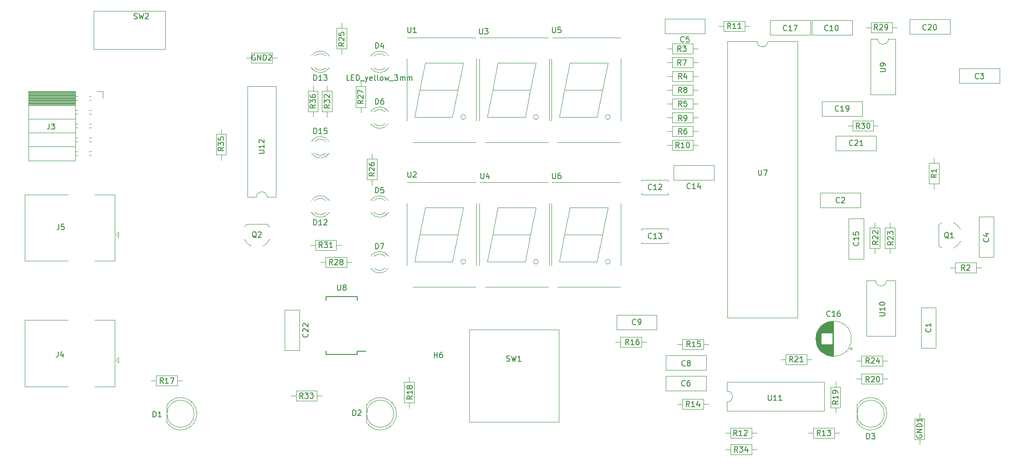
<source format=gbr>
%TF.GenerationSoftware,KiCad,Pcbnew,8.0.1*%
%TF.CreationDate,2024-04-17T00:29:27+02:00*%
%TF.ProjectId,Solaranlage,536f6c61-7261-46e6-9c61-67652e6b6963,rev?*%
%TF.SameCoordinates,Original*%
%TF.FileFunction,Legend,Top*%
%TF.FilePolarity,Positive*%
%FSLAX46Y46*%
G04 Gerber Fmt 4.6, Leading zero omitted, Abs format (unit mm)*
G04 Created by KiCad (PCBNEW 8.0.1) date 2024-04-17 00:29:27*
%MOMM*%
%LPD*%
G01*
G04 APERTURE LIST*
%ADD10C,0.150000*%
%ADD11C,0.120000*%
G04 APERTURE END LIST*
D10*
X178935142Y-59382819D02*
X178601809Y-58906628D01*
X178363714Y-59382819D02*
X178363714Y-58382819D01*
X178363714Y-58382819D02*
X178744666Y-58382819D01*
X178744666Y-58382819D02*
X178839904Y-58430438D01*
X178839904Y-58430438D02*
X178887523Y-58478057D01*
X178887523Y-58478057D02*
X178935142Y-58573295D01*
X178935142Y-58573295D02*
X178935142Y-58716152D01*
X178935142Y-58716152D02*
X178887523Y-58811390D01*
X178887523Y-58811390D02*
X178839904Y-58859009D01*
X178839904Y-58859009D02*
X178744666Y-58906628D01*
X178744666Y-58906628D02*
X178363714Y-58906628D01*
X179887523Y-59382819D02*
X179316095Y-59382819D01*
X179601809Y-59382819D02*
X179601809Y-58382819D01*
X179601809Y-58382819D02*
X179506571Y-58525676D01*
X179506571Y-58525676D02*
X179411333Y-58620914D01*
X179411333Y-58620914D02*
X179316095Y-58668533D01*
X180839904Y-59382819D02*
X180268476Y-59382819D01*
X180554190Y-59382819D02*
X180554190Y-58382819D01*
X180554190Y-58382819D02*
X180458952Y-58525676D01*
X180458952Y-58525676D02*
X180363714Y-58620914D01*
X180363714Y-58620914D02*
X180268476Y-58668533D01*
X132588095Y-59398819D02*
X132588095Y-60208342D01*
X132588095Y-60208342D02*
X132635714Y-60303580D01*
X132635714Y-60303580D02*
X132683333Y-60351200D01*
X132683333Y-60351200D02*
X132778571Y-60398819D01*
X132778571Y-60398819D02*
X132969047Y-60398819D01*
X132969047Y-60398819D02*
X133064285Y-60351200D01*
X133064285Y-60351200D02*
X133111904Y-60303580D01*
X133111904Y-60303580D02*
X133159523Y-60208342D01*
X133159523Y-60208342D02*
X133159523Y-59398819D01*
X133540476Y-59398819D02*
X134159523Y-59398819D01*
X134159523Y-59398819D02*
X133826190Y-59779771D01*
X133826190Y-59779771D02*
X133969047Y-59779771D01*
X133969047Y-59779771D02*
X134064285Y-59827390D01*
X134064285Y-59827390D02*
X134111904Y-59875009D01*
X134111904Y-59875009D02*
X134159523Y-59970247D01*
X134159523Y-59970247D02*
X134159523Y-60208342D01*
X134159523Y-60208342D02*
X134111904Y-60303580D01*
X134111904Y-60303580D02*
X134064285Y-60351200D01*
X134064285Y-60351200D02*
X133969047Y-60398819D01*
X133969047Y-60398819D02*
X133683333Y-60398819D01*
X133683333Y-60398819D02*
X133588095Y-60351200D01*
X133588095Y-60351200D02*
X133540476Y-60303580D01*
X119380095Y-59144819D02*
X119380095Y-59954342D01*
X119380095Y-59954342D02*
X119427714Y-60049580D01*
X119427714Y-60049580D02*
X119475333Y-60097200D01*
X119475333Y-60097200D02*
X119570571Y-60144819D01*
X119570571Y-60144819D02*
X119761047Y-60144819D01*
X119761047Y-60144819D02*
X119856285Y-60097200D01*
X119856285Y-60097200D02*
X119903904Y-60049580D01*
X119903904Y-60049580D02*
X119951523Y-59954342D01*
X119951523Y-59954342D02*
X119951523Y-59144819D01*
X120951523Y-60144819D02*
X120380095Y-60144819D01*
X120665809Y-60144819D02*
X120665809Y-59144819D01*
X120665809Y-59144819D02*
X120570571Y-59287676D01*
X120570571Y-59287676D02*
X120475333Y-59382914D01*
X120475333Y-59382914D02*
X120380095Y-59430533D01*
X224623333Y-68558580D02*
X224575714Y-68606200D01*
X224575714Y-68606200D02*
X224432857Y-68653819D01*
X224432857Y-68653819D02*
X224337619Y-68653819D01*
X224337619Y-68653819D02*
X224194762Y-68606200D01*
X224194762Y-68606200D02*
X224099524Y-68510961D01*
X224099524Y-68510961D02*
X224051905Y-68415723D01*
X224051905Y-68415723D02*
X224004286Y-68225247D01*
X224004286Y-68225247D02*
X224004286Y-68082390D01*
X224004286Y-68082390D02*
X224051905Y-67891914D01*
X224051905Y-67891914D02*
X224099524Y-67796676D01*
X224099524Y-67796676D02*
X224194762Y-67701438D01*
X224194762Y-67701438D02*
X224337619Y-67653819D01*
X224337619Y-67653819D02*
X224432857Y-67653819D01*
X224432857Y-67653819D02*
X224575714Y-67701438D01*
X224575714Y-67701438D02*
X224623333Y-67749057D01*
X224956667Y-67653819D02*
X225575714Y-67653819D01*
X225575714Y-67653819D02*
X225242381Y-68034771D01*
X225242381Y-68034771D02*
X225385238Y-68034771D01*
X225385238Y-68034771D02*
X225480476Y-68082390D01*
X225480476Y-68082390D02*
X225528095Y-68130009D01*
X225528095Y-68130009D02*
X225575714Y-68225247D01*
X225575714Y-68225247D02*
X225575714Y-68463342D01*
X225575714Y-68463342D02*
X225528095Y-68558580D01*
X225528095Y-68558580D02*
X225480476Y-68606200D01*
X225480476Y-68606200D02*
X225385238Y-68653819D01*
X225385238Y-68653819D02*
X225099524Y-68653819D01*
X225099524Y-68653819D02*
X225004286Y-68606200D01*
X225004286Y-68606200D02*
X224956667Y-68558580D01*
X170307333Y-61787580D02*
X170259714Y-61835200D01*
X170259714Y-61835200D02*
X170116857Y-61882819D01*
X170116857Y-61882819D02*
X170021619Y-61882819D01*
X170021619Y-61882819D02*
X169878762Y-61835200D01*
X169878762Y-61835200D02*
X169783524Y-61739961D01*
X169783524Y-61739961D02*
X169735905Y-61644723D01*
X169735905Y-61644723D02*
X169688286Y-61454247D01*
X169688286Y-61454247D02*
X169688286Y-61311390D01*
X169688286Y-61311390D02*
X169735905Y-61120914D01*
X169735905Y-61120914D02*
X169783524Y-61025676D01*
X169783524Y-61025676D02*
X169878762Y-60930438D01*
X169878762Y-60930438D02*
X170021619Y-60882819D01*
X170021619Y-60882819D02*
X170116857Y-60882819D01*
X170116857Y-60882819D02*
X170259714Y-60930438D01*
X170259714Y-60930438D02*
X170307333Y-60978057D01*
X171212095Y-60882819D02*
X170735905Y-60882819D01*
X170735905Y-60882819D02*
X170688286Y-61359009D01*
X170688286Y-61359009D02*
X170735905Y-61311390D01*
X170735905Y-61311390D02*
X170831143Y-61263771D01*
X170831143Y-61263771D02*
X171069238Y-61263771D01*
X171069238Y-61263771D02*
X171164476Y-61311390D01*
X171164476Y-61311390D02*
X171212095Y-61359009D01*
X171212095Y-61359009D02*
X171259714Y-61454247D01*
X171259714Y-61454247D02*
X171259714Y-61692342D01*
X171259714Y-61692342D02*
X171212095Y-61787580D01*
X171212095Y-61787580D02*
X171164476Y-61835200D01*
X171164476Y-61835200D02*
X171069238Y-61882819D01*
X171069238Y-61882819D02*
X170831143Y-61882819D01*
X170831143Y-61882819D02*
X170735905Y-61835200D01*
X170735905Y-61835200D02*
X170688286Y-61787580D01*
X146050095Y-59144819D02*
X146050095Y-59954342D01*
X146050095Y-59954342D02*
X146097714Y-60049580D01*
X146097714Y-60049580D02*
X146145333Y-60097200D01*
X146145333Y-60097200D02*
X146240571Y-60144819D01*
X146240571Y-60144819D02*
X146431047Y-60144819D01*
X146431047Y-60144819D02*
X146526285Y-60097200D01*
X146526285Y-60097200D02*
X146573904Y-60049580D01*
X146573904Y-60049580D02*
X146621523Y-59954342D01*
X146621523Y-59954342D02*
X146621523Y-59144819D01*
X147573904Y-59144819D02*
X147097714Y-59144819D01*
X147097714Y-59144819D02*
X147050095Y-59621009D01*
X147050095Y-59621009D02*
X147097714Y-59573390D01*
X147097714Y-59573390D02*
X147192952Y-59525771D01*
X147192952Y-59525771D02*
X147431047Y-59525771D01*
X147431047Y-59525771D02*
X147526285Y-59573390D01*
X147526285Y-59573390D02*
X147573904Y-59621009D01*
X147573904Y-59621009D02*
X147621523Y-59716247D01*
X147621523Y-59716247D02*
X147621523Y-59954342D01*
X147621523Y-59954342D02*
X147573904Y-60049580D01*
X147573904Y-60049580D02*
X147526285Y-60097200D01*
X147526285Y-60097200D02*
X147431047Y-60144819D01*
X147431047Y-60144819D02*
X147192952Y-60144819D01*
X147192952Y-60144819D02*
X147097714Y-60097200D01*
X147097714Y-60097200D02*
X147050095Y-60049580D01*
X146050095Y-86068819D02*
X146050095Y-86878342D01*
X146050095Y-86878342D02*
X146097714Y-86973580D01*
X146097714Y-86973580D02*
X146145333Y-87021200D01*
X146145333Y-87021200D02*
X146240571Y-87068819D01*
X146240571Y-87068819D02*
X146431047Y-87068819D01*
X146431047Y-87068819D02*
X146526285Y-87021200D01*
X146526285Y-87021200D02*
X146573904Y-86973580D01*
X146573904Y-86973580D02*
X146621523Y-86878342D01*
X146621523Y-86878342D02*
X146621523Y-86068819D01*
X147526285Y-86068819D02*
X147335809Y-86068819D01*
X147335809Y-86068819D02*
X147240571Y-86116438D01*
X147240571Y-86116438D02*
X147192952Y-86164057D01*
X147192952Y-86164057D02*
X147097714Y-86306914D01*
X147097714Y-86306914D02*
X147050095Y-86497390D01*
X147050095Y-86497390D02*
X147050095Y-86878342D01*
X147050095Y-86878342D02*
X147097714Y-86973580D01*
X147097714Y-86973580D02*
X147145333Y-87021200D01*
X147145333Y-87021200D02*
X147240571Y-87068819D01*
X147240571Y-87068819D02*
X147431047Y-87068819D01*
X147431047Y-87068819D02*
X147526285Y-87021200D01*
X147526285Y-87021200D02*
X147573904Y-86973580D01*
X147573904Y-86973580D02*
X147621523Y-86878342D01*
X147621523Y-86878342D02*
X147621523Y-86640247D01*
X147621523Y-86640247D02*
X147573904Y-86545009D01*
X147573904Y-86545009D02*
X147526285Y-86497390D01*
X147526285Y-86497390D02*
X147431047Y-86449771D01*
X147431047Y-86449771D02*
X147240571Y-86449771D01*
X147240571Y-86449771D02*
X147145333Y-86497390D01*
X147145333Y-86497390D02*
X147097714Y-86545009D01*
X147097714Y-86545009D02*
X147050095Y-86640247D01*
X132842095Y-86068819D02*
X132842095Y-86878342D01*
X132842095Y-86878342D02*
X132889714Y-86973580D01*
X132889714Y-86973580D02*
X132937333Y-87021200D01*
X132937333Y-87021200D02*
X133032571Y-87068819D01*
X133032571Y-87068819D02*
X133223047Y-87068819D01*
X133223047Y-87068819D02*
X133318285Y-87021200D01*
X133318285Y-87021200D02*
X133365904Y-86973580D01*
X133365904Y-86973580D02*
X133413523Y-86878342D01*
X133413523Y-86878342D02*
X133413523Y-86068819D01*
X134318285Y-86402152D02*
X134318285Y-87068819D01*
X134080190Y-86021200D02*
X133842095Y-86735485D01*
X133842095Y-86735485D02*
X134461142Y-86735485D01*
X119380095Y-85814819D02*
X119380095Y-86624342D01*
X119380095Y-86624342D02*
X119427714Y-86719580D01*
X119427714Y-86719580D02*
X119475333Y-86767200D01*
X119475333Y-86767200D02*
X119570571Y-86814819D01*
X119570571Y-86814819D02*
X119761047Y-86814819D01*
X119761047Y-86814819D02*
X119856285Y-86767200D01*
X119856285Y-86767200D02*
X119903904Y-86719580D01*
X119903904Y-86719580D02*
X119951523Y-86624342D01*
X119951523Y-86624342D02*
X119951523Y-85814819D01*
X120380095Y-85910057D02*
X120427714Y-85862438D01*
X120427714Y-85862438D02*
X120522952Y-85814819D01*
X120522952Y-85814819D02*
X120761047Y-85814819D01*
X120761047Y-85814819D02*
X120856285Y-85862438D01*
X120856285Y-85862438D02*
X120903904Y-85910057D01*
X120903904Y-85910057D02*
X120951523Y-86005295D01*
X120951523Y-86005295D02*
X120951523Y-86100533D01*
X120951523Y-86100533D02*
X120903904Y-86243390D01*
X120903904Y-86243390D02*
X120332476Y-86814819D01*
X120332476Y-86814819D02*
X120951523Y-86814819D01*
X106426095Y-106642819D02*
X106426095Y-107452342D01*
X106426095Y-107452342D02*
X106473714Y-107547580D01*
X106473714Y-107547580D02*
X106521333Y-107595200D01*
X106521333Y-107595200D02*
X106616571Y-107642819D01*
X106616571Y-107642819D02*
X106807047Y-107642819D01*
X106807047Y-107642819D02*
X106902285Y-107595200D01*
X106902285Y-107595200D02*
X106949904Y-107547580D01*
X106949904Y-107547580D02*
X106997523Y-107452342D01*
X106997523Y-107452342D02*
X106997523Y-106642819D01*
X107616571Y-107071390D02*
X107521333Y-107023771D01*
X107521333Y-107023771D02*
X107473714Y-106976152D01*
X107473714Y-106976152D02*
X107426095Y-106880914D01*
X107426095Y-106880914D02*
X107426095Y-106833295D01*
X107426095Y-106833295D02*
X107473714Y-106738057D01*
X107473714Y-106738057D02*
X107521333Y-106690438D01*
X107521333Y-106690438D02*
X107616571Y-106642819D01*
X107616571Y-106642819D02*
X107807047Y-106642819D01*
X107807047Y-106642819D02*
X107902285Y-106690438D01*
X107902285Y-106690438D02*
X107949904Y-106738057D01*
X107949904Y-106738057D02*
X107997523Y-106833295D01*
X107997523Y-106833295D02*
X107997523Y-106880914D01*
X107997523Y-106880914D02*
X107949904Y-106976152D01*
X107949904Y-106976152D02*
X107902285Y-107023771D01*
X107902285Y-107023771D02*
X107807047Y-107071390D01*
X107807047Y-107071390D02*
X107616571Y-107071390D01*
X107616571Y-107071390D02*
X107521333Y-107119009D01*
X107521333Y-107119009D02*
X107473714Y-107166628D01*
X107473714Y-107166628D02*
X107426095Y-107261866D01*
X107426095Y-107261866D02*
X107426095Y-107452342D01*
X107426095Y-107452342D02*
X107473714Y-107547580D01*
X107473714Y-107547580D02*
X107521333Y-107595200D01*
X107521333Y-107595200D02*
X107616571Y-107642819D01*
X107616571Y-107642819D02*
X107807047Y-107642819D01*
X107807047Y-107642819D02*
X107902285Y-107595200D01*
X107902285Y-107595200D02*
X107949904Y-107547580D01*
X107949904Y-107547580D02*
X107997523Y-107452342D01*
X107997523Y-107452342D02*
X107997523Y-107261866D01*
X107997523Y-107261866D02*
X107949904Y-107166628D01*
X107949904Y-107166628D02*
X107902285Y-107119009D01*
X107902285Y-107119009D02*
X107807047Y-107071390D01*
X137604667Y-120676200D02*
X137747524Y-120723819D01*
X137747524Y-120723819D02*
X137985619Y-120723819D01*
X137985619Y-120723819D02*
X138080857Y-120676200D01*
X138080857Y-120676200D02*
X138128476Y-120628580D01*
X138128476Y-120628580D02*
X138176095Y-120533342D01*
X138176095Y-120533342D02*
X138176095Y-120438104D01*
X138176095Y-120438104D02*
X138128476Y-120342866D01*
X138128476Y-120342866D02*
X138080857Y-120295247D01*
X138080857Y-120295247D02*
X137985619Y-120247628D01*
X137985619Y-120247628D02*
X137795143Y-120200009D01*
X137795143Y-120200009D02*
X137699905Y-120152390D01*
X137699905Y-120152390D02*
X137652286Y-120104771D01*
X137652286Y-120104771D02*
X137604667Y-120009533D01*
X137604667Y-120009533D02*
X137604667Y-119914295D01*
X137604667Y-119914295D02*
X137652286Y-119819057D01*
X137652286Y-119819057D02*
X137699905Y-119771438D01*
X137699905Y-119771438D02*
X137795143Y-119723819D01*
X137795143Y-119723819D02*
X138033238Y-119723819D01*
X138033238Y-119723819D02*
X138176095Y-119771438D01*
X138509429Y-119723819D02*
X138747524Y-120723819D01*
X138747524Y-120723819D02*
X138938000Y-120009533D01*
X138938000Y-120009533D02*
X139128476Y-120723819D01*
X139128476Y-120723819D02*
X139366572Y-119723819D01*
X140271333Y-120723819D02*
X139699905Y-120723819D01*
X139985619Y-120723819D02*
X139985619Y-119723819D01*
X139985619Y-119723819D02*
X139890381Y-119866676D01*
X139890381Y-119866676D02*
X139795143Y-119961914D01*
X139795143Y-119961914D02*
X139699905Y-120009533D01*
X161417333Y-113897580D02*
X161369714Y-113945200D01*
X161369714Y-113945200D02*
X161226857Y-113992819D01*
X161226857Y-113992819D02*
X161131619Y-113992819D01*
X161131619Y-113992819D02*
X160988762Y-113945200D01*
X160988762Y-113945200D02*
X160893524Y-113849961D01*
X160893524Y-113849961D02*
X160845905Y-113754723D01*
X160845905Y-113754723D02*
X160798286Y-113564247D01*
X160798286Y-113564247D02*
X160798286Y-113421390D01*
X160798286Y-113421390D02*
X160845905Y-113230914D01*
X160845905Y-113230914D02*
X160893524Y-113135676D01*
X160893524Y-113135676D02*
X160988762Y-113040438D01*
X160988762Y-113040438D02*
X161131619Y-112992819D01*
X161131619Y-112992819D02*
X161226857Y-112992819D01*
X161226857Y-112992819D02*
X161369714Y-113040438D01*
X161369714Y-113040438D02*
X161417333Y-113088057D01*
X161893524Y-113992819D02*
X162084000Y-113992819D01*
X162084000Y-113992819D02*
X162179238Y-113945200D01*
X162179238Y-113945200D02*
X162226857Y-113897580D01*
X162226857Y-113897580D02*
X162322095Y-113754723D01*
X162322095Y-113754723D02*
X162369714Y-113564247D01*
X162369714Y-113564247D02*
X162369714Y-113183295D01*
X162369714Y-113183295D02*
X162322095Y-113088057D01*
X162322095Y-113088057D02*
X162274476Y-113040438D01*
X162274476Y-113040438D02*
X162179238Y-112992819D01*
X162179238Y-112992819D02*
X161988762Y-112992819D01*
X161988762Y-112992819D02*
X161893524Y-113040438D01*
X161893524Y-113040438D02*
X161845905Y-113088057D01*
X161845905Y-113088057D02*
X161798286Y-113183295D01*
X161798286Y-113183295D02*
X161798286Y-113421390D01*
X161798286Y-113421390D02*
X161845905Y-113516628D01*
X161845905Y-113516628D02*
X161893524Y-113564247D01*
X161893524Y-113564247D02*
X161988762Y-113611866D01*
X161988762Y-113611866D02*
X162179238Y-113611866D01*
X162179238Y-113611866D02*
X162274476Y-113564247D01*
X162274476Y-113564247D02*
X162322095Y-113516628D01*
X162322095Y-113516628D02*
X162369714Y-113421390D01*
X109243905Y-130756819D02*
X109243905Y-129756819D01*
X109243905Y-129756819D02*
X109482000Y-129756819D01*
X109482000Y-129756819D02*
X109624857Y-129804438D01*
X109624857Y-129804438D02*
X109720095Y-129899676D01*
X109720095Y-129899676D02*
X109767714Y-129994914D01*
X109767714Y-129994914D02*
X109815333Y-130185390D01*
X109815333Y-130185390D02*
X109815333Y-130328247D01*
X109815333Y-130328247D02*
X109767714Y-130518723D01*
X109767714Y-130518723D02*
X109720095Y-130613961D01*
X109720095Y-130613961D02*
X109624857Y-130709200D01*
X109624857Y-130709200D02*
X109482000Y-130756819D01*
X109482000Y-130756819D02*
X109243905Y-130756819D01*
X110196286Y-129852057D02*
X110243905Y-129804438D01*
X110243905Y-129804438D02*
X110339143Y-129756819D01*
X110339143Y-129756819D02*
X110577238Y-129756819D01*
X110577238Y-129756819D02*
X110672476Y-129804438D01*
X110672476Y-129804438D02*
X110720095Y-129852057D01*
X110720095Y-129852057D02*
X110767714Y-129947295D01*
X110767714Y-129947295D02*
X110767714Y-130042533D01*
X110767714Y-130042533D02*
X110720095Y-130185390D01*
X110720095Y-130185390D02*
X110148667Y-130756819D01*
X110148667Y-130756819D02*
X110767714Y-130756819D01*
X171315142Y-129105819D02*
X170981809Y-128629628D01*
X170743714Y-129105819D02*
X170743714Y-128105819D01*
X170743714Y-128105819D02*
X171124666Y-128105819D01*
X171124666Y-128105819D02*
X171219904Y-128153438D01*
X171219904Y-128153438D02*
X171267523Y-128201057D01*
X171267523Y-128201057D02*
X171315142Y-128296295D01*
X171315142Y-128296295D02*
X171315142Y-128439152D01*
X171315142Y-128439152D02*
X171267523Y-128534390D01*
X171267523Y-128534390D02*
X171219904Y-128582009D01*
X171219904Y-128582009D02*
X171124666Y-128629628D01*
X171124666Y-128629628D02*
X170743714Y-128629628D01*
X172267523Y-129105819D02*
X171696095Y-129105819D01*
X171981809Y-129105819D02*
X171981809Y-128105819D01*
X171981809Y-128105819D02*
X171886571Y-128248676D01*
X171886571Y-128248676D02*
X171791333Y-128343914D01*
X171791333Y-128343914D02*
X171696095Y-128391533D01*
X173124666Y-128439152D02*
X173124666Y-129105819D01*
X172886571Y-128058200D02*
X172648476Y-128772485D01*
X172648476Y-128772485D02*
X173267523Y-128772485D01*
X170481333Y-125200580D02*
X170433714Y-125248200D01*
X170433714Y-125248200D02*
X170290857Y-125295819D01*
X170290857Y-125295819D02*
X170195619Y-125295819D01*
X170195619Y-125295819D02*
X170052762Y-125248200D01*
X170052762Y-125248200D02*
X169957524Y-125152961D01*
X169957524Y-125152961D02*
X169909905Y-125057723D01*
X169909905Y-125057723D02*
X169862286Y-124867247D01*
X169862286Y-124867247D02*
X169862286Y-124724390D01*
X169862286Y-124724390D02*
X169909905Y-124533914D01*
X169909905Y-124533914D02*
X169957524Y-124438676D01*
X169957524Y-124438676D02*
X170052762Y-124343438D01*
X170052762Y-124343438D02*
X170195619Y-124295819D01*
X170195619Y-124295819D02*
X170290857Y-124295819D01*
X170290857Y-124295819D02*
X170433714Y-124343438D01*
X170433714Y-124343438D02*
X170481333Y-124391057D01*
X171338476Y-124295819D02*
X171148000Y-124295819D01*
X171148000Y-124295819D02*
X171052762Y-124343438D01*
X171052762Y-124343438D02*
X171005143Y-124391057D01*
X171005143Y-124391057D02*
X170909905Y-124533914D01*
X170909905Y-124533914D02*
X170862286Y-124724390D01*
X170862286Y-124724390D02*
X170862286Y-125105342D01*
X170862286Y-125105342D02*
X170909905Y-125200580D01*
X170909905Y-125200580D02*
X170957524Y-125248200D01*
X170957524Y-125248200D02*
X171052762Y-125295819D01*
X171052762Y-125295819D02*
X171243238Y-125295819D01*
X171243238Y-125295819D02*
X171338476Y-125248200D01*
X171338476Y-125248200D02*
X171386095Y-125200580D01*
X171386095Y-125200580D02*
X171433714Y-125105342D01*
X171433714Y-125105342D02*
X171433714Y-124867247D01*
X171433714Y-124867247D02*
X171386095Y-124772009D01*
X171386095Y-124772009D02*
X171338476Y-124724390D01*
X171338476Y-124724390D02*
X171243238Y-124676771D01*
X171243238Y-124676771D02*
X171052762Y-124676771D01*
X171052762Y-124676771D02*
X170957524Y-124724390D01*
X170957524Y-124724390D02*
X170909905Y-124772009D01*
X170909905Y-124772009D02*
X170862286Y-124867247D01*
X160139142Y-117675819D02*
X159805809Y-117199628D01*
X159567714Y-117675819D02*
X159567714Y-116675819D01*
X159567714Y-116675819D02*
X159948666Y-116675819D01*
X159948666Y-116675819D02*
X160043904Y-116723438D01*
X160043904Y-116723438D02*
X160091523Y-116771057D01*
X160091523Y-116771057D02*
X160139142Y-116866295D01*
X160139142Y-116866295D02*
X160139142Y-117009152D01*
X160139142Y-117009152D02*
X160091523Y-117104390D01*
X160091523Y-117104390D02*
X160043904Y-117152009D01*
X160043904Y-117152009D02*
X159948666Y-117199628D01*
X159948666Y-117199628D02*
X159567714Y-117199628D01*
X161091523Y-117675819D02*
X160520095Y-117675819D01*
X160805809Y-117675819D02*
X160805809Y-116675819D01*
X160805809Y-116675819D02*
X160710571Y-116818676D01*
X160710571Y-116818676D02*
X160615333Y-116913914D01*
X160615333Y-116913914D02*
X160520095Y-116961533D01*
X161948666Y-116675819D02*
X161758190Y-116675819D01*
X161758190Y-116675819D02*
X161662952Y-116723438D01*
X161662952Y-116723438D02*
X161615333Y-116771057D01*
X161615333Y-116771057D02*
X161520095Y-116913914D01*
X161520095Y-116913914D02*
X161472476Y-117104390D01*
X161472476Y-117104390D02*
X161472476Y-117485342D01*
X161472476Y-117485342D02*
X161520095Y-117580580D01*
X161520095Y-117580580D02*
X161567714Y-117628200D01*
X161567714Y-117628200D02*
X161662952Y-117675819D01*
X161662952Y-117675819D02*
X161853428Y-117675819D01*
X161853428Y-117675819D02*
X161948666Y-117628200D01*
X161948666Y-117628200D02*
X161996285Y-117580580D01*
X161996285Y-117580580D02*
X162043904Y-117485342D01*
X162043904Y-117485342D02*
X162043904Y-117247247D01*
X162043904Y-117247247D02*
X161996285Y-117152009D01*
X161996285Y-117152009D02*
X161948666Y-117104390D01*
X161948666Y-117104390D02*
X161853428Y-117056771D01*
X161853428Y-117056771D02*
X161662952Y-117056771D01*
X161662952Y-117056771D02*
X161567714Y-117104390D01*
X161567714Y-117104390D02*
X161520095Y-117152009D01*
X161520095Y-117152009D02*
X161472476Y-117247247D01*
X171442142Y-118056819D02*
X171108809Y-117580628D01*
X170870714Y-118056819D02*
X170870714Y-117056819D01*
X170870714Y-117056819D02*
X171251666Y-117056819D01*
X171251666Y-117056819D02*
X171346904Y-117104438D01*
X171346904Y-117104438D02*
X171394523Y-117152057D01*
X171394523Y-117152057D02*
X171442142Y-117247295D01*
X171442142Y-117247295D02*
X171442142Y-117390152D01*
X171442142Y-117390152D02*
X171394523Y-117485390D01*
X171394523Y-117485390D02*
X171346904Y-117533009D01*
X171346904Y-117533009D02*
X171251666Y-117580628D01*
X171251666Y-117580628D02*
X170870714Y-117580628D01*
X172394523Y-118056819D02*
X171823095Y-118056819D01*
X172108809Y-118056819D02*
X172108809Y-117056819D01*
X172108809Y-117056819D02*
X172013571Y-117199676D01*
X172013571Y-117199676D02*
X171918333Y-117294914D01*
X171918333Y-117294914D02*
X171823095Y-117342533D01*
X173299285Y-117056819D02*
X172823095Y-117056819D01*
X172823095Y-117056819D02*
X172775476Y-117533009D01*
X172775476Y-117533009D02*
X172823095Y-117485390D01*
X172823095Y-117485390D02*
X172918333Y-117437771D01*
X172918333Y-117437771D02*
X173156428Y-117437771D01*
X173156428Y-117437771D02*
X173251666Y-117485390D01*
X173251666Y-117485390D02*
X173299285Y-117533009D01*
X173299285Y-117533009D02*
X173346904Y-117628247D01*
X173346904Y-117628247D02*
X173346904Y-117866342D01*
X173346904Y-117866342D02*
X173299285Y-117961580D01*
X173299285Y-117961580D02*
X173251666Y-118009200D01*
X173251666Y-118009200D02*
X173156428Y-118056819D01*
X173156428Y-118056819D02*
X172918333Y-118056819D01*
X172918333Y-118056819D02*
X172823095Y-118009200D01*
X172823095Y-118009200D02*
X172775476Y-117961580D01*
X74297142Y-124787819D02*
X73963809Y-124311628D01*
X73725714Y-124787819D02*
X73725714Y-123787819D01*
X73725714Y-123787819D02*
X74106666Y-123787819D01*
X74106666Y-123787819D02*
X74201904Y-123835438D01*
X74201904Y-123835438D02*
X74249523Y-123883057D01*
X74249523Y-123883057D02*
X74297142Y-123978295D01*
X74297142Y-123978295D02*
X74297142Y-124121152D01*
X74297142Y-124121152D02*
X74249523Y-124216390D01*
X74249523Y-124216390D02*
X74201904Y-124264009D01*
X74201904Y-124264009D02*
X74106666Y-124311628D01*
X74106666Y-124311628D02*
X73725714Y-124311628D01*
X75249523Y-124787819D02*
X74678095Y-124787819D01*
X74963809Y-124787819D02*
X74963809Y-123787819D01*
X74963809Y-123787819D02*
X74868571Y-123930676D01*
X74868571Y-123930676D02*
X74773333Y-124025914D01*
X74773333Y-124025914D02*
X74678095Y-124073533D01*
X75582857Y-123787819D02*
X76249523Y-123787819D01*
X76249523Y-123787819D02*
X75820952Y-124787819D01*
X170521333Y-121517580D02*
X170473714Y-121565200D01*
X170473714Y-121565200D02*
X170330857Y-121612819D01*
X170330857Y-121612819D02*
X170235619Y-121612819D01*
X170235619Y-121612819D02*
X170092762Y-121565200D01*
X170092762Y-121565200D02*
X169997524Y-121469961D01*
X169997524Y-121469961D02*
X169949905Y-121374723D01*
X169949905Y-121374723D02*
X169902286Y-121184247D01*
X169902286Y-121184247D02*
X169902286Y-121041390D01*
X169902286Y-121041390D02*
X169949905Y-120850914D01*
X169949905Y-120850914D02*
X169997524Y-120755676D01*
X169997524Y-120755676D02*
X170092762Y-120660438D01*
X170092762Y-120660438D02*
X170235619Y-120612819D01*
X170235619Y-120612819D02*
X170330857Y-120612819D01*
X170330857Y-120612819D02*
X170473714Y-120660438D01*
X170473714Y-120660438D02*
X170521333Y-120708057D01*
X171092762Y-121041390D02*
X170997524Y-120993771D01*
X170997524Y-120993771D02*
X170949905Y-120946152D01*
X170949905Y-120946152D02*
X170902286Y-120850914D01*
X170902286Y-120850914D02*
X170902286Y-120803295D01*
X170902286Y-120803295D02*
X170949905Y-120708057D01*
X170949905Y-120708057D02*
X170997524Y-120660438D01*
X170997524Y-120660438D02*
X171092762Y-120612819D01*
X171092762Y-120612819D02*
X171283238Y-120612819D01*
X171283238Y-120612819D02*
X171378476Y-120660438D01*
X171378476Y-120660438D02*
X171426095Y-120708057D01*
X171426095Y-120708057D02*
X171473714Y-120803295D01*
X171473714Y-120803295D02*
X171473714Y-120850914D01*
X171473714Y-120850914D02*
X171426095Y-120946152D01*
X171426095Y-120946152D02*
X171378476Y-120993771D01*
X171378476Y-120993771D02*
X171283238Y-121041390D01*
X171283238Y-121041390D02*
X171092762Y-121041390D01*
X171092762Y-121041390D02*
X170997524Y-121089009D01*
X170997524Y-121089009D02*
X170949905Y-121136628D01*
X170949905Y-121136628D02*
X170902286Y-121231866D01*
X170902286Y-121231866D02*
X170902286Y-121422342D01*
X170902286Y-121422342D02*
X170949905Y-121517580D01*
X170949905Y-121517580D02*
X170997524Y-121565200D01*
X170997524Y-121565200D02*
X171092762Y-121612819D01*
X171092762Y-121612819D02*
X171283238Y-121612819D01*
X171283238Y-121612819D02*
X171378476Y-121565200D01*
X171378476Y-121565200D02*
X171426095Y-121517580D01*
X171426095Y-121517580D02*
X171473714Y-121422342D01*
X171473714Y-121422342D02*
X171473714Y-121231866D01*
X171473714Y-121231866D02*
X171426095Y-121136628D01*
X171426095Y-121136628D02*
X171378476Y-121089009D01*
X171378476Y-121089009D02*
X171283238Y-121041390D01*
X226419580Y-98083666D02*
X226467200Y-98131285D01*
X226467200Y-98131285D02*
X226514819Y-98274142D01*
X226514819Y-98274142D02*
X226514819Y-98369380D01*
X226514819Y-98369380D02*
X226467200Y-98512237D01*
X226467200Y-98512237D02*
X226371961Y-98607475D01*
X226371961Y-98607475D02*
X226276723Y-98655094D01*
X226276723Y-98655094D02*
X226086247Y-98702713D01*
X226086247Y-98702713D02*
X225943390Y-98702713D01*
X225943390Y-98702713D02*
X225752914Y-98655094D01*
X225752914Y-98655094D02*
X225657676Y-98607475D01*
X225657676Y-98607475D02*
X225562438Y-98512237D01*
X225562438Y-98512237D02*
X225514819Y-98369380D01*
X225514819Y-98369380D02*
X225514819Y-98274142D01*
X225514819Y-98274142D02*
X225562438Y-98131285D01*
X225562438Y-98131285D02*
X225610057Y-98083666D01*
X225848152Y-97226523D02*
X226514819Y-97226523D01*
X225467200Y-97464618D02*
X226181485Y-97702713D01*
X226181485Y-97702713D02*
X226181485Y-97083666D01*
X68907667Y-57557200D02*
X69050524Y-57604819D01*
X69050524Y-57604819D02*
X69288619Y-57604819D01*
X69288619Y-57604819D02*
X69383857Y-57557200D01*
X69383857Y-57557200D02*
X69431476Y-57509580D01*
X69431476Y-57509580D02*
X69479095Y-57414342D01*
X69479095Y-57414342D02*
X69479095Y-57319104D01*
X69479095Y-57319104D02*
X69431476Y-57223866D01*
X69431476Y-57223866D02*
X69383857Y-57176247D01*
X69383857Y-57176247D02*
X69288619Y-57128628D01*
X69288619Y-57128628D02*
X69098143Y-57081009D01*
X69098143Y-57081009D02*
X69002905Y-57033390D01*
X69002905Y-57033390D02*
X68955286Y-56985771D01*
X68955286Y-56985771D02*
X68907667Y-56890533D01*
X68907667Y-56890533D02*
X68907667Y-56795295D01*
X68907667Y-56795295D02*
X68955286Y-56700057D01*
X68955286Y-56700057D02*
X69002905Y-56652438D01*
X69002905Y-56652438D02*
X69098143Y-56604819D01*
X69098143Y-56604819D02*
X69336238Y-56604819D01*
X69336238Y-56604819D02*
X69479095Y-56652438D01*
X69812429Y-56604819D02*
X70050524Y-57604819D01*
X70050524Y-57604819D02*
X70241000Y-56890533D01*
X70241000Y-56890533D02*
X70431476Y-57604819D01*
X70431476Y-57604819D02*
X70669572Y-56604819D01*
X71002905Y-56700057D02*
X71050524Y-56652438D01*
X71050524Y-56652438D02*
X71145762Y-56604819D01*
X71145762Y-56604819D02*
X71383857Y-56604819D01*
X71383857Y-56604819D02*
X71479095Y-56652438D01*
X71479095Y-56652438D02*
X71526714Y-56700057D01*
X71526714Y-56700057D02*
X71574333Y-56795295D01*
X71574333Y-56795295D02*
X71574333Y-56890533D01*
X71574333Y-56890533D02*
X71526714Y-57033390D01*
X71526714Y-57033390D02*
X70955286Y-57604819D01*
X70955286Y-57604819D02*
X71574333Y-57604819D01*
X203985905Y-135074819D02*
X203985905Y-134074819D01*
X203985905Y-134074819D02*
X204224000Y-134074819D01*
X204224000Y-134074819D02*
X204366857Y-134122438D01*
X204366857Y-134122438D02*
X204462095Y-134217676D01*
X204462095Y-134217676D02*
X204509714Y-134312914D01*
X204509714Y-134312914D02*
X204557333Y-134503390D01*
X204557333Y-134503390D02*
X204557333Y-134646247D01*
X204557333Y-134646247D02*
X204509714Y-134836723D01*
X204509714Y-134836723D02*
X204462095Y-134931961D01*
X204462095Y-134931961D02*
X204366857Y-135027200D01*
X204366857Y-135027200D02*
X204224000Y-135074819D01*
X204224000Y-135074819D02*
X203985905Y-135074819D01*
X204890667Y-134074819D02*
X205509714Y-134074819D01*
X205509714Y-134074819D02*
X205176381Y-134455771D01*
X205176381Y-134455771D02*
X205319238Y-134455771D01*
X205319238Y-134455771D02*
X205414476Y-134503390D01*
X205414476Y-134503390D02*
X205462095Y-134551009D01*
X205462095Y-134551009D02*
X205509714Y-134646247D01*
X205509714Y-134646247D02*
X205509714Y-134884342D01*
X205509714Y-134884342D02*
X205462095Y-134979580D01*
X205462095Y-134979580D02*
X205414476Y-135027200D01*
X205414476Y-135027200D02*
X205319238Y-135074819D01*
X205319238Y-135074819D02*
X205033524Y-135074819D01*
X205033524Y-135074819D02*
X204938286Y-135027200D01*
X204938286Y-135027200D02*
X204890667Y-134979580D01*
X204462142Y-124533819D02*
X204128809Y-124057628D01*
X203890714Y-124533819D02*
X203890714Y-123533819D01*
X203890714Y-123533819D02*
X204271666Y-123533819D01*
X204271666Y-123533819D02*
X204366904Y-123581438D01*
X204366904Y-123581438D02*
X204414523Y-123629057D01*
X204414523Y-123629057D02*
X204462142Y-123724295D01*
X204462142Y-123724295D02*
X204462142Y-123867152D01*
X204462142Y-123867152D02*
X204414523Y-123962390D01*
X204414523Y-123962390D02*
X204366904Y-124010009D01*
X204366904Y-124010009D02*
X204271666Y-124057628D01*
X204271666Y-124057628D02*
X203890714Y-124057628D01*
X204843095Y-123629057D02*
X204890714Y-123581438D01*
X204890714Y-123581438D02*
X204985952Y-123533819D01*
X204985952Y-123533819D02*
X205224047Y-123533819D01*
X205224047Y-123533819D02*
X205319285Y-123581438D01*
X205319285Y-123581438D02*
X205366904Y-123629057D01*
X205366904Y-123629057D02*
X205414523Y-123724295D01*
X205414523Y-123724295D02*
X205414523Y-123819533D01*
X205414523Y-123819533D02*
X205366904Y-123962390D01*
X205366904Y-123962390D02*
X204795476Y-124533819D01*
X204795476Y-124533819D02*
X205414523Y-124533819D01*
X206033571Y-123533819D02*
X206128809Y-123533819D01*
X206128809Y-123533819D02*
X206224047Y-123581438D01*
X206224047Y-123581438D02*
X206271666Y-123629057D01*
X206271666Y-123629057D02*
X206319285Y-123724295D01*
X206319285Y-123724295D02*
X206366904Y-123914771D01*
X206366904Y-123914771D02*
X206366904Y-124152866D01*
X206366904Y-124152866D02*
X206319285Y-124343342D01*
X206319285Y-124343342D02*
X206271666Y-124438580D01*
X206271666Y-124438580D02*
X206224047Y-124486200D01*
X206224047Y-124486200D02*
X206128809Y-124533819D01*
X206128809Y-124533819D02*
X206033571Y-124533819D01*
X206033571Y-124533819D02*
X205938333Y-124486200D01*
X205938333Y-124486200D02*
X205890714Y-124438580D01*
X205890714Y-124438580D02*
X205843095Y-124343342D01*
X205843095Y-124343342D02*
X205795476Y-124152866D01*
X205795476Y-124152866D02*
X205795476Y-123914771D01*
X205795476Y-123914771D02*
X205843095Y-123724295D01*
X205843095Y-123724295D02*
X205890714Y-123629057D01*
X205890714Y-123629057D02*
X205938333Y-123581438D01*
X205938333Y-123581438D02*
X206033571Y-123533819D01*
X206067819Y-98559857D02*
X205591628Y-98893190D01*
X206067819Y-99131285D02*
X205067819Y-99131285D01*
X205067819Y-99131285D02*
X205067819Y-98750333D01*
X205067819Y-98750333D02*
X205115438Y-98655095D01*
X205115438Y-98655095D02*
X205163057Y-98607476D01*
X205163057Y-98607476D02*
X205258295Y-98559857D01*
X205258295Y-98559857D02*
X205401152Y-98559857D01*
X205401152Y-98559857D02*
X205496390Y-98607476D01*
X205496390Y-98607476D02*
X205544009Y-98655095D01*
X205544009Y-98655095D02*
X205591628Y-98750333D01*
X205591628Y-98750333D02*
X205591628Y-99131285D01*
X205163057Y-98178904D02*
X205115438Y-98131285D01*
X205115438Y-98131285D02*
X205067819Y-98036047D01*
X205067819Y-98036047D02*
X205067819Y-97797952D01*
X205067819Y-97797952D02*
X205115438Y-97702714D01*
X205115438Y-97702714D02*
X205163057Y-97655095D01*
X205163057Y-97655095D02*
X205258295Y-97607476D01*
X205258295Y-97607476D02*
X205353533Y-97607476D01*
X205353533Y-97607476D02*
X205496390Y-97655095D01*
X205496390Y-97655095D02*
X206067819Y-98226523D01*
X206067819Y-98226523D02*
X206067819Y-97607476D01*
X205163057Y-97226523D02*
X205115438Y-97178904D01*
X205115438Y-97178904D02*
X205067819Y-97083666D01*
X205067819Y-97083666D02*
X205067819Y-96845571D01*
X205067819Y-96845571D02*
X205115438Y-96750333D01*
X205115438Y-96750333D02*
X205163057Y-96702714D01*
X205163057Y-96702714D02*
X205258295Y-96655095D01*
X205258295Y-96655095D02*
X205353533Y-96655095D01*
X205353533Y-96655095D02*
X205496390Y-96702714D01*
X205496390Y-96702714D02*
X206067819Y-97274142D01*
X206067819Y-97274142D02*
X206067819Y-96655095D01*
X208861819Y-98686857D02*
X208385628Y-99020190D01*
X208861819Y-99258285D02*
X207861819Y-99258285D01*
X207861819Y-99258285D02*
X207861819Y-98877333D01*
X207861819Y-98877333D02*
X207909438Y-98782095D01*
X207909438Y-98782095D02*
X207957057Y-98734476D01*
X207957057Y-98734476D02*
X208052295Y-98686857D01*
X208052295Y-98686857D02*
X208195152Y-98686857D01*
X208195152Y-98686857D02*
X208290390Y-98734476D01*
X208290390Y-98734476D02*
X208338009Y-98782095D01*
X208338009Y-98782095D02*
X208385628Y-98877333D01*
X208385628Y-98877333D02*
X208385628Y-99258285D01*
X207957057Y-98305904D02*
X207909438Y-98258285D01*
X207909438Y-98258285D02*
X207861819Y-98163047D01*
X207861819Y-98163047D02*
X207861819Y-97924952D01*
X207861819Y-97924952D02*
X207909438Y-97829714D01*
X207909438Y-97829714D02*
X207957057Y-97782095D01*
X207957057Y-97782095D02*
X208052295Y-97734476D01*
X208052295Y-97734476D02*
X208147533Y-97734476D01*
X208147533Y-97734476D02*
X208290390Y-97782095D01*
X208290390Y-97782095D02*
X208861819Y-98353523D01*
X208861819Y-98353523D02*
X208861819Y-97734476D01*
X207861819Y-97401142D02*
X207861819Y-96782095D01*
X207861819Y-96782095D02*
X208242771Y-97115428D01*
X208242771Y-97115428D02*
X208242771Y-96972571D01*
X208242771Y-96972571D02*
X208290390Y-96877333D01*
X208290390Y-96877333D02*
X208338009Y-96829714D01*
X208338009Y-96829714D02*
X208433247Y-96782095D01*
X208433247Y-96782095D02*
X208671342Y-96782095D01*
X208671342Y-96782095D02*
X208766580Y-96829714D01*
X208766580Y-96829714D02*
X208814200Y-96877333D01*
X208814200Y-96877333D02*
X208861819Y-96972571D01*
X208861819Y-96972571D02*
X208861819Y-97258285D01*
X208861819Y-97258285D02*
X208814200Y-97353523D01*
X208814200Y-97353523D02*
X208766580Y-97401142D01*
X197243142Y-112373580D02*
X197195523Y-112421200D01*
X197195523Y-112421200D02*
X197052666Y-112468819D01*
X197052666Y-112468819D02*
X196957428Y-112468819D01*
X196957428Y-112468819D02*
X196814571Y-112421200D01*
X196814571Y-112421200D02*
X196719333Y-112325961D01*
X196719333Y-112325961D02*
X196671714Y-112230723D01*
X196671714Y-112230723D02*
X196624095Y-112040247D01*
X196624095Y-112040247D02*
X196624095Y-111897390D01*
X196624095Y-111897390D02*
X196671714Y-111706914D01*
X196671714Y-111706914D02*
X196719333Y-111611676D01*
X196719333Y-111611676D02*
X196814571Y-111516438D01*
X196814571Y-111516438D02*
X196957428Y-111468819D01*
X196957428Y-111468819D02*
X197052666Y-111468819D01*
X197052666Y-111468819D02*
X197195523Y-111516438D01*
X197195523Y-111516438D02*
X197243142Y-111564057D01*
X198195523Y-112468819D02*
X197624095Y-112468819D01*
X197909809Y-112468819D02*
X197909809Y-111468819D01*
X197909809Y-111468819D02*
X197814571Y-111611676D01*
X197814571Y-111611676D02*
X197719333Y-111706914D01*
X197719333Y-111706914D02*
X197624095Y-111754533D01*
X199052666Y-111468819D02*
X198862190Y-111468819D01*
X198862190Y-111468819D02*
X198766952Y-111516438D01*
X198766952Y-111516438D02*
X198719333Y-111564057D01*
X198719333Y-111564057D02*
X198624095Y-111706914D01*
X198624095Y-111706914D02*
X198576476Y-111897390D01*
X198576476Y-111897390D02*
X198576476Y-112278342D01*
X198576476Y-112278342D02*
X198624095Y-112373580D01*
X198624095Y-112373580D02*
X198671714Y-112421200D01*
X198671714Y-112421200D02*
X198766952Y-112468819D01*
X198766952Y-112468819D02*
X198957428Y-112468819D01*
X198957428Y-112468819D02*
X199052666Y-112421200D01*
X199052666Y-112421200D02*
X199100285Y-112373580D01*
X199100285Y-112373580D02*
X199147904Y-112278342D01*
X199147904Y-112278342D02*
X199147904Y-112040247D01*
X199147904Y-112040247D02*
X199100285Y-111945009D01*
X199100285Y-111945009D02*
X199052666Y-111897390D01*
X199052666Y-111897390D02*
X198957428Y-111849771D01*
X198957428Y-111849771D02*
X198766952Y-111849771D01*
X198766952Y-111849771D02*
X198671714Y-111897390D01*
X198671714Y-111897390D02*
X198624095Y-111945009D01*
X198624095Y-111945009D02*
X198576476Y-112040247D01*
X204462142Y-121104819D02*
X204128809Y-120628628D01*
X203890714Y-121104819D02*
X203890714Y-120104819D01*
X203890714Y-120104819D02*
X204271666Y-120104819D01*
X204271666Y-120104819D02*
X204366904Y-120152438D01*
X204366904Y-120152438D02*
X204414523Y-120200057D01*
X204414523Y-120200057D02*
X204462142Y-120295295D01*
X204462142Y-120295295D02*
X204462142Y-120438152D01*
X204462142Y-120438152D02*
X204414523Y-120533390D01*
X204414523Y-120533390D02*
X204366904Y-120581009D01*
X204366904Y-120581009D02*
X204271666Y-120628628D01*
X204271666Y-120628628D02*
X203890714Y-120628628D01*
X204843095Y-120200057D02*
X204890714Y-120152438D01*
X204890714Y-120152438D02*
X204985952Y-120104819D01*
X204985952Y-120104819D02*
X205224047Y-120104819D01*
X205224047Y-120104819D02*
X205319285Y-120152438D01*
X205319285Y-120152438D02*
X205366904Y-120200057D01*
X205366904Y-120200057D02*
X205414523Y-120295295D01*
X205414523Y-120295295D02*
X205414523Y-120390533D01*
X205414523Y-120390533D02*
X205366904Y-120533390D01*
X205366904Y-120533390D02*
X204795476Y-121104819D01*
X204795476Y-121104819D02*
X205414523Y-121104819D01*
X206271666Y-120438152D02*
X206271666Y-121104819D01*
X206033571Y-120057200D02*
X205795476Y-120771485D01*
X205795476Y-120771485D02*
X206414523Y-120771485D01*
X222083333Y-103959819D02*
X221750000Y-103483628D01*
X221511905Y-103959819D02*
X221511905Y-102959819D01*
X221511905Y-102959819D02*
X221892857Y-102959819D01*
X221892857Y-102959819D02*
X221988095Y-103007438D01*
X221988095Y-103007438D02*
X222035714Y-103055057D01*
X222035714Y-103055057D02*
X222083333Y-103150295D01*
X222083333Y-103150295D02*
X222083333Y-103293152D01*
X222083333Y-103293152D02*
X222035714Y-103388390D01*
X222035714Y-103388390D02*
X221988095Y-103436009D01*
X221988095Y-103436009D02*
X221892857Y-103483628D01*
X221892857Y-103483628D02*
X221511905Y-103483628D01*
X222464286Y-103055057D02*
X222511905Y-103007438D01*
X222511905Y-103007438D02*
X222607143Y-102959819D01*
X222607143Y-102959819D02*
X222845238Y-102959819D01*
X222845238Y-102959819D02*
X222940476Y-103007438D01*
X222940476Y-103007438D02*
X222988095Y-103055057D01*
X222988095Y-103055057D02*
X223035714Y-103150295D01*
X223035714Y-103150295D02*
X223035714Y-103245533D01*
X223035714Y-103245533D02*
X222988095Y-103388390D01*
X222988095Y-103388390D02*
X222416667Y-103959819D01*
X222416667Y-103959819D02*
X223035714Y-103959819D01*
X202416580Y-98773857D02*
X202464200Y-98821476D01*
X202464200Y-98821476D02*
X202511819Y-98964333D01*
X202511819Y-98964333D02*
X202511819Y-99059571D01*
X202511819Y-99059571D02*
X202464200Y-99202428D01*
X202464200Y-99202428D02*
X202368961Y-99297666D01*
X202368961Y-99297666D02*
X202273723Y-99345285D01*
X202273723Y-99345285D02*
X202083247Y-99392904D01*
X202083247Y-99392904D02*
X201940390Y-99392904D01*
X201940390Y-99392904D02*
X201749914Y-99345285D01*
X201749914Y-99345285D02*
X201654676Y-99297666D01*
X201654676Y-99297666D02*
X201559438Y-99202428D01*
X201559438Y-99202428D02*
X201511819Y-99059571D01*
X201511819Y-99059571D02*
X201511819Y-98964333D01*
X201511819Y-98964333D02*
X201559438Y-98821476D01*
X201559438Y-98821476D02*
X201607057Y-98773857D01*
X202511819Y-97821476D02*
X202511819Y-98392904D01*
X202511819Y-98107190D02*
X201511819Y-98107190D01*
X201511819Y-98107190D02*
X201654676Y-98202428D01*
X201654676Y-98202428D02*
X201749914Y-98297666D01*
X201749914Y-98297666D02*
X201797533Y-98392904D01*
X201511819Y-96916714D02*
X201511819Y-97392904D01*
X201511819Y-97392904D02*
X201988009Y-97440523D01*
X201988009Y-97440523D02*
X201940390Y-97392904D01*
X201940390Y-97392904D02*
X201892771Y-97297666D01*
X201892771Y-97297666D02*
X201892771Y-97059571D01*
X201892771Y-97059571D02*
X201940390Y-96964333D01*
X201940390Y-96964333D02*
X201988009Y-96916714D01*
X201988009Y-96916714D02*
X202083247Y-96869095D01*
X202083247Y-96869095D02*
X202321342Y-96869095D01*
X202321342Y-96869095D02*
X202416580Y-96916714D01*
X202416580Y-96916714D02*
X202464200Y-96964333D01*
X202464200Y-96964333D02*
X202511819Y-97059571D01*
X202511819Y-97059571D02*
X202511819Y-97297666D01*
X202511819Y-97297666D02*
X202464200Y-97392904D01*
X202464200Y-97392904D02*
X202416580Y-97440523D01*
X198834142Y-74527580D02*
X198786523Y-74575200D01*
X198786523Y-74575200D02*
X198643666Y-74622819D01*
X198643666Y-74622819D02*
X198548428Y-74622819D01*
X198548428Y-74622819D02*
X198405571Y-74575200D01*
X198405571Y-74575200D02*
X198310333Y-74479961D01*
X198310333Y-74479961D02*
X198262714Y-74384723D01*
X198262714Y-74384723D02*
X198215095Y-74194247D01*
X198215095Y-74194247D02*
X198215095Y-74051390D01*
X198215095Y-74051390D02*
X198262714Y-73860914D01*
X198262714Y-73860914D02*
X198310333Y-73765676D01*
X198310333Y-73765676D02*
X198405571Y-73670438D01*
X198405571Y-73670438D02*
X198548428Y-73622819D01*
X198548428Y-73622819D02*
X198643666Y-73622819D01*
X198643666Y-73622819D02*
X198786523Y-73670438D01*
X198786523Y-73670438D02*
X198834142Y-73718057D01*
X199786523Y-74622819D02*
X199215095Y-74622819D01*
X199500809Y-74622819D02*
X199500809Y-73622819D01*
X199500809Y-73622819D02*
X199405571Y-73765676D01*
X199405571Y-73765676D02*
X199310333Y-73860914D01*
X199310333Y-73860914D02*
X199215095Y-73908533D01*
X200262714Y-74622819D02*
X200453190Y-74622819D01*
X200453190Y-74622819D02*
X200548428Y-74575200D01*
X200548428Y-74575200D02*
X200596047Y-74527580D01*
X200596047Y-74527580D02*
X200691285Y-74384723D01*
X200691285Y-74384723D02*
X200738904Y-74194247D01*
X200738904Y-74194247D02*
X200738904Y-73813295D01*
X200738904Y-73813295D02*
X200691285Y-73718057D01*
X200691285Y-73718057D02*
X200643666Y-73670438D01*
X200643666Y-73670438D02*
X200548428Y-73622819D01*
X200548428Y-73622819D02*
X200357952Y-73622819D01*
X200357952Y-73622819D02*
X200262714Y-73670438D01*
X200262714Y-73670438D02*
X200215095Y-73718057D01*
X200215095Y-73718057D02*
X200167476Y-73813295D01*
X200167476Y-73813295D02*
X200167476Y-74051390D01*
X200167476Y-74051390D02*
X200215095Y-74146628D01*
X200215095Y-74146628D02*
X200262714Y-74194247D01*
X200262714Y-74194247D02*
X200357952Y-74241866D01*
X200357952Y-74241866D02*
X200548428Y-74241866D01*
X200548428Y-74241866D02*
X200643666Y-74194247D01*
X200643666Y-74194247D02*
X200691285Y-74146628D01*
X200691285Y-74146628D02*
X200738904Y-74051390D01*
X164330142Y-89005580D02*
X164282523Y-89053200D01*
X164282523Y-89053200D02*
X164139666Y-89100819D01*
X164139666Y-89100819D02*
X164044428Y-89100819D01*
X164044428Y-89100819D02*
X163901571Y-89053200D01*
X163901571Y-89053200D02*
X163806333Y-88957961D01*
X163806333Y-88957961D02*
X163758714Y-88862723D01*
X163758714Y-88862723D02*
X163711095Y-88672247D01*
X163711095Y-88672247D02*
X163711095Y-88529390D01*
X163711095Y-88529390D02*
X163758714Y-88338914D01*
X163758714Y-88338914D02*
X163806333Y-88243676D01*
X163806333Y-88243676D02*
X163901571Y-88148438D01*
X163901571Y-88148438D02*
X164044428Y-88100819D01*
X164044428Y-88100819D02*
X164139666Y-88100819D01*
X164139666Y-88100819D02*
X164282523Y-88148438D01*
X164282523Y-88148438D02*
X164330142Y-88196057D01*
X165282523Y-89100819D02*
X164711095Y-89100819D01*
X164996809Y-89100819D02*
X164996809Y-88100819D01*
X164996809Y-88100819D02*
X164901571Y-88243676D01*
X164901571Y-88243676D02*
X164806333Y-88338914D01*
X164806333Y-88338914D02*
X164711095Y-88386533D01*
X165663476Y-88196057D02*
X165711095Y-88148438D01*
X165711095Y-88148438D02*
X165806333Y-88100819D01*
X165806333Y-88100819D02*
X166044428Y-88100819D01*
X166044428Y-88100819D02*
X166139666Y-88148438D01*
X166139666Y-88148438D02*
X166187285Y-88196057D01*
X166187285Y-88196057D02*
X166234904Y-88291295D01*
X166234904Y-88291295D02*
X166234904Y-88386533D01*
X166234904Y-88386533D02*
X166187285Y-88529390D01*
X166187285Y-88529390D02*
X165615857Y-89100819D01*
X165615857Y-89100819D02*
X166234904Y-89100819D01*
X171482142Y-88807580D02*
X171434523Y-88855200D01*
X171434523Y-88855200D02*
X171291666Y-88902819D01*
X171291666Y-88902819D02*
X171196428Y-88902819D01*
X171196428Y-88902819D02*
X171053571Y-88855200D01*
X171053571Y-88855200D02*
X170958333Y-88759961D01*
X170958333Y-88759961D02*
X170910714Y-88664723D01*
X170910714Y-88664723D02*
X170863095Y-88474247D01*
X170863095Y-88474247D02*
X170863095Y-88331390D01*
X170863095Y-88331390D02*
X170910714Y-88140914D01*
X170910714Y-88140914D02*
X170958333Y-88045676D01*
X170958333Y-88045676D02*
X171053571Y-87950438D01*
X171053571Y-87950438D02*
X171196428Y-87902819D01*
X171196428Y-87902819D02*
X171291666Y-87902819D01*
X171291666Y-87902819D02*
X171434523Y-87950438D01*
X171434523Y-87950438D02*
X171482142Y-87998057D01*
X172434523Y-88902819D02*
X171863095Y-88902819D01*
X172148809Y-88902819D02*
X172148809Y-87902819D01*
X172148809Y-87902819D02*
X172053571Y-88045676D01*
X172053571Y-88045676D02*
X171958333Y-88140914D01*
X171958333Y-88140914D02*
X171863095Y-88188533D01*
X173291666Y-88236152D02*
X173291666Y-88902819D01*
X173053571Y-87855200D02*
X172815476Y-88569485D01*
X172815476Y-88569485D02*
X173434523Y-88569485D01*
X206464819Y-67309904D02*
X207274342Y-67309904D01*
X207274342Y-67309904D02*
X207369580Y-67262285D01*
X207369580Y-67262285D02*
X207417200Y-67214666D01*
X207417200Y-67214666D02*
X207464819Y-67119428D01*
X207464819Y-67119428D02*
X207464819Y-66928952D01*
X207464819Y-66928952D02*
X207417200Y-66833714D01*
X207417200Y-66833714D02*
X207369580Y-66786095D01*
X207369580Y-66786095D02*
X207274342Y-66738476D01*
X207274342Y-66738476D02*
X206464819Y-66738476D01*
X207464819Y-66214666D02*
X207464819Y-66024190D01*
X207464819Y-66024190D02*
X207417200Y-65928952D01*
X207417200Y-65928952D02*
X207369580Y-65881333D01*
X207369580Y-65881333D02*
X207226723Y-65786095D01*
X207226723Y-65786095D02*
X207036247Y-65738476D01*
X207036247Y-65738476D02*
X206655295Y-65738476D01*
X206655295Y-65738476D02*
X206560057Y-65786095D01*
X206560057Y-65786095D02*
X206512438Y-65833714D01*
X206512438Y-65833714D02*
X206464819Y-65928952D01*
X206464819Y-65928952D02*
X206464819Y-66119428D01*
X206464819Y-66119428D02*
X206512438Y-66214666D01*
X206512438Y-66214666D02*
X206560057Y-66262285D01*
X206560057Y-66262285D02*
X206655295Y-66309904D01*
X206655295Y-66309904D02*
X206893390Y-66309904D01*
X206893390Y-66309904D02*
X206988628Y-66262285D01*
X206988628Y-66262285D02*
X207036247Y-66214666D01*
X207036247Y-66214666D02*
X207083866Y-66119428D01*
X207083866Y-66119428D02*
X207083866Y-65928952D01*
X207083866Y-65928952D02*
X207036247Y-65833714D01*
X207036247Y-65833714D02*
X206988628Y-65786095D01*
X206988628Y-65786095D02*
X206893390Y-65738476D01*
X189262142Y-59668580D02*
X189214523Y-59716200D01*
X189214523Y-59716200D02*
X189071666Y-59763819D01*
X189071666Y-59763819D02*
X188976428Y-59763819D01*
X188976428Y-59763819D02*
X188833571Y-59716200D01*
X188833571Y-59716200D02*
X188738333Y-59620961D01*
X188738333Y-59620961D02*
X188690714Y-59525723D01*
X188690714Y-59525723D02*
X188643095Y-59335247D01*
X188643095Y-59335247D02*
X188643095Y-59192390D01*
X188643095Y-59192390D02*
X188690714Y-59001914D01*
X188690714Y-59001914D02*
X188738333Y-58906676D01*
X188738333Y-58906676D02*
X188833571Y-58811438D01*
X188833571Y-58811438D02*
X188976428Y-58763819D01*
X188976428Y-58763819D02*
X189071666Y-58763819D01*
X189071666Y-58763819D02*
X189214523Y-58811438D01*
X189214523Y-58811438D02*
X189262142Y-58859057D01*
X190214523Y-59763819D02*
X189643095Y-59763819D01*
X189928809Y-59763819D02*
X189928809Y-58763819D01*
X189928809Y-58763819D02*
X189833571Y-58906676D01*
X189833571Y-58906676D02*
X189738333Y-59001914D01*
X189738333Y-59001914D02*
X189643095Y-59049533D01*
X190547857Y-58763819D02*
X191214523Y-58763819D01*
X191214523Y-58763819D02*
X190785952Y-59763819D01*
X214963142Y-59541580D02*
X214915523Y-59589200D01*
X214915523Y-59589200D02*
X214772666Y-59636819D01*
X214772666Y-59636819D02*
X214677428Y-59636819D01*
X214677428Y-59636819D02*
X214534571Y-59589200D01*
X214534571Y-59589200D02*
X214439333Y-59493961D01*
X214439333Y-59493961D02*
X214391714Y-59398723D01*
X214391714Y-59398723D02*
X214344095Y-59208247D01*
X214344095Y-59208247D02*
X214344095Y-59065390D01*
X214344095Y-59065390D02*
X214391714Y-58874914D01*
X214391714Y-58874914D02*
X214439333Y-58779676D01*
X214439333Y-58779676D02*
X214534571Y-58684438D01*
X214534571Y-58684438D02*
X214677428Y-58636819D01*
X214677428Y-58636819D02*
X214772666Y-58636819D01*
X214772666Y-58636819D02*
X214915523Y-58684438D01*
X214915523Y-58684438D02*
X214963142Y-58732057D01*
X215344095Y-58732057D02*
X215391714Y-58684438D01*
X215391714Y-58684438D02*
X215486952Y-58636819D01*
X215486952Y-58636819D02*
X215725047Y-58636819D01*
X215725047Y-58636819D02*
X215820285Y-58684438D01*
X215820285Y-58684438D02*
X215867904Y-58732057D01*
X215867904Y-58732057D02*
X215915523Y-58827295D01*
X215915523Y-58827295D02*
X215915523Y-58922533D01*
X215915523Y-58922533D02*
X215867904Y-59065390D01*
X215867904Y-59065390D02*
X215296476Y-59636819D01*
X215296476Y-59636819D02*
X215915523Y-59636819D01*
X216534571Y-58636819D02*
X216629809Y-58636819D01*
X216629809Y-58636819D02*
X216725047Y-58684438D01*
X216725047Y-58684438D02*
X216772666Y-58732057D01*
X216772666Y-58732057D02*
X216820285Y-58827295D01*
X216820285Y-58827295D02*
X216867904Y-59017771D01*
X216867904Y-59017771D02*
X216867904Y-59255866D01*
X216867904Y-59255866D02*
X216820285Y-59446342D01*
X216820285Y-59446342D02*
X216772666Y-59541580D01*
X216772666Y-59541580D02*
X216725047Y-59589200D01*
X216725047Y-59589200D02*
X216629809Y-59636819D01*
X216629809Y-59636819D02*
X216534571Y-59636819D01*
X216534571Y-59636819D02*
X216439333Y-59589200D01*
X216439333Y-59589200D02*
X216391714Y-59541580D01*
X216391714Y-59541580D02*
X216344095Y-59446342D01*
X216344095Y-59446342D02*
X216296476Y-59255866D01*
X216296476Y-59255866D02*
X216296476Y-59017771D01*
X216296476Y-59017771D02*
X216344095Y-58827295D01*
X216344095Y-58827295D02*
X216391714Y-58732057D01*
X216391714Y-58732057D02*
X216439333Y-58684438D01*
X216439333Y-58684438D02*
X216534571Y-58636819D01*
X169759333Y-63573819D02*
X169426000Y-63097628D01*
X169187905Y-63573819D02*
X169187905Y-62573819D01*
X169187905Y-62573819D02*
X169568857Y-62573819D01*
X169568857Y-62573819D02*
X169664095Y-62621438D01*
X169664095Y-62621438D02*
X169711714Y-62669057D01*
X169711714Y-62669057D02*
X169759333Y-62764295D01*
X169759333Y-62764295D02*
X169759333Y-62907152D01*
X169759333Y-62907152D02*
X169711714Y-63002390D01*
X169711714Y-63002390D02*
X169664095Y-63050009D01*
X169664095Y-63050009D02*
X169568857Y-63097628D01*
X169568857Y-63097628D02*
X169187905Y-63097628D01*
X170092667Y-62573819D02*
X170711714Y-62573819D01*
X170711714Y-62573819D02*
X170378381Y-62954771D01*
X170378381Y-62954771D02*
X170521238Y-62954771D01*
X170521238Y-62954771D02*
X170616476Y-63002390D01*
X170616476Y-63002390D02*
X170664095Y-63050009D01*
X170664095Y-63050009D02*
X170711714Y-63145247D01*
X170711714Y-63145247D02*
X170711714Y-63383342D01*
X170711714Y-63383342D02*
X170664095Y-63478580D01*
X170664095Y-63478580D02*
X170616476Y-63526200D01*
X170616476Y-63526200D02*
X170521238Y-63573819D01*
X170521238Y-63573819D02*
X170235524Y-63573819D01*
X170235524Y-63573819D02*
X170140286Y-63526200D01*
X170140286Y-63526200D02*
X170092667Y-63478580D01*
X169759333Y-66113819D02*
X169426000Y-65637628D01*
X169187905Y-66113819D02*
X169187905Y-65113819D01*
X169187905Y-65113819D02*
X169568857Y-65113819D01*
X169568857Y-65113819D02*
X169664095Y-65161438D01*
X169664095Y-65161438D02*
X169711714Y-65209057D01*
X169711714Y-65209057D02*
X169759333Y-65304295D01*
X169759333Y-65304295D02*
X169759333Y-65447152D01*
X169759333Y-65447152D02*
X169711714Y-65542390D01*
X169711714Y-65542390D02*
X169664095Y-65590009D01*
X169664095Y-65590009D02*
X169568857Y-65637628D01*
X169568857Y-65637628D02*
X169187905Y-65637628D01*
X170092667Y-65113819D02*
X170759333Y-65113819D01*
X170759333Y-65113819D02*
X170330762Y-66113819D01*
X169886333Y-68653819D02*
X169553000Y-68177628D01*
X169314905Y-68653819D02*
X169314905Y-67653819D01*
X169314905Y-67653819D02*
X169695857Y-67653819D01*
X169695857Y-67653819D02*
X169791095Y-67701438D01*
X169791095Y-67701438D02*
X169838714Y-67749057D01*
X169838714Y-67749057D02*
X169886333Y-67844295D01*
X169886333Y-67844295D02*
X169886333Y-67987152D01*
X169886333Y-67987152D02*
X169838714Y-68082390D01*
X169838714Y-68082390D02*
X169791095Y-68130009D01*
X169791095Y-68130009D02*
X169695857Y-68177628D01*
X169695857Y-68177628D02*
X169314905Y-68177628D01*
X170743476Y-67987152D02*
X170743476Y-68653819D01*
X170505381Y-67606200D02*
X170267286Y-68320485D01*
X170267286Y-68320485D02*
X170886333Y-68320485D01*
X169886333Y-78813819D02*
X169553000Y-78337628D01*
X169314905Y-78813819D02*
X169314905Y-77813819D01*
X169314905Y-77813819D02*
X169695857Y-77813819D01*
X169695857Y-77813819D02*
X169791095Y-77861438D01*
X169791095Y-77861438D02*
X169838714Y-77909057D01*
X169838714Y-77909057D02*
X169886333Y-78004295D01*
X169886333Y-78004295D02*
X169886333Y-78147152D01*
X169886333Y-78147152D02*
X169838714Y-78242390D01*
X169838714Y-78242390D02*
X169791095Y-78290009D01*
X169791095Y-78290009D02*
X169695857Y-78337628D01*
X169695857Y-78337628D02*
X169314905Y-78337628D01*
X170743476Y-77813819D02*
X170553000Y-77813819D01*
X170553000Y-77813819D02*
X170457762Y-77861438D01*
X170457762Y-77861438D02*
X170410143Y-77909057D01*
X170410143Y-77909057D02*
X170314905Y-78051914D01*
X170314905Y-78051914D02*
X170267286Y-78242390D01*
X170267286Y-78242390D02*
X170267286Y-78623342D01*
X170267286Y-78623342D02*
X170314905Y-78718580D01*
X170314905Y-78718580D02*
X170362524Y-78766200D01*
X170362524Y-78766200D02*
X170457762Y-78813819D01*
X170457762Y-78813819D02*
X170648238Y-78813819D01*
X170648238Y-78813819D02*
X170743476Y-78766200D01*
X170743476Y-78766200D02*
X170791095Y-78718580D01*
X170791095Y-78718580D02*
X170838714Y-78623342D01*
X170838714Y-78623342D02*
X170838714Y-78385247D01*
X170838714Y-78385247D02*
X170791095Y-78290009D01*
X170791095Y-78290009D02*
X170743476Y-78242390D01*
X170743476Y-78242390D02*
X170648238Y-78194771D01*
X170648238Y-78194771D02*
X170457762Y-78194771D01*
X170457762Y-78194771D02*
X170362524Y-78242390D01*
X170362524Y-78242390D02*
X170314905Y-78290009D01*
X170314905Y-78290009D02*
X170267286Y-78385247D01*
X169410142Y-81353819D02*
X169076809Y-80877628D01*
X168838714Y-81353819D02*
X168838714Y-80353819D01*
X168838714Y-80353819D02*
X169219666Y-80353819D01*
X169219666Y-80353819D02*
X169314904Y-80401438D01*
X169314904Y-80401438D02*
X169362523Y-80449057D01*
X169362523Y-80449057D02*
X169410142Y-80544295D01*
X169410142Y-80544295D02*
X169410142Y-80687152D01*
X169410142Y-80687152D02*
X169362523Y-80782390D01*
X169362523Y-80782390D02*
X169314904Y-80830009D01*
X169314904Y-80830009D02*
X169219666Y-80877628D01*
X169219666Y-80877628D02*
X168838714Y-80877628D01*
X170362523Y-81353819D02*
X169791095Y-81353819D01*
X170076809Y-81353819D02*
X170076809Y-80353819D01*
X170076809Y-80353819D02*
X169981571Y-80496676D01*
X169981571Y-80496676D02*
X169886333Y-80591914D01*
X169886333Y-80591914D02*
X169791095Y-80639533D01*
X170981571Y-80353819D02*
X171076809Y-80353819D01*
X171076809Y-80353819D02*
X171172047Y-80401438D01*
X171172047Y-80401438D02*
X171219666Y-80449057D01*
X171219666Y-80449057D02*
X171267285Y-80544295D01*
X171267285Y-80544295D02*
X171314904Y-80734771D01*
X171314904Y-80734771D02*
X171314904Y-80972866D01*
X171314904Y-80972866D02*
X171267285Y-81163342D01*
X171267285Y-81163342D02*
X171219666Y-81258580D01*
X171219666Y-81258580D02*
X171172047Y-81306200D01*
X171172047Y-81306200D02*
X171076809Y-81353819D01*
X171076809Y-81353819D02*
X170981571Y-81353819D01*
X170981571Y-81353819D02*
X170886333Y-81306200D01*
X170886333Y-81306200D02*
X170838714Y-81258580D01*
X170838714Y-81258580D02*
X170791095Y-81163342D01*
X170791095Y-81163342D02*
X170743476Y-80972866D01*
X170743476Y-80972866D02*
X170743476Y-80734771D01*
X170743476Y-80734771D02*
X170791095Y-80544295D01*
X170791095Y-80544295D02*
X170838714Y-80449057D01*
X170838714Y-80449057D02*
X170886333Y-80401438D01*
X170886333Y-80401438D02*
X170981571Y-80353819D01*
X169886333Y-71193819D02*
X169553000Y-70717628D01*
X169314905Y-71193819D02*
X169314905Y-70193819D01*
X169314905Y-70193819D02*
X169695857Y-70193819D01*
X169695857Y-70193819D02*
X169791095Y-70241438D01*
X169791095Y-70241438D02*
X169838714Y-70289057D01*
X169838714Y-70289057D02*
X169886333Y-70384295D01*
X169886333Y-70384295D02*
X169886333Y-70527152D01*
X169886333Y-70527152D02*
X169838714Y-70622390D01*
X169838714Y-70622390D02*
X169791095Y-70670009D01*
X169791095Y-70670009D02*
X169695857Y-70717628D01*
X169695857Y-70717628D02*
X169314905Y-70717628D01*
X170457762Y-70622390D02*
X170362524Y-70574771D01*
X170362524Y-70574771D02*
X170314905Y-70527152D01*
X170314905Y-70527152D02*
X170267286Y-70431914D01*
X170267286Y-70431914D02*
X170267286Y-70384295D01*
X170267286Y-70384295D02*
X170314905Y-70289057D01*
X170314905Y-70289057D02*
X170362524Y-70241438D01*
X170362524Y-70241438D02*
X170457762Y-70193819D01*
X170457762Y-70193819D02*
X170648238Y-70193819D01*
X170648238Y-70193819D02*
X170743476Y-70241438D01*
X170743476Y-70241438D02*
X170791095Y-70289057D01*
X170791095Y-70289057D02*
X170838714Y-70384295D01*
X170838714Y-70384295D02*
X170838714Y-70431914D01*
X170838714Y-70431914D02*
X170791095Y-70527152D01*
X170791095Y-70527152D02*
X170743476Y-70574771D01*
X170743476Y-70574771D02*
X170648238Y-70622390D01*
X170648238Y-70622390D02*
X170457762Y-70622390D01*
X170457762Y-70622390D02*
X170362524Y-70670009D01*
X170362524Y-70670009D02*
X170314905Y-70717628D01*
X170314905Y-70717628D02*
X170267286Y-70812866D01*
X170267286Y-70812866D02*
X170267286Y-71003342D01*
X170267286Y-71003342D02*
X170314905Y-71098580D01*
X170314905Y-71098580D02*
X170362524Y-71146200D01*
X170362524Y-71146200D02*
X170457762Y-71193819D01*
X170457762Y-71193819D02*
X170648238Y-71193819D01*
X170648238Y-71193819D02*
X170743476Y-71146200D01*
X170743476Y-71146200D02*
X170791095Y-71098580D01*
X170791095Y-71098580D02*
X170838714Y-71003342D01*
X170838714Y-71003342D02*
X170838714Y-70812866D01*
X170838714Y-70812866D02*
X170791095Y-70717628D01*
X170791095Y-70717628D02*
X170743476Y-70670009D01*
X170743476Y-70670009D02*
X170648238Y-70622390D01*
X169886333Y-76400819D02*
X169553000Y-75924628D01*
X169314905Y-76400819D02*
X169314905Y-75400819D01*
X169314905Y-75400819D02*
X169695857Y-75400819D01*
X169695857Y-75400819D02*
X169791095Y-75448438D01*
X169791095Y-75448438D02*
X169838714Y-75496057D01*
X169838714Y-75496057D02*
X169886333Y-75591295D01*
X169886333Y-75591295D02*
X169886333Y-75734152D01*
X169886333Y-75734152D02*
X169838714Y-75829390D01*
X169838714Y-75829390D02*
X169791095Y-75877009D01*
X169791095Y-75877009D02*
X169695857Y-75924628D01*
X169695857Y-75924628D02*
X169314905Y-75924628D01*
X170362524Y-76400819D02*
X170553000Y-76400819D01*
X170553000Y-76400819D02*
X170648238Y-76353200D01*
X170648238Y-76353200D02*
X170695857Y-76305580D01*
X170695857Y-76305580D02*
X170791095Y-76162723D01*
X170791095Y-76162723D02*
X170838714Y-75972247D01*
X170838714Y-75972247D02*
X170838714Y-75591295D01*
X170838714Y-75591295D02*
X170791095Y-75496057D01*
X170791095Y-75496057D02*
X170743476Y-75448438D01*
X170743476Y-75448438D02*
X170648238Y-75400819D01*
X170648238Y-75400819D02*
X170457762Y-75400819D01*
X170457762Y-75400819D02*
X170362524Y-75448438D01*
X170362524Y-75448438D02*
X170314905Y-75496057D01*
X170314905Y-75496057D02*
X170267286Y-75591295D01*
X170267286Y-75591295D02*
X170267286Y-75829390D01*
X170267286Y-75829390D02*
X170314905Y-75924628D01*
X170314905Y-75924628D02*
X170362524Y-75972247D01*
X170362524Y-75972247D02*
X170457762Y-76019866D01*
X170457762Y-76019866D02*
X170648238Y-76019866D01*
X170648238Y-76019866D02*
X170743476Y-75972247D01*
X170743476Y-75972247D02*
X170791095Y-75924628D01*
X170791095Y-75924628D02*
X170838714Y-75829390D01*
X169886333Y-73733819D02*
X169553000Y-73257628D01*
X169314905Y-73733819D02*
X169314905Y-72733819D01*
X169314905Y-72733819D02*
X169695857Y-72733819D01*
X169695857Y-72733819D02*
X169791095Y-72781438D01*
X169791095Y-72781438D02*
X169838714Y-72829057D01*
X169838714Y-72829057D02*
X169886333Y-72924295D01*
X169886333Y-72924295D02*
X169886333Y-73067152D01*
X169886333Y-73067152D02*
X169838714Y-73162390D01*
X169838714Y-73162390D02*
X169791095Y-73210009D01*
X169791095Y-73210009D02*
X169695857Y-73257628D01*
X169695857Y-73257628D02*
X169314905Y-73257628D01*
X170791095Y-72733819D02*
X170314905Y-72733819D01*
X170314905Y-72733819D02*
X170267286Y-73210009D01*
X170267286Y-73210009D02*
X170314905Y-73162390D01*
X170314905Y-73162390D02*
X170410143Y-73114771D01*
X170410143Y-73114771D02*
X170648238Y-73114771D01*
X170648238Y-73114771D02*
X170743476Y-73162390D01*
X170743476Y-73162390D02*
X170791095Y-73210009D01*
X170791095Y-73210009D02*
X170838714Y-73305247D01*
X170838714Y-73305247D02*
X170838714Y-73543342D01*
X170838714Y-73543342D02*
X170791095Y-73638580D01*
X170791095Y-73638580D02*
X170743476Y-73686200D01*
X170743476Y-73686200D02*
X170648238Y-73733819D01*
X170648238Y-73733819D02*
X170410143Y-73733819D01*
X170410143Y-73733819D02*
X170314905Y-73686200D01*
X170314905Y-73686200D02*
X170267286Y-73638580D01*
X184023095Y-85433819D02*
X184023095Y-86243342D01*
X184023095Y-86243342D02*
X184070714Y-86338580D01*
X184070714Y-86338580D02*
X184118333Y-86386200D01*
X184118333Y-86386200D02*
X184213571Y-86433819D01*
X184213571Y-86433819D02*
X184404047Y-86433819D01*
X184404047Y-86433819D02*
X184499285Y-86386200D01*
X184499285Y-86386200D02*
X184546904Y-86338580D01*
X184546904Y-86338580D02*
X184594523Y-86243342D01*
X184594523Y-86243342D02*
X184594523Y-85433819D01*
X184975476Y-85433819D02*
X185642142Y-85433819D01*
X185642142Y-85433819D02*
X185213571Y-86433819D01*
X164330142Y-98022580D02*
X164282523Y-98070200D01*
X164282523Y-98070200D02*
X164139666Y-98117819D01*
X164139666Y-98117819D02*
X164044428Y-98117819D01*
X164044428Y-98117819D02*
X163901571Y-98070200D01*
X163901571Y-98070200D02*
X163806333Y-97974961D01*
X163806333Y-97974961D02*
X163758714Y-97879723D01*
X163758714Y-97879723D02*
X163711095Y-97689247D01*
X163711095Y-97689247D02*
X163711095Y-97546390D01*
X163711095Y-97546390D02*
X163758714Y-97355914D01*
X163758714Y-97355914D02*
X163806333Y-97260676D01*
X163806333Y-97260676D02*
X163901571Y-97165438D01*
X163901571Y-97165438D02*
X164044428Y-97117819D01*
X164044428Y-97117819D02*
X164139666Y-97117819D01*
X164139666Y-97117819D02*
X164282523Y-97165438D01*
X164282523Y-97165438D02*
X164330142Y-97213057D01*
X165282523Y-98117819D02*
X164711095Y-98117819D01*
X164996809Y-98117819D02*
X164996809Y-97117819D01*
X164996809Y-97117819D02*
X164901571Y-97260676D01*
X164901571Y-97260676D02*
X164806333Y-97355914D01*
X164806333Y-97355914D02*
X164711095Y-97403533D01*
X165615857Y-97117819D02*
X166234904Y-97117819D01*
X166234904Y-97117819D02*
X165901571Y-97498771D01*
X165901571Y-97498771D02*
X166044428Y-97498771D01*
X166044428Y-97498771D02*
X166139666Y-97546390D01*
X166139666Y-97546390D02*
X166187285Y-97594009D01*
X166187285Y-97594009D02*
X166234904Y-97689247D01*
X166234904Y-97689247D02*
X166234904Y-97927342D01*
X166234904Y-97927342D02*
X166187285Y-98022580D01*
X166187285Y-98022580D02*
X166139666Y-98070200D01*
X166139666Y-98070200D02*
X166044428Y-98117819D01*
X166044428Y-98117819D02*
X165758714Y-98117819D01*
X165758714Y-98117819D02*
X165663476Y-98070200D01*
X165663476Y-98070200D02*
X165615857Y-98022580D01*
X107642819Y-61983857D02*
X107166628Y-62317190D01*
X107642819Y-62555285D02*
X106642819Y-62555285D01*
X106642819Y-62555285D02*
X106642819Y-62174333D01*
X106642819Y-62174333D02*
X106690438Y-62079095D01*
X106690438Y-62079095D02*
X106738057Y-62031476D01*
X106738057Y-62031476D02*
X106833295Y-61983857D01*
X106833295Y-61983857D02*
X106976152Y-61983857D01*
X106976152Y-61983857D02*
X107071390Y-62031476D01*
X107071390Y-62031476D02*
X107119009Y-62079095D01*
X107119009Y-62079095D02*
X107166628Y-62174333D01*
X107166628Y-62174333D02*
X107166628Y-62555285D01*
X106738057Y-61602904D02*
X106690438Y-61555285D01*
X106690438Y-61555285D02*
X106642819Y-61460047D01*
X106642819Y-61460047D02*
X106642819Y-61221952D01*
X106642819Y-61221952D02*
X106690438Y-61126714D01*
X106690438Y-61126714D02*
X106738057Y-61079095D01*
X106738057Y-61079095D02*
X106833295Y-61031476D01*
X106833295Y-61031476D02*
X106928533Y-61031476D01*
X106928533Y-61031476D02*
X107071390Y-61079095D01*
X107071390Y-61079095D02*
X107642819Y-61650523D01*
X107642819Y-61650523D02*
X107642819Y-61031476D01*
X106642819Y-60126714D02*
X106642819Y-60602904D01*
X106642819Y-60602904D02*
X107119009Y-60650523D01*
X107119009Y-60650523D02*
X107071390Y-60602904D01*
X107071390Y-60602904D02*
X107023771Y-60507666D01*
X107023771Y-60507666D02*
X107023771Y-60269571D01*
X107023771Y-60269571D02*
X107071390Y-60174333D01*
X107071390Y-60174333D02*
X107119009Y-60126714D01*
X107119009Y-60126714D02*
X107214247Y-60079095D01*
X107214247Y-60079095D02*
X107452342Y-60079095D01*
X107452342Y-60079095D02*
X107547580Y-60126714D01*
X107547580Y-60126714D02*
X107595200Y-60174333D01*
X107595200Y-60174333D02*
X107642819Y-60269571D01*
X107642819Y-60269571D02*
X107642819Y-60507666D01*
X107642819Y-60507666D02*
X107595200Y-60602904D01*
X107595200Y-60602904D02*
X107547580Y-60650523D01*
X113434905Y-63026819D02*
X113434905Y-62026819D01*
X113434905Y-62026819D02*
X113673000Y-62026819D01*
X113673000Y-62026819D02*
X113815857Y-62074438D01*
X113815857Y-62074438D02*
X113911095Y-62169676D01*
X113911095Y-62169676D02*
X113958714Y-62264914D01*
X113958714Y-62264914D02*
X114006333Y-62455390D01*
X114006333Y-62455390D02*
X114006333Y-62598247D01*
X114006333Y-62598247D02*
X113958714Y-62788723D01*
X113958714Y-62788723D02*
X113911095Y-62883961D01*
X113911095Y-62883961D02*
X113815857Y-62979200D01*
X113815857Y-62979200D02*
X113673000Y-63026819D01*
X113673000Y-63026819D02*
X113434905Y-63026819D01*
X114863476Y-62360152D02*
X114863476Y-63026819D01*
X114625381Y-61979200D02*
X114387286Y-62693485D01*
X114387286Y-62693485D02*
X115006333Y-62693485D01*
X108649189Y-68946819D02*
X108172999Y-68946819D01*
X108172999Y-68946819D02*
X108172999Y-67946819D01*
X108982523Y-68423009D02*
X109315856Y-68423009D01*
X109458713Y-68946819D02*
X108982523Y-68946819D01*
X108982523Y-68946819D02*
X108982523Y-67946819D01*
X108982523Y-67946819D02*
X109458713Y-67946819D01*
X109887285Y-68946819D02*
X109887285Y-67946819D01*
X109887285Y-67946819D02*
X110125380Y-67946819D01*
X110125380Y-67946819D02*
X110268237Y-67994438D01*
X110268237Y-67994438D02*
X110363475Y-68089676D01*
X110363475Y-68089676D02*
X110411094Y-68184914D01*
X110411094Y-68184914D02*
X110458713Y-68375390D01*
X110458713Y-68375390D02*
X110458713Y-68518247D01*
X110458713Y-68518247D02*
X110411094Y-68708723D01*
X110411094Y-68708723D02*
X110363475Y-68803961D01*
X110363475Y-68803961D02*
X110268237Y-68899200D01*
X110268237Y-68899200D02*
X110125380Y-68946819D01*
X110125380Y-68946819D02*
X109887285Y-68946819D01*
X110649190Y-69042057D02*
X111411094Y-69042057D01*
X111553952Y-68280152D02*
X111792047Y-68946819D01*
X112030142Y-68280152D02*
X111792047Y-68946819D01*
X111792047Y-68946819D02*
X111696809Y-69184914D01*
X111696809Y-69184914D02*
X111649190Y-69232533D01*
X111649190Y-69232533D02*
X111553952Y-69280152D01*
X112792047Y-68899200D02*
X112696809Y-68946819D01*
X112696809Y-68946819D02*
X112506333Y-68946819D01*
X112506333Y-68946819D02*
X112411095Y-68899200D01*
X112411095Y-68899200D02*
X112363476Y-68803961D01*
X112363476Y-68803961D02*
X112363476Y-68423009D01*
X112363476Y-68423009D02*
X112411095Y-68327771D01*
X112411095Y-68327771D02*
X112506333Y-68280152D01*
X112506333Y-68280152D02*
X112696809Y-68280152D01*
X112696809Y-68280152D02*
X112792047Y-68327771D01*
X112792047Y-68327771D02*
X112839666Y-68423009D01*
X112839666Y-68423009D02*
X112839666Y-68518247D01*
X112839666Y-68518247D02*
X112363476Y-68613485D01*
X113411095Y-68946819D02*
X113315857Y-68899200D01*
X113315857Y-68899200D02*
X113268238Y-68803961D01*
X113268238Y-68803961D02*
X113268238Y-67946819D01*
X113934905Y-68946819D02*
X113839667Y-68899200D01*
X113839667Y-68899200D02*
X113792048Y-68803961D01*
X113792048Y-68803961D02*
X113792048Y-67946819D01*
X114458715Y-68946819D02*
X114363477Y-68899200D01*
X114363477Y-68899200D02*
X114315858Y-68851580D01*
X114315858Y-68851580D02*
X114268239Y-68756342D01*
X114268239Y-68756342D02*
X114268239Y-68470628D01*
X114268239Y-68470628D02*
X114315858Y-68375390D01*
X114315858Y-68375390D02*
X114363477Y-68327771D01*
X114363477Y-68327771D02*
X114458715Y-68280152D01*
X114458715Y-68280152D02*
X114601572Y-68280152D01*
X114601572Y-68280152D02*
X114696810Y-68327771D01*
X114696810Y-68327771D02*
X114744429Y-68375390D01*
X114744429Y-68375390D02*
X114792048Y-68470628D01*
X114792048Y-68470628D02*
X114792048Y-68756342D01*
X114792048Y-68756342D02*
X114744429Y-68851580D01*
X114744429Y-68851580D02*
X114696810Y-68899200D01*
X114696810Y-68899200D02*
X114601572Y-68946819D01*
X114601572Y-68946819D02*
X114458715Y-68946819D01*
X115125382Y-68280152D02*
X115315858Y-68946819D01*
X115315858Y-68946819D02*
X115506334Y-68470628D01*
X115506334Y-68470628D02*
X115696810Y-68946819D01*
X115696810Y-68946819D02*
X115887286Y-68280152D01*
X116030144Y-69042057D02*
X116792048Y-69042057D01*
X116934906Y-67946819D02*
X117553953Y-67946819D01*
X117553953Y-67946819D02*
X117220620Y-68327771D01*
X117220620Y-68327771D02*
X117363477Y-68327771D01*
X117363477Y-68327771D02*
X117458715Y-68375390D01*
X117458715Y-68375390D02*
X117506334Y-68423009D01*
X117506334Y-68423009D02*
X117553953Y-68518247D01*
X117553953Y-68518247D02*
X117553953Y-68756342D01*
X117553953Y-68756342D02*
X117506334Y-68851580D01*
X117506334Y-68851580D02*
X117458715Y-68899200D01*
X117458715Y-68899200D02*
X117363477Y-68946819D01*
X117363477Y-68946819D02*
X117077763Y-68946819D01*
X117077763Y-68946819D02*
X116982525Y-68899200D01*
X116982525Y-68899200D02*
X116934906Y-68851580D01*
X117982525Y-68946819D02*
X117982525Y-68280152D01*
X117982525Y-68375390D02*
X118030144Y-68327771D01*
X118030144Y-68327771D02*
X118125382Y-68280152D01*
X118125382Y-68280152D02*
X118268239Y-68280152D01*
X118268239Y-68280152D02*
X118363477Y-68327771D01*
X118363477Y-68327771D02*
X118411096Y-68423009D01*
X118411096Y-68423009D02*
X118411096Y-68946819D01*
X118411096Y-68423009D02*
X118458715Y-68327771D01*
X118458715Y-68327771D02*
X118553953Y-68280152D01*
X118553953Y-68280152D02*
X118696810Y-68280152D01*
X118696810Y-68280152D02*
X118792049Y-68327771D01*
X118792049Y-68327771D02*
X118839668Y-68423009D01*
X118839668Y-68423009D02*
X118839668Y-68946819D01*
X119315858Y-68946819D02*
X119315858Y-68280152D01*
X119315858Y-68375390D02*
X119363477Y-68327771D01*
X119363477Y-68327771D02*
X119458715Y-68280152D01*
X119458715Y-68280152D02*
X119601572Y-68280152D01*
X119601572Y-68280152D02*
X119696810Y-68327771D01*
X119696810Y-68327771D02*
X119744429Y-68423009D01*
X119744429Y-68423009D02*
X119744429Y-68946819D01*
X119744429Y-68423009D02*
X119792048Y-68327771D01*
X119792048Y-68327771D02*
X119887286Y-68280152D01*
X119887286Y-68280152D02*
X120030143Y-68280152D01*
X120030143Y-68280152D02*
X120125382Y-68327771D01*
X120125382Y-68327771D02*
X120173001Y-68423009D01*
X120173001Y-68423009D02*
X120173001Y-68946819D01*
X201414142Y-80877580D02*
X201366523Y-80925200D01*
X201366523Y-80925200D02*
X201223666Y-80972819D01*
X201223666Y-80972819D02*
X201128428Y-80972819D01*
X201128428Y-80972819D02*
X200985571Y-80925200D01*
X200985571Y-80925200D02*
X200890333Y-80829961D01*
X200890333Y-80829961D02*
X200842714Y-80734723D01*
X200842714Y-80734723D02*
X200795095Y-80544247D01*
X200795095Y-80544247D02*
X200795095Y-80401390D01*
X200795095Y-80401390D02*
X200842714Y-80210914D01*
X200842714Y-80210914D02*
X200890333Y-80115676D01*
X200890333Y-80115676D02*
X200985571Y-80020438D01*
X200985571Y-80020438D02*
X201128428Y-79972819D01*
X201128428Y-79972819D02*
X201223666Y-79972819D01*
X201223666Y-79972819D02*
X201366523Y-80020438D01*
X201366523Y-80020438D02*
X201414142Y-80068057D01*
X201795095Y-80068057D02*
X201842714Y-80020438D01*
X201842714Y-80020438D02*
X201937952Y-79972819D01*
X201937952Y-79972819D02*
X202176047Y-79972819D01*
X202176047Y-79972819D02*
X202271285Y-80020438D01*
X202271285Y-80020438D02*
X202318904Y-80068057D01*
X202318904Y-80068057D02*
X202366523Y-80163295D01*
X202366523Y-80163295D02*
X202366523Y-80258533D01*
X202366523Y-80258533D02*
X202318904Y-80401390D01*
X202318904Y-80401390D02*
X201747476Y-80972819D01*
X201747476Y-80972819D02*
X202366523Y-80972819D01*
X203318904Y-80972819D02*
X202747476Y-80972819D01*
X203033190Y-80972819D02*
X203033190Y-79972819D01*
X203033190Y-79972819D02*
X202937952Y-80115676D01*
X202937952Y-80115676D02*
X202842714Y-80210914D01*
X202842714Y-80210914D02*
X202747476Y-80258533D01*
X196842142Y-59668580D02*
X196794523Y-59716200D01*
X196794523Y-59716200D02*
X196651666Y-59763819D01*
X196651666Y-59763819D02*
X196556428Y-59763819D01*
X196556428Y-59763819D02*
X196413571Y-59716200D01*
X196413571Y-59716200D02*
X196318333Y-59620961D01*
X196318333Y-59620961D02*
X196270714Y-59525723D01*
X196270714Y-59525723D02*
X196223095Y-59335247D01*
X196223095Y-59335247D02*
X196223095Y-59192390D01*
X196223095Y-59192390D02*
X196270714Y-59001914D01*
X196270714Y-59001914D02*
X196318333Y-58906676D01*
X196318333Y-58906676D02*
X196413571Y-58811438D01*
X196413571Y-58811438D02*
X196556428Y-58763819D01*
X196556428Y-58763819D02*
X196651666Y-58763819D01*
X196651666Y-58763819D02*
X196794523Y-58811438D01*
X196794523Y-58811438D02*
X196842142Y-58859057D01*
X197794523Y-59763819D02*
X197223095Y-59763819D01*
X197508809Y-59763819D02*
X197508809Y-58763819D01*
X197508809Y-58763819D02*
X197413571Y-58906676D01*
X197413571Y-58906676D02*
X197318333Y-59001914D01*
X197318333Y-59001914D02*
X197223095Y-59049533D01*
X198413571Y-58763819D02*
X198508809Y-58763819D01*
X198508809Y-58763819D02*
X198604047Y-58811438D01*
X198604047Y-58811438D02*
X198651666Y-58859057D01*
X198651666Y-58859057D02*
X198699285Y-58954295D01*
X198699285Y-58954295D02*
X198746904Y-59144771D01*
X198746904Y-59144771D02*
X198746904Y-59382866D01*
X198746904Y-59382866D02*
X198699285Y-59573342D01*
X198699285Y-59573342D02*
X198651666Y-59668580D01*
X198651666Y-59668580D02*
X198604047Y-59716200D01*
X198604047Y-59716200D02*
X198508809Y-59763819D01*
X198508809Y-59763819D02*
X198413571Y-59763819D01*
X198413571Y-59763819D02*
X198318333Y-59716200D01*
X198318333Y-59716200D02*
X198270714Y-59668580D01*
X198270714Y-59668580D02*
X198223095Y-59573342D01*
X198223095Y-59573342D02*
X198175476Y-59382866D01*
X198175476Y-59382866D02*
X198175476Y-59144771D01*
X198175476Y-59144771D02*
X198223095Y-58954295D01*
X198223095Y-58954295D02*
X198270714Y-58859057D01*
X198270714Y-58859057D02*
X198318333Y-58811438D01*
X198318333Y-58811438D02*
X198413571Y-58763819D01*
X205986142Y-59636819D02*
X205652809Y-59160628D01*
X205414714Y-59636819D02*
X205414714Y-58636819D01*
X205414714Y-58636819D02*
X205795666Y-58636819D01*
X205795666Y-58636819D02*
X205890904Y-58684438D01*
X205890904Y-58684438D02*
X205938523Y-58732057D01*
X205938523Y-58732057D02*
X205986142Y-58827295D01*
X205986142Y-58827295D02*
X205986142Y-58970152D01*
X205986142Y-58970152D02*
X205938523Y-59065390D01*
X205938523Y-59065390D02*
X205890904Y-59113009D01*
X205890904Y-59113009D02*
X205795666Y-59160628D01*
X205795666Y-59160628D02*
X205414714Y-59160628D01*
X206367095Y-58732057D02*
X206414714Y-58684438D01*
X206414714Y-58684438D02*
X206509952Y-58636819D01*
X206509952Y-58636819D02*
X206748047Y-58636819D01*
X206748047Y-58636819D02*
X206843285Y-58684438D01*
X206843285Y-58684438D02*
X206890904Y-58732057D01*
X206890904Y-58732057D02*
X206938523Y-58827295D01*
X206938523Y-58827295D02*
X206938523Y-58922533D01*
X206938523Y-58922533D02*
X206890904Y-59065390D01*
X206890904Y-59065390D02*
X206319476Y-59636819D01*
X206319476Y-59636819D02*
X206938523Y-59636819D01*
X207414714Y-59636819D02*
X207605190Y-59636819D01*
X207605190Y-59636819D02*
X207700428Y-59589200D01*
X207700428Y-59589200D02*
X207748047Y-59541580D01*
X207748047Y-59541580D02*
X207843285Y-59398723D01*
X207843285Y-59398723D02*
X207890904Y-59208247D01*
X207890904Y-59208247D02*
X207890904Y-58827295D01*
X207890904Y-58827295D02*
X207843285Y-58732057D01*
X207843285Y-58732057D02*
X207795666Y-58684438D01*
X207795666Y-58684438D02*
X207700428Y-58636819D01*
X207700428Y-58636819D02*
X207509952Y-58636819D01*
X207509952Y-58636819D02*
X207414714Y-58684438D01*
X207414714Y-58684438D02*
X207367095Y-58732057D01*
X207367095Y-58732057D02*
X207319476Y-58827295D01*
X207319476Y-58827295D02*
X207319476Y-59065390D01*
X207319476Y-59065390D02*
X207367095Y-59160628D01*
X207367095Y-59160628D02*
X207414714Y-59208247D01*
X207414714Y-59208247D02*
X207509952Y-59255866D01*
X207509952Y-59255866D02*
X207700428Y-59255866D01*
X207700428Y-59255866D02*
X207795666Y-59208247D01*
X207795666Y-59208247D02*
X207843285Y-59160628D01*
X207843285Y-59160628D02*
X207890904Y-59065390D01*
X202684142Y-77797819D02*
X202350809Y-77321628D01*
X202112714Y-77797819D02*
X202112714Y-76797819D01*
X202112714Y-76797819D02*
X202493666Y-76797819D01*
X202493666Y-76797819D02*
X202588904Y-76845438D01*
X202588904Y-76845438D02*
X202636523Y-76893057D01*
X202636523Y-76893057D02*
X202684142Y-76988295D01*
X202684142Y-76988295D02*
X202684142Y-77131152D01*
X202684142Y-77131152D02*
X202636523Y-77226390D01*
X202636523Y-77226390D02*
X202588904Y-77274009D01*
X202588904Y-77274009D02*
X202493666Y-77321628D01*
X202493666Y-77321628D02*
X202112714Y-77321628D01*
X203017476Y-76797819D02*
X203636523Y-76797819D01*
X203636523Y-76797819D02*
X203303190Y-77178771D01*
X203303190Y-77178771D02*
X203446047Y-77178771D01*
X203446047Y-77178771D02*
X203541285Y-77226390D01*
X203541285Y-77226390D02*
X203588904Y-77274009D01*
X203588904Y-77274009D02*
X203636523Y-77369247D01*
X203636523Y-77369247D02*
X203636523Y-77607342D01*
X203636523Y-77607342D02*
X203588904Y-77702580D01*
X203588904Y-77702580D02*
X203541285Y-77750200D01*
X203541285Y-77750200D02*
X203446047Y-77797819D01*
X203446047Y-77797819D02*
X203160333Y-77797819D01*
X203160333Y-77797819D02*
X203065095Y-77750200D01*
X203065095Y-77750200D02*
X203017476Y-77702580D01*
X204255571Y-76797819D02*
X204350809Y-76797819D01*
X204350809Y-76797819D02*
X204446047Y-76845438D01*
X204446047Y-76845438D02*
X204493666Y-76893057D01*
X204493666Y-76893057D02*
X204541285Y-76988295D01*
X204541285Y-76988295D02*
X204588904Y-77178771D01*
X204588904Y-77178771D02*
X204588904Y-77416866D01*
X204588904Y-77416866D02*
X204541285Y-77607342D01*
X204541285Y-77607342D02*
X204493666Y-77702580D01*
X204493666Y-77702580D02*
X204446047Y-77750200D01*
X204446047Y-77750200D02*
X204350809Y-77797819D01*
X204350809Y-77797819D02*
X204255571Y-77797819D01*
X204255571Y-77797819D02*
X204160333Y-77750200D01*
X204160333Y-77750200D02*
X204112714Y-77702580D01*
X204112714Y-77702580D02*
X204065095Y-77607342D01*
X204065095Y-77607342D02*
X204017476Y-77416866D01*
X204017476Y-77416866D02*
X204017476Y-77178771D01*
X204017476Y-77178771D02*
X204065095Y-76988295D01*
X204065095Y-76988295D02*
X204112714Y-76893057D01*
X204112714Y-76893057D02*
X204160333Y-76845438D01*
X204160333Y-76845438D02*
X204255571Y-76797819D01*
X198969333Y-91418580D02*
X198921714Y-91466200D01*
X198921714Y-91466200D02*
X198778857Y-91513819D01*
X198778857Y-91513819D02*
X198683619Y-91513819D01*
X198683619Y-91513819D02*
X198540762Y-91466200D01*
X198540762Y-91466200D02*
X198445524Y-91370961D01*
X198445524Y-91370961D02*
X198397905Y-91275723D01*
X198397905Y-91275723D02*
X198350286Y-91085247D01*
X198350286Y-91085247D02*
X198350286Y-90942390D01*
X198350286Y-90942390D02*
X198397905Y-90751914D01*
X198397905Y-90751914D02*
X198445524Y-90656676D01*
X198445524Y-90656676D02*
X198540762Y-90561438D01*
X198540762Y-90561438D02*
X198683619Y-90513819D01*
X198683619Y-90513819D02*
X198778857Y-90513819D01*
X198778857Y-90513819D02*
X198921714Y-90561438D01*
X198921714Y-90561438D02*
X198969333Y-90609057D01*
X199350286Y-90609057D02*
X199397905Y-90561438D01*
X199397905Y-90561438D02*
X199493143Y-90513819D01*
X199493143Y-90513819D02*
X199731238Y-90513819D01*
X199731238Y-90513819D02*
X199826476Y-90561438D01*
X199826476Y-90561438D02*
X199874095Y-90609057D01*
X199874095Y-90609057D02*
X199921714Y-90704295D01*
X199921714Y-90704295D02*
X199921714Y-90799533D01*
X199921714Y-90799533D02*
X199874095Y-90942390D01*
X199874095Y-90942390D02*
X199302667Y-91513819D01*
X199302667Y-91513819D02*
X199921714Y-91513819D01*
X100903580Y-115664857D02*
X100951200Y-115712476D01*
X100951200Y-115712476D02*
X100998819Y-115855333D01*
X100998819Y-115855333D02*
X100998819Y-115950571D01*
X100998819Y-115950571D02*
X100951200Y-116093428D01*
X100951200Y-116093428D02*
X100855961Y-116188666D01*
X100855961Y-116188666D02*
X100760723Y-116236285D01*
X100760723Y-116236285D02*
X100570247Y-116283904D01*
X100570247Y-116283904D02*
X100427390Y-116283904D01*
X100427390Y-116283904D02*
X100236914Y-116236285D01*
X100236914Y-116236285D02*
X100141676Y-116188666D01*
X100141676Y-116188666D02*
X100046438Y-116093428D01*
X100046438Y-116093428D02*
X99998819Y-115950571D01*
X99998819Y-115950571D02*
X99998819Y-115855333D01*
X99998819Y-115855333D02*
X100046438Y-115712476D01*
X100046438Y-115712476D02*
X100094057Y-115664857D01*
X100094057Y-115283904D02*
X100046438Y-115236285D01*
X100046438Y-115236285D02*
X99998819Y-115141047D01*
X99998819Y-115141047D02*
X99998819Y-114902952D01*
X99998819Y-114902952D02*
X100046438Y-114807714D01*
X100046438Y-114807714D02*
X100094057Y-114760095D01*
X100094057Y-114760095D02*
X100189295Y-114712476D01*
X100189295Y-114712476D02*
X100284533Y-114712476D01*
X100284533Y-114712476D02*
X100427390Y-114760095D01*
X100427390Y-114760095D02*
X100998819Y-115331523D01*
X100998819Y-115331523D02*
X100998819Y-114712476D01*
X100094057Y-114331523D02*
X100046438Y-114283904D01*
X100046438Y-114283904D02*
X99998819Y-114188666D01*
X99998819Y-114188666D02*
X99998819Y-113950571D01*
X99998819Y-113950571D02*
X100046438Y-113855333D01*
X100046438Y-113855333D02*
X100094057Y-113807714D01*
X100094057Y-113807714D02*
X100189295Y-113760095D01*
X100189295Y-113760095D02*
X100284533Y-113760095D01*
X100284533Y-113760095D02*
X100427390Y-113807714D01*
X100427390Y-113807714D02*
X100998819Y-114379142D01*
X100998819Y-114379142D02*
X100998819Y-113760095D01*
X180078142Y-134439819D02*
X179744809Y-133963628D01*
X179506714Y-134439819D02*
X179506714Y-133439819D01*
X179506714Y-133439819D02*
X179887666Y-133439819D01*
X179887666Y-133439819D02*
X179982904Y-133487438D01*
X179982904Y-133487438D02*
X180030523Y-133535057D01*
X180030523Y-133535057D02*
X180078142Y-133630295D01*
X180078142Y-133630295D02*
X180078142Y-133773152D01*
X180078142Y-133773152D02*
X180030523Y-133868390D01*
X180030523Y-133868390D02*
X179982904Y-133916009D01*
X179982904Y-133916009D02*
X179887666Y-133963628D01*
X179887666Y-133963628D02*
X179506714Y-133963628D01*
X181030523Y-134439819D02*
X180459095Y-134439819D01*
X180744809Y-134439819D02*
X180744809Y-133439819D01*
X180744809Y-133439819D02*
X180649571Y-133582676D01*
X180649571Y-133582676D02*
X180554333Y-133677914D01*
X180554333Y-133677914D02*
X180459095Y-133725533D01*
X181411476Y-133535057D02*
X181459095Y-133487438D01*
X181459095Y-133487438D02*
X181554333Y-133439819D01*
X181554333Y-133439819D02*
X181792428Y-133439819D01*
X181792428Y-133439819D02*
X181887666Y-133487438D01*
X181887666Y-133487438D02*
X181935285Y-133535057D01*
X181935285Y-133535057D02*
X181982904Y-133630295D01*
X181982904Y-133630295D02*
X181982904Y-133725533D01*
X181982904Y-133725533D02*
X181935285Y-133868390D01*
X181935285Y-133868390D02*
X181363857Y-134439819D01*
X181363857Y-134439819D02*
X181982904Y-134439819D01*
X195445142Y-134439819D02*
X195111809Y-133963628D01*
X194873714Y-134439819D02*
X194873714Y-133439819D01*
X194873714Y-133439819D02*
X195254666Y-133439819D01*
X195254666Y-133439819D02*
X195349904Y-133487438D01*
X195349904Y-133487438D02*
X195397523Y-133535057D01*
X195397523Y-133535057D02*
X195445142Y-133630295D01*
X195445142Y-133630295D02*
X195445142Y-133773152D01*
X195445142Y-133773152D02*
X195397523Y-133868390D01*
X195397523Y-133868390D02*
X195349904Y-133916009D01*
X195349904Y-133916009D02*
X195254666Y-133963628D01*
X195254666Y-133963628D02*
X194873714Y-133963628D01*
X196397523Y-134439819D02*
X195826095Y-134439819D01*
X196111809Y-134439819D02*
X196111809Y-133439819D01*
X196111809Y-133439819D02*
X196016571Y-133582676D01*
X196016571Y-133582676D02*
X195921333Y-133677914D01*
X195921333Y-133677914D02*
X195826095Y-133725533D01*
X196730857Y-133439819D02*
X197349904Y-133439819D01*
X197349904Y-133439819D02*
X197016571Y-133820771D01*
X197016571Y-133820771D02*
X197159428Y-133820771D01*
X197159428Y-133820771D02*
X197254666Y-133868390D01*
X197254666Y-133868390D02*
X197302285Y-133916009D01*
X197302285Y-133916009D02*
X197349904Y-134011247D01*
X197349904Y-134011247D02*
X197349904Y-134249342D01*
X197349904Y-134249342D02*
X197302285Y-134344580D01*
X197302285Y-134344580D02*
X197254666Y-134392200D01*
X197254666Y-134392200D02*
X197159428Y-134439819D01*
X197159428Y-134439819D02*
X196873714Y-134439819D01*
X196873714Y-134439819D02*
X196778476Y-134392200D01*
X196778476Y-134392200D02*
X196730857Y-134344580D01*
X190365142Y-120850819D02*
X190031809Y-120374628D01*
X189793714Y-120850819D02*
X189793714Y-119850819D01*
X189793714Y-119850819D02*
X190174666Y-119850819D01*
X190174666Y-119850819D02*
X190269904Y-119898438D01*
X190269904Y-119898438D02*
X190317523Y-119946057D01*
X190317523Y-119946057D02*
X190365142Y-120041295D01*
X190365142Y-120041295D02*
X190365142Y-120184152D01*
X190365142Y-120184152D02*
X190317523Y-120279390D01*
X190317523Y-120279390D02*
X190269904Y-120327009D01*
X190269904Y-120327009D02*
X190174666Y-120374628D01*
X190174666Y-120374628D02*
X189793714Y-120374628D01*
X190746095Y-119946057D02*
X190793714Y-119898438D01*
X190793714Y-119898438D02*
X190888952Y-119850819D01*
X190888952Y-119850819D02*
X191127047Y-119850819D01*
X191127047Y-119850819D02*
X191222285Y-119898438D01*
X191222285Y-119898438D02*
X191269904Y-119946057D01*
X191269904Y-119946057D02*
X191317523Y-120041295D01*
X191317523Y-120041295D02*
X191317523Y-120136533D01*
X191317523Y-120136533D02*
X191269904Y-120279390D01*
X191269904Y-120279390D02*
X190698476Y-120850819D01*
X190698476Y-120850819D02*
X191317523Y-120850819D01*
X192269904Y-120850819D02*
X191698476Y-120850819D01*
X191984190Y-120850819D02*
X191984190Y-119850819D01*
X191984190Y-119850819D02*
X191888952Y-119993676D01*
X191888952Y-119993676D02*
X191793714Y-120088914D01*
X191793714Y-120088914D02*
X191698476Y-120136533D01*
X91910819Y-82391094D02*
X92720342Y-82391094D01*
X92720342Y-82391094D02*
X92815580Y-82343475D01*
X92815580Y-82343475D02*
X92863200Y-82295856D01*
X92863200Y-82295856D02*
X92910819Y-82200618D01*
X92910819Y-82200618D02*
X92910819Y-82010142D01*
X92910819Y-82010142D02*
X92863200Y-81914904D01*
X92863200Y-81914904D02*
X92815580Y-81867285D01*
X92815580Y-81867285D02*
X92720342Y-81819666D01*
X92720342Y-81819666D02*
X91910819Y-81819666D01*
X92910819Y-80819666D02*
X92910819Y-81391094D01*
X92910819Y-81105380D02*
X91910819Y-81105380D01*
X91910819Y-81105380D02*
X92053676Y-81200618D01*
X92053676Y-81200618D02*
X92148914Y-81295856D01*
X92148914Y-81295856D02*
X92196533Y-81391094D01*
X92006057Y-80438713D02*
X91958438Y-80391094D01*
X91958438Y-80391094D02*
X91910819Y-80295856D01*
X91910819Y-80295856D02*
X91910819Y-80057761D01*
X91910819Y-80057761D02*
X91958438Y-79962523D01*
X91958438Y-79962523D02*
X92006057Y-79914904D01*
X92006057Y-79914904D02*
X92101295Y-79867285D01*
X92101295Y-79867285D02*
X92196533Y-79867285D01*
X92196533Y-79867285D02*
X92339390Y-79914904D01*
X92339390Y-79914904D02*
X92910819Y-80486332D01*
X92910819Y-80486332D02*
X92910819Y-79867285D01*
X206337819Y-112363094D02*
X207147342Y-112363094D01*
X207147342Y-112363094D02*
X207242580Y-112315475D01*
X207242580Y-112315475D02*
X207290200Y-112267856D01*
X207290200Y-112267856D02*
X207337819Y-112172618D01*
X207337819Y-112172618D02*
X207337819Y-111982142D01*
X207337819Y-111982142D02*
X207290200Y-111886904D01*
X207290200Y-111886904D02*
X207242580Y-111839285D01*
X207242580Y-111839285D02*
X207147342Y-111791666D01*
X207147342Y-111791666D02*
X206337819Y-111791666D01*
X207337819Y-110791666D02*
X207337819Y-111363094D01*
X207337819Y-111077380D02*
X206337819Y-111077380D01*
X206337819Y-111077380D02*
X206480676Y-111172618D01*
X206480676Y-111172618D02*
X206575914Y-111267856D01*
X206575914Y-111267856D02*
X206623533Y-111363094D01*
X206337819Y-110172618D02*
X206337819Y-110077380D01*
X206337819Y-110077380D02*
X206385438Y-109982142D01*
X206385438Y-109982142D02*
X206433057Y-109934523D01*
X206433057Y-109934523D02*
X206528295Y-109886904D01*
X206528295Y-109886904D02*
X206718771Y-109839285D01*
X206718771Y-109839285D02*
X206956866Y-109839285D01*
X206956866Y-109839285D02*
X207147342Y-109886904D01*
X207147342Y-109886904D02*
X207242580Y-109934523D01*
X207242580Y-109934523D02*
X207290200Y-109982142D01*
X207290200Y-109982142D02*
X207337819Y-110077380D01*
X207337819Y-110077380D02*
X207337819Y-110172618D01*
X207337819Y-110172618D02*
X207290200Y-110267856D01*
X207290200Y-110267856D02*
X207242580Y-110315475D01*
X207242580Y-110315475D02*
X207147342Y-110363094D01*
X207147342Y-110363094D02*
X206956866Y-110410713D01*
X206956866Y-110410713D02*
X206718771Y-110410713D01*
X206718771Y-110410713D02*
X206528295Y-110363094D01*
X206528295Y-110363094D02*
X206433057Y-110315475D01*
X206433057Y-110315475D02*
X206385438Y-110267856D01*
X206385438Y-110267856D02*
X206337819Y-110172618D01*
X215751580Y-114720666D02*
X215799200Y-114768285D01*
X215799200Y-114768285D02*
X215846819Y-114911142D01*
X215846819Y-114911142D02*
X215846819Y-115006380D01*
X215846819Y-115006380D02*
X215799200Y-115149237D01*
X215799200Y-115149237D02*
X215703961Y-115244475D01*
X215703961Y-115244475D02*
X215608723Y-115292094D01*
X215608723Y-115292094D02*
X215418247Y-115339713D01*
X215418247Y-115339713D02*
X215275390Y-115339713D01*
X215275390Y-115339713D02*
X215084914Y-115292094D01*
X215084914Y-115292094D02*
X214989676Y-115244475D01*
X214989676Y-115244475D02*
X214894438Y-115149237D01*
X214894438Y-115149237D02*
X214846819Y-115006380D01*
X214846819Y-115006380D02*
X214846819Y-114911142D01*
X214846819Y-114911142D02*
X214894438Y-114768285D01*
X214894438Y-114768285D02*
X214942057Y-114720666D01*
X215846819Y-113768285D02*
X215846819Y-114339713D01*
X215846819Y-114053999D02*
X214846819Y-114053999D01*
X214846819Y-114053999D02*
X214989676Y-114149237D01*
X214989676Y-114149237D02*
X215084914Y-114244475D01*
X215084914Y-114244475D02*
X215132533Y-114339713D01*
X54911666Y-118961819D02*
X54911666Y-119676104D01*
X54911666Y-119676104D02*
X54864047Y-119818961D01*
X54864047Y-119818961D02*
X54768809Y-119914200D01*
X54768809Y-119914200D02*
X54625952Y-119961819D01*
X54625952Y-119961819D02*
X54530714Y-119961819D01*
X55816428Y-119295152D02*
X55816428Y-119961819D01*
X55578333Y-118914200D02*
X55340238Y-119628485D01*
X55340238Y-119628485D02*
X55959285Y-119628485D01*
X55038666Y-95466819D02*
X55038666Y-96181104D01*
X55038666Y-96181104D02*
X54991047Y-96323961D01*
X54991047Y-96323961D02*
X54895809Y-96419200D01*
X54895809Y-96419200D02*
X54752952Y-96466819D01*
X54752952Y-96466819D02*
X54657714Y-96466819D01*
X55991047Y-95466819D02*
X55514857Y-95466819D01*
X55514857Y-95466819D02*
X55467238Y-95943009D01*
X55467238Y-95943009D02*
X55514857Y-95895390D01*
X55514857Y-95895390D02*
X55610095Y-95847771D01*
X55610095Y-95847771D02*
X55848190Y-95847771D01*
X55848190Y-95847771D02*
X55943428Y-95895390D01*
X55943428Y-95895390D02*
X55991047Y-95943009D01*
X55991047Y-95943009D02*
X56038666Y-96038247D01*
X56038666Y-96038247D02*
X56038666Y-96276342D01*
X56038666Y-96276342D02*
X55991047Y-96371580D01*
X55991047Y-96371580D02*
X55943428Y-96419200D01*
X55943428Y-96419200D02*
X55848190Y-96466819D01*
X55848190Y-96466819D02*
X55610095Y-96466819D01*
X55610095Y-96466819D02*
X55514857Y-96419200D01*
X55514857Y-96419200D02*
X55467238Y-96371580D01*
X53260666Y-76955819D02*
X53260666Y-77670104D01*
X53260666Y-77670104D02*
X53213047Y-77812961D01*
X53213047Y-77812961D02*
X53117809Y-77908200D01*
X53117809Y-77908200D02*
X52974952Y-77955819D01*
X52974952Y-77955819D02*
X52879714Y-77955819D01*
X53641619Y-76955819D02*
X54260666Y-76955819D01*
X54260666Y-76955819D02*
X53927333Y-77336771D01*
X53927333Y-77336771D02*
X54070190Y-77336771D01*
X54070190Y-77336771D02*
X54165428Y-77384390D01*
X54165428Y-77384390D02*
X54213047Y-77432009D01*
X54213047Y-77432009D02*
X54260666Y-77527247D01*
X54260666Y-77527247D02*
X54260666Y-77765342D01*
X54260666Y-77765342D02*
X54213047Y-77860580D01*
X54213047Y-77860580D02*
X54165428Y-77908200D01*
X54165428Y-77908200D02*
X54070190Y-77955819D01*
X54070190Y-77955819D02*
X53784476Y-77955819D01*
X53784476Y-77955819D02*
X53689238Y-77908200D01*
X53689238Y-77908200D02*
X53641619Y-77860580D01*
X100068142Y-127581819D02*
X99734809Y-127105628D01*
X99496714Y-127581819D02*
X99496714Y-126581819D01*
X99496714Y-126581819D02*
X99877666Y-126581819D01*
X99877666Y-126581819D02*
X99972904Y-126629438D01*
X99972904Y-126629438D02*
X100020523Y-126677057D01*
X100020523Y-126677057D02*
X100068142Y-126772295D01*
X100068142Y-126772295D02*
X100068142Y-126915152D01*
X100068142Y-126915152D02*
X100020523Y-127010390D01*
X100020523Y-127010390D02*
X99972904Y-127058009D01*
X99972904Y-127058009D02*
X99877666Y-127105628D01*
X99877666Y-127105628D02*
X99496714Y-127105628D01*
X100401476Y-126581819D02*
X101020523Y-126581819D01*
X101020523Y-126581819D02*
X100687190Y-126962771D01*
X100687190Y-126962771D02*
X100830047Y-126962771D01*
X100830047Y-126962771D02*
X100925285Y-127010390D01*
X100925285Y-127010390D02*
X100972904Y-127058009D01*
X100972904Y-127058009D02*
X101020523Y-127153247D01*
X101020523Y-127153247D02*
X101020523Y-127391342D01*
X101020523Y-127391342D02*
X100972904Y-127486580D01*
X100972904Y-127486580D02*
X100925285Y-127534200D01*
X100925285Y-127534200D02*
X100830047Y-127581819D01*
X100830047Y-127581819D02*
X100544333Y-127581819D01*
X100544333Y-127581819D02*
X100449095Y-127534200D01*
X100449095Y-127534200D02*
X100401476Y-127486580D01*
X101353857Y-126581819D02*
X101972904Y-126581819D01*
X101972904Y-126581819D02*
X101639571Y-126962771D01*
X101639571Y-126962771D02*
X101782428Y-126962771D01*
X101782428Y-126962771D02*
X101877666Y-127010390D01*
X101877666Y-127010390D02*
X101925285Y-127058009D01*
X101925285Y-127058009D02*
X101972904Y-127153247D01*
X101972904Y-127153247D02*
X101972904Y-127391342D01*
X101972904Y-127391342D02*
X101925285Y-127486580D01*
X101925285Y-127486580D02*
X101877666Y-127534200D01*
X101877666Y-127534200D02*
X101782428Y-127581819D01*
X101782428Y-127581819D02*
X101496714Y-127581819D01*
X101496714Y-127581819D02*
X101401476Y-127534200D01*
X101401476Y-127534200D02*
X101353857Y-127486580D01*
X180205142Y-137487819D02*
X179871809Y-137011628D01*
X179633714Y-137487819D02*
X179633714Y-136487819D01*
X179633714Y-136487819D02*
X180014666Y-136487819D01*
X180014666Y-136487819D02*
X180109904Y-136535438D01*
X180109904Y-136535438D02*
X180157523Y-136583057D01*
X180157523Y-136583057D02*
X180205142Y-136678295D01*
X180205142Y-136678295D02*
X180205142Y-136821152D01*
X180205142Y-136821152D02*
X180157523Y-136916390D01*
X180157523Y-136916390D02*
X180109904Y-136964009D01*
X180109904Y-136964009D02*
X180014666Y-137011628D01*
X180014666Y-137011628D02*
X179633714Y-137011628D01*
X180538476Y-136487819D02*
X181157523Y-136487819D01*
X181157523Y-136487819D02*
X180824190Y-136868771D01*
X180824190Y-136868771D02*
X180967047Y-136868771D01*
X180967047Y-136868771D02*
X181062285Y-136916390D01*
X181062285Y-136916390D02*
X181109904Y-136964009D01*
X181109904Y-136964009D02*
X181157523Y-137059247D01*
X181157523Y-137059247D02*
X181157523Y-137297342D01*
X181157523Y-137297342D02*
X181109904Y-137392580D01*
X181109904Y-137392580D02*
X181062285Y-137440200D01*
X181062285Y-137440200D02*
X180967047Y-137487819D01*
X180967047Y-137487819D02*
X180681333Y-137487819D01*
X180681333Y-137487819D02*
X180586095Y-137440200D01*
X180586095Y-137440200D02*
X180538476Y-137392580D01*
X182014666Y-136821152D02*
X182014666Y-137487819D01*
X181776571Y-136440200D02*
X181538476Y-137154485D01*
X181538476Y-137154485D02*
X182157523Y-137154485D01*
X85417819Y-81287857D02*
X84941628Y-81621190D01*
X85417819Y-81859285D02*
X84417819Y-81859285D01*
X84417819Y-81859285D02*
X84417819Y-81478333D01*
X84417819Y-81478333D02*
X84465438Y-81383095D01*
X84465438Y-81383095D02*
X84513057Y-81335476D01*
X84513057Y-81335476D02*
X84608295Y-81287857D01*
X84608295Y-81287857D02*
X84751152Y-81287857D01*
X84751152Y-81287857D02*
X84846390Y-81335476D01*
X84846390Y-81335476D02*
X84894009Y-81383095D01*
X84894009Y-81383095D02*
X84941628Y-81478333D01*
X84941628Y-81478333D02*
X84941628Y-81859285D01*
X84417819Y-80954523D02*
X84417819Y-80335476D01*
X84417819Y-80335476D02*
X84798771Y-80668809D01*
X84798771Y-80668809D02*
X84798771Y-80525952D01*
X84798771Y-80525952D02*
X84846390Y-80430714D01*
X84846390Y-80430714D02*
X84894009Y-80383095D01*
X84894009Y-80383095D02*
X84989247Y-80335476D01*
X84989247Y-80335476D02*
X85227342Y-80335476D01*
X85227342Y-80335476D02*
X85322580Y-80383095D01*
X85322580Y-80383095D02*
X85370200Y-80430714D01*
X85370200Y-80430714D02*
X85417819Y-80525952D01*
X85417819Y-80525952D02*
X85417819Y-80811666D01*
X85417819Y-80811666D02*
X85370200Y-80906904D01*
X85370200Y-80906904D02*
X85322580Y-80954523D01*
X84417819Y-79430714D02*
X84417819Y-79906904D01*
X84417819Y-79906904D02*
X84894009Y-79954523D01*
X84894009Y-79954523D02*
X84846390Y-79906904D01*
X84846390Y-79906904D02*
X84798771Y-79811666D01*
X84798771Y-79811666D02*
X84798771Y-79573571D01*
X84798771Y-79573571D02*
X84846390Y-79478333D01*
X84846390Y-79478333D02*
X84894009Y-79430714D01*
X84894009Y-79430714D02*
X84989247Y-79383095D01*
X84989247Y-79383095D02*
X85227342Y-79383095D01*
X85227342Y-79383095D02*
X85322580Y-79430714D01*
X85322580Y-79430714D02*
X85370200Y-79478333D01*
X85370200Y-79478333D02*
X85417819Y-79573571D01*
X85417819Y-79573571D02*
X85417819Y-79811666D01*
X85417819Y-79811666D02*
X85370200Y-79906904D01*
X85370200Y-79906904D02*
X85322580Y-79954523D01*
X91461761Y-97959057D02*
X91366523Y-97911438D01*
X91366523Y-97911438D02*
X91271285Y-97816200D01*
X91271285Y-97816200D02*
X91128428Y-97673342D01*
X91128428Y-97673342D02*
X91033190Y-97625723D01*
X91033190Y-97625723D02*
X90937952Y-97625723D01*
X90985571Y-97863819D02*
X90890333Y-97816200D01*
X90890333Y-97816200D02*
X90795095Y-97720961D01*
X90795095Y-97720961D02*
X90747476Y-97530485D01*
X90747476Y-97530485D02*
X90747476Y-97197152D01*
X90747476Y-97197152D02*
X90795095Y-97006676D01*
X90795095Y-97006676D02*
X90890333Y-96911438D01*
X90890333Y-96911438D02*
X90985571Y-96863819D01*
X90985571Y-96863819D02*
X91176047Y-96863819D01*
X91176047Y-96863819D02*
X91271285Y-96911438D01*
X91271285Y-96911438D02*
X91366523Y-97006676D01*
X91366523Y-97006676D02*
X91414142Y-97197152D01*
X91414142Y-97197152D02*
X91414142Y-97530485D01*
X91414142Y-97530485D02*
X91366523Y-97720961D01*
X91366523Y-97720961D02*
X91271285Y-97816200D01*
X91271285Y-97816200D02*
X91176047Y-97863819D01*
X91176047Y-97863819D02*
X90985571Y-97863819D01*
X91795095Y-96959057D02*
X91842714Y-96911438D01*
X91842714Y-96911438D02*
X91937952Y-96863819D01*
X91937952Y-96863819D02*
X92176047Y-96863819D01*
X92176047Y-96863819D02*
X92271285Y-96911438D01*
X92271285Y-96911438D02*
X92318904Y-96959057D01*
X92318904Y-96959057D02*
X92366523Y-97054295D01*
X92366523Y-97054295D02*
X92366523Y-97149533D01*
X92366523Y-97149533D02*
X92318904Y-97292390D01*
X92318904Y-97292390D02*
X91747476Y-97863819D01*
X91747476Y-97863819D02*
X92366523Y-97863819D01*
X185832905Y-126962819D02*
X185832905Y-127772342D01*
X185832905Y-127772342D02*
X185880524Y-127867580D01*
X185880524Y-127867580D02*
X185928143Y-127915200D01*
X185928143Y-127915200D02*
X186023381Y-127962819D01*
X186023381Y-127962819D02*
X186213857Y-127962819D01*
X186213857Y-127962819D02*
X186309095Y-127915200D01*
X186309095Y-127915200D02*
X186356714Y-127867580D01*
X186356714Y-127867580D02*
X186404333Y-127772342D01*
X186404333Y-127772342D02*
X186404333Y-126962819D01*
X187404333Y-127962819D02*
X186832905Y-127962819D01*
X187118619Y-127962819D02*
X187118619Y-126962819D01*
X187118619Y-126962819D02*
X187023381Y-127105676D01*
X187023381Y-127105676D02*
X186928143Y-127200914D01*
X186928143Y-127200914D02*
X186832905Y-127248533D01*
X188356714Y-127962819D02*
X187785286Y-127962819D01*
X188071000Y-127962819D02*
X188071000Y-126962819D01*
X188071000Y-126962819D02*
X187975762Y-127105676D01*
X187975762Y-127105676D02*
X187880524Y-127200914D01*
X187880524Y-127200914D02*
X187785286Y-127248533D01*
X198701819Y-128023857D02*
X198225628Y-128357190D01*
X198701819Y-128595285D02*
X197701819Y-128595285D01*
X197701819Y-128595285D02*
X197701819Y-128214333D01*
X197701819Y-128214333D02*
X197749438Y-128119095D01*
X197749438Y-128119095D02*
X197797057Y-128071476D01*
X197797057Y-128071476D02*
X197892295Y-128023857D01*
X197892295Y-128023857D02*
X198035152Y-128023857D01*
X198035152Y-128023857D02*
X198130390Y-128071476D01*
X198130390Y-128071476D02*
X198178009Y-128119095D01*
X198178009Y-128119095D02*
X198225628Y-128214333D01*
X198225628Y-128214333D02*
X198225628Y-128595285D01*
X198701819Y-127071476D02*
X198701819Y-127642904D01*
X198701819Y-127357190D02*
X197701819Y-127357190D01*
X197701819Y-127357190D02*
X197844676Y-127452428D01*
X197844676Y-127452428D02*
X197939914Y-127547666D01*
X197939914Y-127547666D02*
X197987533Y-127642904D01*
X198701819Y-126595285D02*
X198701819Y-126404809D01*
X198701819Y-126404809D02*
X198654200Y-126309571D01*
X198654200Y-126309571D02*
X198606580Y-126261952D01*
X198606580Y-126261952D02*
X198463723Y-126166714D01*
X198463723Y-126166714D02*
X198273247Y-126119095D01*
X198273247Y-126119095D02*
X197892295Y-126119095D01*
X197892295Y-126119095D02*
X197797057Y-126166714D01*
X197797057Y-126166714D02*
X197749438Y-126214333D01*
X197749438Y-126214333D02*
X197701819Y-126309571D01*
X197701819Y-126309571D02*
X197701819Y-126500047D01*
X197701819Y-126500047D02*
X197749438Y-126595285D01*
X197749438Y-126595285D02*
X197797057Y-126642904D01*
X197797057Y-126642904D02*
X197892295Y-126690523D01*
X197892295Y-126690523D02*
X198130390Y-126690523D01*
X198130390Y-126690523D02*
X198225628Y-126642904D01*
X198225628Y-126642904D02*
X198273247Y-126595285D01*
X198273247Y-126595285D02*
X198320866Y-126500047D01*
X198320866Y-126500047D02*
X198320866Y-126309571D01*
X198320866Y-126309571D02*
X198273247Y-126214333D01*
X198273247Y-126214333D02*
X198225628Y-126166714D01*
X198225628Y-126166714D02*
X198130390Y-126119095D01*
X216862819Y-86272666D02*
X216386628Y-86605999D01*
X216862819Y-86844094D02*
X215862819Y-86844094D01*
X215862819Y-86844094D02*
X215862819Y-86463142D01*
X215862819Y-86463142D02*
X215910438Y-86367904D01*
X215910438Y-86367904D02*
X215958057Y-86320285D01*
X215958057Y-86320285D02*
X216053295Y-86272666D01*
X216053295Y-86272666D02*
X216196152Y-86272666D01*
X216196152Y-86272666D02*
X216291390Y-86320285D01*
X216291390Y-86320285D02*
X216339009Y-86367904D01*
X216339009Y-86367904D02*
X216386628Y-86463142D01*
X216386628Y-86463142D02*
X216386628Y-86844094D01*
X216862819Y-85320285D02*
X216862819Y-85891713D01*
X216862819Y-85605999D02*
X215862819Y-85605999D01*
X215862819Y-85605999D02*
X216005676Y-85701237D01*
X216005676Y-85701237D02*
X216100914Y-85796475D01*
X216100914Y-85796475D02*
X216148533Y-85891713D01*
X105529142Y-102943819D02*
X105195809Y-102467628D01*
X104957714Y-102943819D02*
X104957714Y-101943819D01*
X104957714Y-101943819D02*
X105338666Y-101943819D01*
X105338666Y-101943819D02*
X105433904Y-101991438D01*
X105433904Y-101991438D02*
X105481523Y-102039057D01*
X105481523Y-102039057D02*
X105529142Y-102134295D01*
X105529142Y-102134295D02*
X105529142Y-102277152D01*
X105529142Y-102277152D02*
X105481523Y-102372390D01*
X105481523Y-102372390D02*
X105433904Y-102420009D01*
X105433904Y-102420009D02*
X105338666Y-102467628D01*
X105338666Y-102467628D02*
X104957714Y-102467628D01*
X105910095Y-102039057D02*
X105957714Y-101991438D01*
X105957714Y-101991438D02*
X106052952Y-101943819D01*
X106052952Y-101943819D02*
X106291047Y-101943819D01*
X106291047Y-101943819D02*
X106386285Y-101991438D01*
X106386285Y-101991438D02*
X106433904Y-102039057D01*
X106433904Y-102039057D02*
X106481523Y-102134295D01*
X106481523Y-102134295D02*
X106481523Y-102229533D01*
X106481523Y-102229533D02*
X106433904Y-102372390D01*
X106433904Y-102372390D02*
X105862476Y-102943819D01*
X105862476Y-102943819D02*
X106481523Y-102943819D01*
X107052952Y-102372390D02*
X106957714Y-102324771D01*
X106957714Y-102324771D02*
X106910095Y-102277152D01*
X106910095Y-102277152D02*
X106862476Y-102181914D01*
X106862476Y-102181914D02*
X106862476Y-102134295D01*
X106862476Y-102134295D02*
X106910095Y-102039057D01*
X106910095Y-102039057D02*
X106957714Y-101991438D01*
X106957714Y-101991438D02*
X107052952Y-101943819D01*
X107052952Y-101943819D02*
X107243428Y-101943819D01*
X107243428Y-101943819D02*
X107338666Y-101991438D01*
X107338666Y-101991438D02*
X107386285Y-102039057D01*
X107386285Y-102039057D02*
X107433904Y-102134295D01*
X107433904Y-102134295D02*
X107433904Y-102181914D01*
X107433904Y-102181914D02*
X107386285Y-102277152D01*
X107386285Y-102277152D02*
X107338666Y-102324771D01*
X107338666Y-102324771D02*
X107243428Y-102372390D01*
X107243428Y-102372390D02*
X107052952Y-102372390D01*
X107052952Y-102372390D02*
X106957714Y-102420009D01*
X106957714Y-102420009D02*
X106910095Y-102467628D01*
X106910095Y-102467628D02*
X106862476Y-102562866D01*
X106862476Y-102562866D02*
X106862476Y-102753342D01*
X106862476Y-102753342D02*
X106910095Y-102848580D01*
X106910095Y-102848580D02*
X106957714Y-102896200D01*
X106957714Y-102896200D02*
X107052952Y-102943819D01*
X107052952Y-102943819D02*
X107243428Y-102943819D01*
X107243428Y-102943819D02*
X107338666Y-102896200D01*
X107338666Y-102896200D02*
X107386285Y-102848580D01*
X107386285Y-102848580D02*
X107433904Y-102753342D01*
X107433904Y-102753342D02*
X107433904Y-102562866D01*
X107433904Y-102562866D02*
X107386285Y-102467628D01*
X107386285Y-102467628D02*
X107338666Y-102420009D01*
X107338666Y-102420009D02*
X107243428Y-102372390D01*
X102036714Y-95616819D02*
X102036714Y-94616819D01*
X102036714Y-94616819D02*
X102274809Y-94616819D01*
X102274809Y-94616819D02*
X102417666Y-94664438D01*
X102417666Y-94664438D02*
X102512904Y-94759676D01*
X102512904Y-94759676D02*
X102560523Y-94854914D01*
X102560523Y-94854914D02*
X102608142Y-95045390D01*
X102608142Y-95045390D02*
X102608142Y-95188247D01*
X102608142Y-95188247D02*
X102560523Y-95378723D01*
X102560523Y-95378723D02*
X102512904Y-95473961D01*
X102512904Y-95473961D02*
X102417666Y-95569200D01*
X102417666Y-95569200D02*
X102274809Y-95616819D01*
X102274809Y-95616819D02*
X102036714Y-95616819D01*
X103560523Y-95616819D02*
X102989095Y-95616819D01*
X103274809Y-95616819D02*
X103274809Y-94616819D01*
X103274809Y-94616819D02*
X103179571Y-94759676D01*
X103179571Y-94759676D02*
X103084333Y-94854914D01*
X103084333Y-94854914D02*
X102989095Y-94902533D01*
X103941476Y-94712057D02*
X103989095Y-94664438D01*
X103989095Y-94664438D02*
X104084333Y-94616819D01*
X104084333Y-94616819D02*
X104322428Y-94616819D01*
X104322428Y-94616819D02*
X104417666Y-94664438D01*
X104417666Y-94664438D02*
X104465285Y-94712057D01*
X104465285Y-94712057D02*
X104512904Y-94807295D01*
X104512904Y-94807295D02*
X104512904Y-94902533D01*
X104512904Y-94902533D02*
X104465285Y-95045390D01*
X104465285Y-95045390D02*
X103893857Y-95616819D01*
X103893857Y-95616819D02*
X104512904Y-95616819D01*
X113434905Y-73313819D02*
X113434905Y-72313819D01*
X113434905Y-72313819D02*
X113673000Y-72313819D01*
X113673000Y-72313819D02*
X113815857Y-72361438D01*
X113815857Y-72361438D02*
X113911095Y-72456676D01*
X113911095Y-72456676D02*
X113958714Y-72551914D01*
X113958714Y-72551914D02*
X114006333Y-72742390D01*
X114006333Y-72742390D02*
X114006333Y-72885247D01*
X114006333Y-72885247D02*
X113958714Y-73075723D01*
X113958714Y-73075723D02*
X113911095Y-73170961D01*
X113911095Y-73170961D02*
X113815857Y-73266200D01*
X113815857Y-73266200D02*
X113673000Y-73313819D01*
X113673000Y-73313819D02*
X113434905Y-73313819D01*
X114863476Y-72313819D02*
X114673000Y-72313819D01*
X114673000Y-72313819D02*
X114577762Y-72361438D01*
X114577762Y-72361438D02*
X114530143Y-72409057D01*
X114530143Y-72409057D02*
X114434905Y-72551914D01*
X114434905Y-72551914D02*
X114387286Y-72742390D01*
X114387286Y-72742390D02*
X114387286Y-73123342D01*
X114387286Y-73123342D02*
X114434905Y-73218580D01*
X114434905Y-73218580D02*
X114482524Y-73266200D01*
X114482524Y-73266200D02*
X114577762Y-73313819D01*
X114577762Y-73313819D02*
X114768238Y-73313819D01*
X114768238Y-73313819D02*
X114863476Y-73266200D01*
X114863476Y-73266200D02*
X114911095Y-73218580D01*
X114911095Y-73218580D02*
X114958714Y-73123342D01*
X114958714Y-73123342D02*
X114958714Y-72885247D01*
X114958714Y-72885247D02*
X114911095Y-72790009D01*
X114911095Y-72790009D02*
X114863476Y-72742390D01*
X114863476Y-72742390D02*
X114768238Y-72694771D01*
X114768238Y-72694771D02*
X114577762Y-72694771D01*
X114577762Y-72694771D02*
X114482524Y-72742390D01*
X114482524Y-72742390D02*
X114434905Y-72790009D01*
X114434905Y-72790009D02*
X114387286Y-72885247D01*
X103624142Y-99768819D02*
X103290809Y-99292628D01*
X103052714Y-99768819D02*
X103052714Y-98768819D01*
X103052714Y-98768819D02*
X103433666Y-98768819D01*
X103433666Y-98768819D02*
X103528904Y-98816438D01*
X103528904Y-98816438D02*
X103576523Y-98864057D01*
X103576523Y-98864057D02*
X103624142Y-98959295D01*
X103624142Y-98959295D02*
X103624142Y-99102152D01*
X103624142Y-99102152D02*
X103576523Y-99197390D01*
X103576523Y-99197390D02*
X103528904Y-99245009D01*
X103528904Y-99245009D02*
X103433666Y-99292628D01*
X103433666Y-99292628D02*
X103052714Y-99292628D01*
X103957476Y-98768819D02*
X104576523Y-98768819D01*
X104576523Y-98768819D02*
X104243190Y-99149771D01*
X104243190Y-99149771D02*
X104386047Y-99149771D01*
X104386047Y-99149771D02*
X104481285Y-99197390D01*
X104481285Y-99197390D02*
X104528904Y-99245009D01*
X104528904Y-99245009D02*
X104576523Y-99340247D01*
X104576523Y-99340247D02*
X104576523Y-99578342D01*
X104576523Y-99578342D02*
X104528904Y-99673580D01*
X104528904Y-99673580D02*
X104481285Y-99721200D01*
X104481285Y-99721200D02*
X104386047Y-99768819D01*
X104386047Y-99768819D02*
X104100333Y-99768819D01*
X104100333Y-99768819D02*
X104005095Y-99721200D01*
X104005095Y-99721200D02*
X103957476Y-99673580D01*
X105528904Y-99768819D02*
X104957476Y-99768819D01*
X105243190Y-99768819D02*
X105243190Y-98768819D01*
X105243190Y-98768819D02*
X105147952Y-98911676D01*
X105147952Y-98911676D02*
X105052714Y-99006914D01*
X105052714Y-99006914D02*
X104957476Y-99054533D01*
X113434905Y-99983819D02*
X113434905Y-98983819D01*
X113434905Y-98983819D02*
X113673000Y-98983819D01*
X113673000Y-98983819D02*
X113815857Y-99031438D01*
X113815857Y-99031438D02*
X113911095Y-99126676D01*
X113911095Y-99126676D02*
X113958714Y-99221914D01*
X113958714Y-99221914D02*
X114006333Y-99412390D01*
X114006333Y-99412390D02*
X114006333Y-99555247D01*
X114006333Y-99555247D02*
X113958714Y-99745723D01*
X113958714Y-99745723D02*
X113911095Y-99840961D01*
X113911095Y-99840961D02*
X113815857Y-99936200D01*
X113815857Y-99936200D02*
X113673000Y-99983819D01*
X113673000Y-99983819D02*
X113434905Y-99983819D01*
X114339667Y-98983819D02*
X115006333Y-98983819D01*
X115006333Y-98983819D02*
X114577762Y-99983819D01*
X104954819Y-73452857D02*
X104478628Y-73786190D01*
X104954819Y-74024285D02*
X103954819Y-74024285D01*
X103954819Y-74024285D02*
X103954819Y-73643333D01*
X103954819Y-73643333D02*
X104002438Y-73548095D01*
X104002438Y-73548095D02*
X104050057Y-73500476D01*
X104050057Y-73500476D02*
X104145295Y-73452857D01*
X104145295Y-73452857D02*
X104288152Y-73452857D01*
X104288152Y-73452857D02*
X104383390Y-73500476D01*
X104383390Y-73500476D02*
X104431009Y-73548095D01*
X104431009Y-73548095D02*
X104478628Y-73643333D01*
X104478628Y-73643333D02*
X104478628Y-74024285D01*
X103954819Y-73119523D02*
X103954819Y-72500476D01*
X103954819Y-72500476D02*
X104335771Y-72833809D01*
X104335771Y-72833809D02*
X104335771Y-72690952D01*
X104335771Y-72690952D02*
X104383390Y-72595714D01*
X104383390Y-72595714D02*
X104431009Y-72548095D01*
X104431009Y-72548095D02*
X104526247Y-72500476D01*
X104526247Y-72500476D02*
X104764342Y-72500476D01*
X104764342Y-72500476D02*
X104859580Y-72548095D01*
X104859580Y-72548095D02*
X104907200Y-72595714D01*
X104907200Y-72595714D02*
X104954819Y-72690952D01*
X104954819Y-72690952D02*
X104954819Y-72976666D01*
X104954819Y-72976666D02*
X104907200Y-73071904D01*
X104907200Y-73071904D02*
X104859580Y-73119523D01*
X104050057Y-72119523D02*
X104002438Y-72071904D01*
X104002438Y-72071904D02*
X103954819Y-71976666D01*
X103954819Y-71976666D02*
X103954819Y-71738571D01*
X103954819Y-71738571D02*
X104002438Y-71643333D01*
X104002438Y-71643333D02*
X104050057Y-71595714D01*
X104050057Y-71595714D02*
X104145295Y-71548095D01*
X104145295Y-71548095D02*
X104240533Y-71548095D01*
X104240533Y-71548095D02*
X104383390Y-71595714D01*
X104383390Y-71595714D02*
X104954819Y-72167142D01*
X104954819Y-72167142D02*
X104954819Y-71548095D01*
X113230819Y-85986857D02*
X112754628Y-86320190D01*
X113230819Y-86558285D02*
X112230819Y-86558285D01*
X112230819Y-86558285D02*
X112230819Y-86177333D01*
X112230819Y-86177333D02*
X112278438Y-86082095D01*
X112278438Y-86082095D02*
X112326057Y-86034476D01*
X112326057Y-86034476D02*
X112421295Y-85986857D01*
X112421295Y-85986857D02*
X112564152Y-85986857D01*
X112564152Y-85986857D02*
X112659390Y-86034476D01*
X112659390Y-86034476D02*
X112707009Y-86082095D01*
X112707009Y-86082095D02*
X112754628Y-86177333D01*
X112754628Y-86177333D02*
X112754628Y-86558285D01*
X112326057Y-85605904D02*
X112278438Y-85558285D01*
X112278438Y-85558285D02*
X112230819Y-85463047D01*
X112230819Y-85463047D02*
X112230819Y-85224952D01*
X112230819Y-85224952D02*
X112278438Y-85129714D01*
X112278438Y-85129714D02*
X112326057Y-85082095D01*
X112326057Y-85082095D02*
X112421295Y-85034476D01*
X112421295Y-85034476D02*
X112516533Y-85034476D01*
X112516533Y-85034476D02*
X112659390Y-85082095D01*
X112659390Y-85082095D02*
X113230819Y-85653523D01*
X113230819Y-85653523D02*
X113230819Y-85034476D01*
X112230819Y-84177333D02*
X112230819Y-84367809D01*
X112230819Y-84367809D02*
X112278438Y-84463047D01*
X112278438Y-84463047D02*
X112326057Y-84510666D01*
X112326057Y-84510666D02*
X112468914Y-84605904D01*
X112468914Y-84605904D02*
X112659390Y-84653523D01*
X112659390Y-84653523D02*
X113040342Y-84653523D01*
X113040342Y-84653523D02*
X113135580Y-84605904D01*
X113135580Y-84605904D02*
X113183200Y-84558285D01*
X113183200Y-84558285D02*
X113230819Y-84463047D01*
X113230819Y-84463047D02*
X113230819Y-84272571D01*
X113230819Y-84272571D02*
X113183200Y-84177333D01*
X113183200Y-84177333D02*
X113135580Y-84129714D01*
X113135580Y-84129714D02*
X113040342Y-84082095D01*
X113040342Y-84082095D02*
X112802247Y-84082095D01*
X112802247Y-84082095D02*
X112707009Y-84129714D01*
X112707009Y-84129714D02*
X112659390Y-84177333D01*
X112659390Y-84177333D02*
X112611771Y-84272571D01*
X112611771Y-84272571D02*
X112611771Y-84463047D01*
X112611771Y-84463047D02*
X112659390Y-84558285D01*
X112659390Y-84558285D02*
X112707009Y-84605904D01*
X112707009Y-84605904D02*
X112802247Y-84653523D01*
X113434905Y-89696819D02*
X113434905Y-88696819D01*
X113434905Y-88696819D02*
X113673000Y-88696819D01*
X113673000Y-88696819D02*
X113815857Y-88744438D01*
X113815857Y-88744438D02*
X113911095Y-88839676D01*
X113911095Y-88839676D02*
X113958714Y-88934914D01*
X113958714Y-88934914D02*
X114006333Y-89125390D01*
X114006333Y-89125390D02*
X114006333Y-89268247D01*
X114006333Y-89268247D02*
X113958714Y-89458723D01*
X113958714Y-89458723D02*
X113911095Y-89553961D01*
X113911095Y-89553961D02*
X113815857Y-89649200D01*
X113815857Y-89649200D02*
X113673000Y-89696819D01*
X113673000Y-89696819D02*
X113434905Y-89696819D01*
X114911095Y-88696819D02*
X114434905Y-88696819D01*
X114434905Y-88696819D02*
X114387286Y-89173009D01*
X114387286Y-89173009D02*
X114434905Y-89125390D01*
X114434905Y-89125390D02*
X114530143Y-89077771D01*
X114530143Y-89077771D02*
X114768238Y-89077771D01*
X114768238Y-89077771D02*
X114863476Y-89125390D01*
X114863476Y-89125390D02*
X114911095Y-89173009D01*
X114911095Y-89173009D02*
X114958714Y-89268247D01*
X114958714Y-89268247D02*
X114958714Y-89506342D01*
X114958714Y-89506342D02*
X114911095Y-89601580D01*
X114911095Y-89601580D02*
X114863476Y-89649200D01*
X114863476Y-89649200D02*
X114768238Y-89696819D01*
X114768238Y-89696819D02*
X114530143Y-89696819D01*
X114530143Y-89696819D02*
X114434905Y-89649200D01*
X114434905Y-89649200D02*
X114387286Y-89601580D01*
X102036714Y-68946819D02*
X102036714Y-67946819D01*
X102036714Y-67946819D02*
X102274809Y-67946819D01*
X102274809Y-67946819D02*
X102417666Y-67994438D01*
X102417666Y-67994438D02*
X102512904Y-68089676D01*
X102512904Y-68089676D02*
X102560523Y-68184914D01*
X102560523Y-68184914D02*
X102608142Y-68375390D01*
X102608142Y-68375390D02*
X102608142Y-68518247D01*
X102608142Y-68518247D02*
X102560523Y-68708723D01*
X102560523Y-68708723D02*
X102512904Y-68803961D01*
X102512904Y-68803961D02*
X102417666Y-68899200D01*
X102417666Y-68899200D02*
X102274809Y-68946819D01*
X102274809Y-68946819D02*
X102036714Y-68946819D01*
X103560523Y-68946819D02*
X102989095Y-68946819D01*
X103274809Y-68946819D02*
X103274809Y-67946819D01*
X103274809Y-67946819D02*
X103179571Y-68089676D01*
X103179571Y-68089676D02*
X103084333Y-68184914D01*
X103084333Y-68184914D02*
X102989095Y-68232533D01*
X103893857Y-67946819D02*
X104512904Y-67946819D01*
X104512904Y-67946819D02*
X104179571Y-68327771D01*
X104179571Y-68327771D02*
X104322428Y-68327771D01*
X104322428Y-68327771D02*
X104417666Y-68375390D01*
X104417666Y-68375390D02*
X104465285Y-68423009D01*
X104465285Y-68423009D02*
X104512904Y-68518247D01*
X104512904Y-68518247D02*
X104512904Y-68756342D01*
X104512904Y-68756342D02*
X104465285Y-68851580D01*
X104465285Y-68851580D02*
X104417666Y-68899200D01*
X104417666Y-68899200D02*
X104322428Y-68946819D01*
X104322428Y-68946819D02*
X104036714Y-68946819D01*
X104036714Y-68946819D02*
X103941476Y-68899200D01*
X103941476Y-68899200D02*
X103893857Y-68851580D01*
X111154819Y-72642857D02*
X110678628Y-72976190D01*
X111154819Y-73214285D02*
X110154819Y-73214285D01*
X110154819Y-73214285D02*
X110154819Y-72833333D01*
X110154819Y-72833333D02*
X110202438Y-72738095D01*
X110202438Y-72738095D02*
X110250057Y-72690476D01*
X110250057Y-72690476D02*
X110345295Y-72642857D01*
X110345295Y-72642857D02*
X110488152Y-72642857D01*
X110488152Y-72642857D02*
X110583390Y-72690476D01*
X110583390Y-72690476D02*
X110631009Y-72738095D01*
X110631009Y-72738095D02*
X110678628Y-72833333D01*
X110678628Y-72833333D02*
X110678628Y-73214285D01*
X110250057Y-72261904D02*
X110202438Y-72214285D01*
X110202438Y-72214285D02*
X110154819Y-72119047D01*
X110154819Y-72119047D02*
X110154819Y-71880952D01*
X110154819Y-71880952D02*
X110202438Y-71785714D01*
X110202438Y-71785714D02*
X110250057Y-71738095D01*
X110250057Y-71738095D02*
X110345295Y-71690476D01*
X110345295Y-71690476D02*
X110440533Y-71690476D01*
X110440533Y-71690476D02*
X110583390Y-71738095D01*
X110583390Y-71738095D02*
X111154819Y-72309523D01*
X111154819Y-72309523D02*
X111154819Y-71690476D01*
X110154819Y-71357142D02*
X110154819Y-70690476D01*
X110154819Y-70690476D02*
X111154819Y-71119047D01*
X72423905Y-131010819D02*
X72423905Y-130010819D01*
X72423905Y-130010819D02*
X72662000Y-130010819D01*
X72662000Y-130010819D02*
X72804857Y-130058438D01*
X72804857Y-130058438D02*
X72900095Y-130153676D01*
X72900095Y-130153676D02*
X72947714Y-130248914D01*
X72947714Y-130248914D02*
X72995333Y-130439390D01*
X72995333Y-130439390D02*
X72995333Y-130582247D01*
X72995333Y-130582247D02*
X72947714Y-130772723D01*
X72947714Y-130772723D02*
X72900095Y-130867961D01*
X72900095Y-130867961D02*
X72804857Y-130963200D01*
X72804857Y-130963200D02*
X72662000Y-131010819D01*
X72662000Y-131010819D02*
X72423905Y-131010819D01*
X73947714Y-131010819D02*
X73376286Y-131010819D01*
X73662000Y-131010819D02*
X73662000Y-130010819D01*
X73662000Y-130010819D02*
X73566762Y-130153676D01*
X73566762Y-130153676D02*
X73471524Y-130248914D01*
X73471524Y-130248914D02*
X73376286Y-130296533D01*
X213243438Y-134334095D02*
X213195819Y-134429333D01*
X213195819Y-134429333D02*
X213195819Y-134572190D01*
X213195819Y-134572190D02*
X213243438Y-134715047D01*
X213243438Y-134715047D02*
X213338676Y-134810285D01*
X213338676Y-134810285D02*
X213433914Y-134857904D01*
X213433914Y-134857904D02*
X213624390Y-134905523D01*
X213624390Y-134905523D02*
X213767247Y-134905523D01*
X213767247Y-134905523D02*
X213957723Y-134857904D01*
X213957723Y-134857904D02*
X214052961Y-134810285D01*
X214052961Y-134810285D02*
X214148200Y-134715047D01*
X214148200Y-134715047D02*
X214195819Y-134572190D01*
X214195819Y-134572190D02*
X214195819Y-134476952D01*
X214195819Y-134476952D02*
X214148200Y-134334095D01*
X214148200Y-134334095D02*
X214100580Y-134286476D01*
X214100580Y-134286476D02*
X213767247Y-134286476D01*
X213767247Y-134286476D02*
X213767247Y-134476952D01*
X214195819Y-133857904D02*
X213195819Y-133857904D01*
X213195819Y-133857904D02*
X214195819Y-133286476D01*
X214195819Y-133286476D02*
X213195819Y-133286476D01*
X214195819Y-132810285D02*
X213195819Y-132810285D01*
X213195819Y-132810285D02*
X213195819Y-132572190D01*
X213195819Y-132572190D02*
X213243438Y-132429333D01*
X213243438Y-132429333D02*
X213338676Y-132334095D01*
X213338676Y-132334095D02*
X213433914Y-132286476D01*
X213433914Y-132286476D02*
X213624390Y-132238857D01*
X213624390Y-132238857D02*
X213767247Y-132238857D01*
X213767247Y-132238857D02*
X213957723Y-132286476D01*
X213957723Y-132286476D02*
X214052961Y-132334095D01*
X214052961Y-132334095D02*
X214148200Y-132429333D01*
X214148200Y-132429333D02*
X214195819Y-132572190D01*
X214195819Y-132572190D02*
X214195819Y-132810285D01*
X214195819Y-131286476D02*
X214195819Y-131857904D01*
X214195819Y-131572190D02*
X213195819Y-131572190D01*
X213195819Y-131572190D02*
X213338676Y-131667428D01*
X213338676Y-131667428D02*
X213433914Y-131762666D01*
X213433914Y-131762666D02*
X213481533Y-131857904D01*
X91217904Y-64272438D02*
X91122666Y-64224819D01*
X91122666Y-64224819D02*
X90979809Y-64224819D01*
X90979809Y-64224819D02*
X90836952Y-64272438D01*
X90836952Y-64272438D02*
X90741714Y-64367676D01*
X90741714Y-64367676D02*
X90694095Y-64462914D01*
X90694095Y-64462914D02*
X90646476Y-64653390D01*
X90646476Y-64653390D02*
X90646476Y-64796247D01*
X90646476Y-64796247D02*
X90694095Y-64986723D01*
X90694095Y-64986723D02*
X90741714Y-65081961D01*
X90741714Y-65081961D02*
X90836952Y-65177200D01*
X90836952Y-65177200D02*
X90979809Y-65224819D01*
X90979809Y-65224819D02*
X91075047Y-65224819D01*
X91075047Y-65224819D02*
X91217904Y-65177200D01*
X91217904Y-65177200D02*
X91265523Y-65129580D01*
X91265523Y-65129580D02*
X91265523Y-64796247D01*
X91265523Y-64796247D02*
X91075047Y-64796247D01*
X91694095Y-65224819D02*
X91694095Y-64224819D01*
X91694095Y-64224819D02*
X92265523Y-65224819D01*
X92265523Y-65224819D02*
X92265523Y-64224819D01*
X92741714Y-65224819D02*
X92741714Y-64224819D01*
X92741714Y-64224819D02*
X92979809Y-64224819D01*
X92979809Y-64224819D02*
X93122666Y-64272438D01*
X93122666Y-64272438D02*
X93217904Y-64367676D01*
X93217904Y-64367676D02*
X93265523Y-64462914D01*
X93265523Y-64462914D02*
X93313142Y-64653390D01*
X93313142Y-64653390D02*
X93313142Y-64796247D01*
X93313142Y-64796247D02*
X93265523Y-64986723D01*
X93265523Y-64986723D02*
X93217904Y-65081961D01*
X93217904Y-65081961D02*
X93122666Y-65177200D01*
X93122666Y-65177200D02*
X92979809Y-65224819D01*
X92979809Y-65224819D02*
X92741714Y-65224819D01*
X93694095Y-64320057D02*
X93741714Y-64272438D01*
X93741714Y-64272438D02*
X93836952Y-64224819D01*
X93836952Y-64224819D02*
X94075047Y-64224819D01*
X94075047Y-64224819D02*
X94170285Y-64272438D01*
X94170285Y-64272438D02*
X94217904Y-64320057D01*
X94217904Y-64320057D02*
X94265523Y-64415295D01*
X94265523Y-64415295D02*
X94265523Y-64510533D01*
X94265523Y-64510533D02*
X94217904Y-64653390D01*
X94217904Y-64653390D02*
X93646476Y-65224819D01*
X93646476Y-65224819D02*
X94265523Y-65224819D01*
X120215819Y-127134857D02*
X119739628Y-127468190D01*
X120215819Y-127706285D02*
X119215819Y-127706285D01*
X119215819Y-127706285D02*
X119215819Y-127325333D01*
X119215819Y-127325333D02*
X119263438Y-127230095D01*
X119263438Y-127230095D02*
X119311057Y-127182476D01*
X119311057Y-127182476D02*
X119406295Y-127134857D01*
X119406295Y-127134857D02*
X119549152Y-127134857D01*
X119549152Y-127134857D02*
X119644390Y-127182476D01*
X119644390Y-127182476D02*
X119692009Y-127230095D01*
X119692009Y-127230095D02*
X119739628Y-127325333D01*
X119739628Y-127325333D02*
X119739628Y-127706285D01*
X120215819Y-126182476D02*
X120215819Y-126753904D01*
X120215819Y-126468190D02*
X119215819Y-126468190D01*
X119215819Y-126468190D02*
X119358676Y-126563428D01*
X119358676Y-126563428D02*
X119453914Y-126658666D01*
X119453914Y-126658666D02*
X119501533Y-126753904D01*
X119644390Y-125611047D02*
X119596771Y-125706285D01*
X119596771Y-125706285D02*
X119549152Y-125753904D01*
X119549152Y-125753904D02*
X119453914Y-125801523D01*
X119453914Y-125801523D02*
X119406295Y-125801523D01*
X119406295Y-125801523D02*
X119311057Y-125753904D01*
X119311057Y-125753904D02*
X119263438Y-125706285D01*
X119263438Y-125706285D02*
X119215819Y-125611047D01*
X119215819Y-125611047D02*
X119215819Y-125420571D01*
X119215819Y-125420571D02*
X119263438Y-125325333D01*
X119263438Y-125325333D02*
X119311057Y-125277714D01*
X119311057Y-125277714D02*
X119406295Y-125230095D01*
X119406295Y-125230095D02*
X119453914Y-125230095D01*
X119453914Y-125230095D02*
X119549152Y-125277714D01*
X119549152Y-125277714D02*
X119596771Y-125325333D01*
X119596771Y-125325333D02*
X119644390Y-125420571D01*
X119644390Y-125420571D02*
X119644390Y-125611047D01*
X119644390Y-125611047D02*
X119692009Y-125706285D01*
X119692009Y-125706285D02*
X119739628Y-125753904D01*
X119739628Y-125753904D02*
X119834866Y-125801523D01*
X119834866Y-125801523D02*
X120025342Y-125801523D01*
X120025342Y-125801523D02*
X120120580Y-125753904D01*
X120120580Y-125753904D02*
X120168200Y-125706285D01*
X120168200Y-125706285D02*
X120215819Y-125611047D01*
X120215819Y-125611047D02*
X120215819Y-125420571D01*
X120215819Y-125420571D02*
X120168200Y-125325333D01*
X120168200Y-125325333D02*
X120120580Y-125277714D01*
X120120580Y-125277714D02*
X120025342Y-125230095D01*
X120025342Y-125230095D02*
X119834866Y-125230095D01*
X119834866Y-125230095D02*
X119739628Y-125277714D01*
X119739628Y-125277714D02*
X119692009Y-125325333D01*
X119692009Y-125325333D02*
X119644390Y-125420571D01*
X219106761Y-98086057D02*
X219011523Y-98038438D01*
X219011523Y-98038438D02*
X218916285Y-97943200D01*
X218916285Y-97943200D02*
X218773428Y-97800342D01*
X218773428Y-97800342D02*
X218678190Y-97752723D01*
X218678190Y-97752723D02*
X218582952Y-97752723D01*
X218630571Y-97990819D02*
X218535333Y-97943200D01*
X218535333Y-97943200D02*
X218440095Y-97847961D01*
X218440095Y-97847961D02*
X218392476Y-97657485D01*
X218392476Y-97657485D02*
X218392476Y-97324152D01*
X218392476Y-97324152D02*
X218440095Y-97133676D01*
X218440095Y-97133676D02*
X218535333Y-97038438D01*
X218535333Y-97038438D02*
X218630571Y-96990819D01*
X218630571Y-96990819D02*
X218821047Y-96990819D01*
X218821047Y-96990819D02*
X218916285Y-97038438D01*
X218916285Y-97038438D02*
X219011523Y-97133676D01*
X219011523Y-97133676D02*
X219059142Y-97324152D01*
X219059142Y-97324152D02*
X219059142Y-97657485D01*
X219059142Y-97657485D02*
X219011523Y-97847961D01*
X219011523Y-97847961D02*
X218916285Y-97943200D01*
X218916285Y-97943200D02*
X218821047Y-97990819D01*
X218821047Y-97990819D02*
X218630571Y-97990819D01*
X220011523Y-97990819D02*
X219440095Y-97990819D01*
X219725809Y-97990819D02*
X219725809Y-96990819D01*
X219725809Y-96990819D02*
X219630571Y-97133676D01*
X219630571Y-97133676D02*
X219535333Y-97228914D01*
X219535333Y-97228914D02*
X219440095Y-97276533D01*
X124246095Y-120067819D02*
X124246095Y-119067819D01*
X124246095Y-119544009D02*
X124817523Y-119544009D01*
X124817523Y-120067819D02*
X124817523Y-119067819D01*
X125722285Y-119067819D02*
X125531809Y-119067819D01*
X125531809Y-119067819D02*
X125436571Y-119115438D01*
X125436571Y-119115438D02*
X125388952Y-119163057D01*
X125388952Y-119163057D02*
X125293714Y-119305914D01*
X125293714Y-119305914D02*
X125246095Y-119496390D01*
X125246095Y-119496390D02*
X125246095Y-119877342D01*
X125246095Y-119877342D02*
X125293714Y-119972580D01*
X125293714Y-119972580D02*
X125341333Y-120020200D01*
X125341333Y-120020200D02*
X125436571Y-120067819D01*
X125436571Y-120067819D02*
X125627047Y-120067819D01*
X125627047Y-120067819D02*
X125722285Y-120020200D01*
X125722285Y-120020200D02*
X125769904Y-119972580D01*
X125769904Y-119972580D02*
X125817523Y-119877342D01*
X125817523Y-119877342D02*
X125817523Y-119639247D01*
X125817523Y-119639247D02*
X125769904Y-119544009D01*
X125769904Y-119544009D02*
X125722285Y-119496390D01*
X125722285Y-119496390D02*
X125627047Y-119448771D01*
X125627047Y-119448771D02*
X125436571Y-119448771D01*
X125436571Y-119448771D02*
X125341333Y-119496390D01*
X125341333Y-119496390D02*
X125293714Y-119544009D01*
X125293714Y-119544009D02*
X125246095Y-119639247D01*
X102036714Y-78774819D02*
X102036714Y-77774819D01*
X102036714Y-77774819D02*
X102274809Y-77774819D01*
X102274809Y-77774819D02*
X102417666Y-77822438D01*
X102417666Y-77822438D02*
X102512904Y-77917676D01*
X102512904Y-77917676D02*
X102560523Y-78012914D01*
X102560523Y-78012914D02*
X102608142Y-78203390D01*
X102608142Y-78203390D02*
X102608142Y-78346247D01*
X102608142Y-78346247D02*
X102560523Y-78536723D01*
X102560523Y-78536723D02*
X102512904Y-78631961D01*
X102512904Y-78631961D02*
X102417666Y-78727200D01*
X102417666Y-78727200D02*
X102274809Y-78774819D01*
X102274809Y-78774819D02*
X102036714Y-78774819D01*
X103560523Y-78774819D02*
X102989095Y-78774819D01*
X103274809Y-78774819D02*
X103274809Y-77774819D01*
X103274809Y-77774819D02*
X103179571Y-77917676D01*
X103179571Y-77917676D02*
X103084333Y-78012914D01*
X103084333Y-78012914D02*
X102989095Y-78060533D01*
X104465285Y-77774819D02*
X103989095Y-77774819D01*
X103989095Y-77774819D02*
X103941476Y-78251009D01*
X103941476Y-78251009D02*
X103989095Y-78203390D01*
X103989095Y-78203390D02*
X104084333Y-78155771D01*
X104084333Y-78155771D02*
X104322428Y-78155771D01*
X104322428Y-78155771D02*
X104417666Y-78203390D01*
X104417666Y-78203390D02*
X104465285Y-78251009D01*
X104465285Y-78251009D02*
X104512904Y-78346247D01*
X104512904Y-78346247D02*
X104512904Y-78584342D01*
X104512904Y-78584342D02*
X104465285Y-78679580D01*
X104465285Y-78679580D02*
X104417666Y-78727200D01*
X104417666Y-78727200D02*
X104322428Y-78774819D01*
X104322428Y-78774819D02*
X104084333Y-78774819D01*
X104084333Y-78774819D02*
X103989095Y-78727200D01*
X103989095Y-78727200D02*
X103941476Y-78679580D01*
X102354819Y-73442857D02*
X101878628Y-73776190D01*
X102354819Y-74014285D02*
X101354819Y-74014285D01*
X101354819Y-74014285D02*
X101354819Y-73633333D01*
X101354819Y-73633333D02*
X101402438Y-73538095D01*
X101402438Y-73538095D02*
X101450057Y-73490476D01*
X101450057Y-73490476D02*
X101545295Y-73442857D01*
X101545295Y-73442857D02*
X101688152Y-73442857D01*
X101688152Y-73442857D02*
X101783390Y-73490476D01*
X101783390Y-73490476D02*
X101831009Y-73538095D01*
X101831009Y-73538095D02*
X101878628Y-73633333D01*
X101878628Y-73633333D02*
X101878628Y-74014285D01*
X101354819Y-73109523D02*
X101354819Y-72490476D01*
X101354819Y-72490476D02*
X101735771Y-72823809D01*
X101735771Y-72823809D02*
X101735771Y-72680952D01*
X101735771Y-72680952D02*
X101783390Y-72585714D01*
X101783390Y-72585714D02*
X101831009Y-72538095D01*
X101831009Y-72538095D02*
X101926247Y-72490476D01*
X101926247Y-72490476D02*
X102164342Y-72490476D01*
X102164342Y-72490476D02*
X102259580Y-72538095D01*
X102259580Y-72538095D02*
X102307200Y-72585714D01*
X102307200Y-72585714D02*
X102354819Y-72680952D01*
X102354819Y-72680952D02*
X102354819Y-72966666D01*
X102354819Y-72966666D02*
X102307200Y-73061904D01*
X102307200Y-73061904D02*
X102259580Y-73109523D01*
X101354819Y-71633333D02*
X101354819Y-71823809D01*
X101354819Y-71823809D02*
X101402438Y-71919047D01*
X101402438Y-71919047D02*
X101450057Y-71966666D01*
X101450057Y-71966666D02*
X101592914Y-72061904D01*
X101592914Y-72061904D02*
X101783390Y-72109523D01*
X101783390Y-72109523D02*
X102164342Y-72109523D01*
X102164342Y-72109523D02*
X102259580Y-72061904D01*
X102259580Y-72061904D02*
X102307200Y-72014285D01*
X102307200Y-72014285D02*
X102354819Y-71919047D01*
X102354819Y-71919047D02*
X102354819Y-71728571D01*
X102354819Y-71728571D02*
X102307200Y-71633333D01*
X102307200Y-71633333D02*
X102259580Y-71585714D01*
X102259580Y-71585714D02*
X102164342Y-71538095D01*
X102164342Y-71538095D02*
X101926247Y-71538095D01*
X101926247Y-71538095D02*
X101831009Y-71585714D01*
X101831009Y-71585714D02*
X101783390Y-71633333D01*
X101783390Y-71633333D02*
X101735771Y-71728571D01*
X101735771Y-71728571D02*
X101735771Y-71919047D01*
X101735771Y-71919047D02*
X101783390Y-72014285D01*
X101783390Y-72014285D02*
X101831009Y-72061904D01*
X101831009Y-72061904D02*
X101926247Y-72109523D01*
D11*
%TO.C,R11*%
X176708000Y-58928000D02*
X177658000Y-58928000D01*
X177658000Y-58008000D02*
X177658000Y-59848000D01*
X177658000Y-59848000D02*
X181498000Y-59848000D01*
X181498000Y-58008000D02*
X177658000Y-58008000D01*
X181498000Y-59848000D02*
X181498000Y-58008000D01*
X182448000Y-58928000D02*
X181498000Y-58928000D01*
%TO.C,U3*%
X132598000Y-76423000D02*
X132598000Y-64993000D01*
X133708000Y-80343000D02*
X145308000Y-80343000D01*
X134008000Y-75708000D02*
X141008000Y-75708000D01*
X135008000Y-70708000D02*
X134008000Y-75708000D01*
X136008000Y-65708000D02*
X135008000Y-70708000D01*
X136008000Y-65708000D02*
X143008000Y-65708000D01*
X141008000Y-75708000D02*
X142008000Y-70708000D01*
X142008000Y-70708000D02*
X135008000Y-70708000D01*
X143008000Y-65708000D02*
X142008000Y-70708000D01*
X145308000Y-61073000D02*
X132708000Y-61073000D01*
X145418000Y-76423000D02*
X145418000Y-64993000D01*
X143455214Y-75708000D02*
G75*
G02*
X142560786Y-75708000I-447214J0D01*
G01*
X142560786Y-75708000D02*
G75*
G02*
X143455214Y-75708000I447214J0D01*
G01*
%TO.C,U1*%
X119193000Y-76423000D02*
X119193000Y-64993000D01*
X120303000Y-80343000D02*
X131903000Y-80343000D01*
X120603000Y-75708000D02*
X127603000Y-75708000D01*
X121603000Y-70708000D02*
X120603000Y-75708000D01*
X122603000Y-65708000D02*
X121603000Y-70708000D01*
X122603000Y-65708000D02*
X129603000Y-65708000D01*
X127603000Y-75708000D02*
X128603000Y-70708000D01*
X128603000Y-70708000D02*
X121603000Y-70708000D01*
X129603000Y-65708000D02*
X128603000Y-70708000D01*
X131903000Y-61073000D02*
X119303000Y-61073000D01*
X132013000Y-76423000D02*
X132013000Y-64993000D01*
X130050214Y-75708000D02*
G75*
G02*
X129155786Y-75708000I-447214J0D01*
G01*
X129155786Y-75708000D02*
G75*
G02*
X130050214Y-75708000I447214J0D01*
G01*
%TO.C,C3*%
X221030000Y-66702000D02*
X221030000Y-69442000D01*
X221030000Y-66702000D02*
X228470000Y-66702000D01*
X221030000Y-69442000D02*
X228470000Y-69442000D01*
X228470000Y-66702000D02*
X228470000Y-69442000D01*
%TO.C,C5*%
X166754000Y-60298000D02*
X166754000Y-57558000D01*
X174194000Y-57558000D02*
X166754000Y-57558000D01*
X174194000Y-60298000D02*
X166754000Y-60298000D01*
X174194000Y-60298000D02*
X174194000Y-57558000D01*
%TO.C,U5*%
X145863000Y-76423000D02*
X145863000Y-64993000D01*
X146973000Y-80343000D02*
X158573000Y-80343000D01*
X147273000Y-75708000D02*
X154273000Y-75708000D01*
X148273000Y-70708000D02*
X147273000Y-75708000D01*
X149273000Y-65708000D02*
X148273000Y-70708000D01*
X149273000Y-65708000D02*
X156273000Y-65708000D01*
X154273000Y-75708000D02*
X155273000Y-70708000D01*
X155273000Y-70708000D02*
X148273000Y-70708000D01*
X156273000Y-65708000D02*
X155273000Y-70708000D01*
X158573000Y-61073000D02*
X145973000Y-61073000D01*
X158683000Y-76423000D02*
X158683000Y-64993000D01*
X156720214Y-75708000D02*
G75*
G02*
X155825786Y-75708000I-447214J0D01*
G01*
X155825786Y-75708000D02*
G75*
G02*
X156720214Y-75708000I447214J0D01*
G01*
%TO.C,U6*%
X145863000Y-103093000D02*
X145863000Y-91663000D01*
X146973000Y-107013000D02*
X158573000Y-107013000D01*
X147273000Y-102378000D02*
X154273000Y-102378000D01*
X148273000Y-97378000D02*
X147273000Y-102378000D01*
X149273000Y-92378000D02*
X148273000Y-97378000D01*
X149273000Y-92378000D02*
X156273000Y-92378000D01*
X154273000Y-102378000D02*
X155273000Y-97378000D01*
X155273000Y-97378000D02*
X148273000Y-97378000D01*
X156273000Y-92378000D02*
X155273000Y-97378000D01*
X158573000Y-87743000D02*
X145973000Y-87743000D01*
X158683000Y-103093000D02*
X158683000Y-91663000D01*
X156720214Y-102378000D02*
G75*
G02*
X155825786Y-102378000I-447214J0D01*
G01*
X155825786Y-102378000D02*
G75*
G02*
X156720214Y-102378000I447214J0D01*
G01*
%TO.C,U4*%
X132598000Y-103093000D02*
X132598000Y-91663000D01*
X133708000Y-107013000D02*
X145308000Y-107013000D01*
X134008000Y-102378000D02*
X141008000Y-102378000D01*
X135008000Y-97378000D02*
X134008000Y-102378000D01*
X136008000Y-92378000D02*
X135008000Y-97378000D01*
X136008000Y-92378000D02*
X143008000Y-92378000D01*
X141008000Y-102378000D02*
X142008000Y-97378000D01*
X142008000Y-97378000D02*
X135008000Y-97378000D01*
X143008000Y-92378000D02*
X142008000Y-97378000D01*
X145308000Y-87743000D02*
X132708000Y-87743000D01*
X145418000Y-103093000D02*
X145418000Y-91663000D01*
X143455214Y-102378000D02*
G75*
G02*
X142560786Y-102378000I-447214J0D01*
G01*
X142560786Y-102378000D02*
G75*
G02*
X143455214Y-102378000I447214J0D01*
G01*
%TO.C,U2*%
X119193000Y-103093000D02*
X119193000Y-91663000D01*
X120303000Y-107013000D02*
X131903000Y-107013000D01*
X120603000Y-102378000D02*
X127603000Y-102378000D01*
X121603000Y-97378000D02*
X120603000Y-102378000D01*
X122603000Y-92378000D02*
X121603000Y-97378000D01*
X122603000Y-92378000D02*
X129603000Y-92378000D01*
X127603000Y-102378000D02*
X128603000Y-97378000D01*
X128603000Y-97378000D02*
X121603000Y-97378000D01*
X129603000Y-92378000D02*
X128603000Y-97378000D01*
X131903000Y-87743000D02*
X119303000Y-87743000D01*
X132013000Y-103093000D02*
X132013000Y-91663000D01*
X130050214Y-102378000D02*
G75*
G02*
X129155786Y-102378000I-447214J0D01*
G01*
X129155786Y-102378000D02*
G75*
G02*
X130050214Y-102378000I447214J0D01*
G01*
D10*
%TO.C,U8*%
X104313000Y-108848000D02*
X104313000Y-109498000D01*
X104313000Y-119498000D02*
X104313000Y-118848000D01*
X110063000Y-108848000D02*
X104313000Y-108848000D01*
X110063000Y-108848000D02*
X110063000Y-109498000D01*
X110063000Y-118923000D02*
X111663000Y-118923000D01*
X110063000Y-119498000D02*
X104313000Y-119498000D01*
X110063000Y-119498000D02*
X110063000Y-118923000D01*
D11*
%TO.C,SW1*%
X130758000Y-114913000D02*
X147258000Y-114913000D01*
X130758000Y-131913000D02*
X130758000Y-114913000D01*
X147258000Y-114913000D02*
X147258000Y-131913000D01*
X147258000Y-131913000D02*
X130758000Y-131913000D01*
%TO.C,C9*%
X157864000Y-114908000D02*
X157864000Y-112168000D01*
X165304000Y-112168000D02*
X157864000Y-112168000D01*
X165304000Y-114908000D02*
X157864000Y-114908000D01*
X165304000Y-114908000D02*
X165304000Y-112168000D01*
%TO.C,D2*%
X111740000Y-128884000D02*
X111740000Y-131974000D01*
X111740001Y-128884170D02*
G75*
G02*
X117289999Y-130429462I2559999J-1544830D01*
G01*
X117290000Y-130428538D02*
G75*
G02*
X111740000Y-131973830I-2990000J-462D01*
G01*
X116800000Y-130429000D02*
G75*
G02*
X111800000Y-130429000I-2500000J0D01*
G01*
X111800000Y-130429000D02*
G75*
G02*
X116800000Y-130429000I2500000J0D01*
G01*
%TO.C,R14*%
X169088000Y-128620000D02*
X170038000Y-128620000D01*
X170038000Y-127700000D02*
X170038000Y-129540000D01*
X170038000Y-129540000D02*
X173878000Y-129540000D01*
X173878000Y-127700000D02*
X170038000Y-127700000D01*
X173878000Y-129540000D02*
X173878000Y-127700000D01*
X174828000Y-128620000D02*
X173878000Y-128620000D01*
%TO.C,C6*%
X166928000Y-123440000D02*
X166928000Y-126180000D01*
X166928000Y-123440000D02*
X174368000Y-123440000D01*
X166928000Y-126180000D02*
X174368000Y-126180000D01*
X174368000Y-123440000D02*
X174368000Y-126180000D01*
%TO.C,R16*%
X157658000Y-117190000D02*
X158608000Y-117190000D01*
X158608000Y-116270000D02*
X158608000Y-118110000D01*
X158608000Y-118110000D02*
X162448000Y-118110000D01*
X162448000Y-116270000D02*
X158608000Y-116270000D01*
X162448000Y-118110000D02*
X162448000Y-116270000D01*
X163398000Y-117190000D02*
X162448000Y-117190000D01*
%TO.C,R15*%
X169088000Y-117602000D02*
X170038000Y-117602000D01*
X170038000Y-116682000D02*
X170038000Y-118522000D01*
X170038000Y-118522000D02*
X173878000Y-118522000D01*
X173878000Y-116682000D02*
X170038000Y-116682000D01*
X173878000Y-118522000D02*
X173878000Y-116682000D01*
X174828000Y-117602000D02*
X173878000Y-117602000D01*
%TO.C,R17*%
X72070000Y-124333000D02*
X73020000Y-124333000D01*
X73020000Y-123413000D02*
X73020000Y-125253000D01*
X73020000Y-125253000D02*
X76860000Y-125253000D01*
X76860000Y-123413000D02*
X73020000Y-123413000D01*
X76860000Y-125253000D02*
X76860000Y-123413000D01*
X77810000Y-124333000D02*
X76860000Y-124333000D01*
%TO.C,C8*%
X166928000Y-119630000D02*
X166928000Y-122370000D01*
X166928000Y-119630000D02*
X174368000Y-119630000D01*
X166928000Y-122370000D02*
X174368000Y-122370000D01*
X174368000Y-119630000D02*
X174368000Y-122370000D01*
%TO.C,C4*%
X224690000Y-94110000D02*
X227430000Y-94110000D01*
X224690000Y-101550000D02*
X224690000Y-94110000D01*
X224690000Y-101550000D02*
X227430000Y-101550000D01*
X227430000Y-101550000D02*
X227430000Y-94110000D01*
%TO.C,SW2*%
X61482000Y-56190000D02*
X61482000Y-63190000D01*
X61482000Y-63190000D02*
X74682000Y-63190000D01*
X74682000Y-56190000D02*
X61482000Y-56190000D01*
X74682000Y-63190000D02*
X74682000Y-56190000D01*
%TO.C,D3*%
X202164000Y-128884000D02*
X202164000Y-131974000D01*
X202164001Y-128884170D02*
G75*
G02*
X207713999Y-130429462I2559999J-1544830D01*
G01*
X207714000Y-130428538D02*
G75*
G02*
X202164000Y-131973830I-2990000J-462D01*
G01*
X207224000Y-130429000D02*
G75*
G02*
X202224000Y-130429000I-2500000J0D01*
G01*
X202224000Y-130429000D02*
G75*
G02*
X207224000Y-130429000I2500000J0D01*
G01*
%TO.C,R20*%
X202108000Y-123952000D02*
X203058000Y-123952000D01*
X203058000Y-123032000D02*
X203058000Y-124872000D01*
X203058000Y-124872000D02*
X206898000Y-124872000D01*
X206898000Y-123032000D02*
X203058000Y-123032000D01*
X206898000Y-124872000D02*
X206898000Y-123032000D01*
X207848000Y-123952000D02*
X206898000Y-123952000D01*
%TO.C,R22*%
X204566000Y-96104000D02*
X204566000Y-99944000D01*
X204566000Y-99944000D02*
X206406000Y-99944000D01*
X205486000Y-95154000D02*
X205486000Y-96104000D01*
X205486000Y-100894000D02*
X205486000Y-99944000D01*
X206406000Y-96104000D02*
X204566000Y-96104000D01*
X206406000Y-99944000D02*
X206406000Y-96104000D01*
%TO.C,R23*%
X207360000Y-96104000D02*
X207360000Y-99944000D01*
X207360000Y-99944000D02*
X209200000Y-99944000D01*
X208280000Y-95154000D02*
X208280000Y-96104000D01*
X208280000Y-100894000D02*
X208280000Y-99944000D01*
X209200000Y-96104000D02*
X207360000Y-96104000D01*
X209200000Y-99944000D02*
X209200000Y-96104000D01*
%TO.C,C16*%
X194645000Y-116988000D02*
X194645000Y-116184000D01*
X194685000Y-117219000D02*
X194685000Y-115953000D01*
X194725000Y-117388000D02*
X194725000Y-115784000D01*
X194765000Y-117526000D02*
X194765000Y-115646000D01*
X194805000Y-117645000D02*
X194805000Y-115527000D01*
X194845000Y-117751000D02*
X194845000Y-115421000D01*
X194885000Y-117848000D02*
X194885000Y-115324000D01*
X194925000Y-117936000D02*
X194925000Y-115236000D01*
X194965000Y-118018000D02*
X194965000Y-115154000D01*
X195005000Y-118095000D02*
X195005000Y-115077000D01*
X195045000Y-118167000D02*
X195045000Y-115005000D01*
X195085000Y-118236000D02*
X195085000Y-114936000D01*
X195125000Y-118300000D02*
X195125000Y-114872000D01*
X195165000Y-118362000D02*
X195165000Y-114810000D01*
X195205000Y-118420000D02*
X195205000Y-114752000D01*
X195245000Y-118476000D02*
X195245000Y-114696000D01*
X195285000Y-118530000D02*
X195285000Y-114642000D01*
X195325000Y-118581000D02*
X195325000Y-114591000D01*
X195365000Y-118630000D02*
X195365000Y-114542000D01*
X195405000Y-118678000D02*
X195405000Y-114494000D01*
X195445000Y-118723000D02*
X195445000Y-114449000D01*
X195485000Y-118768000D02*
X195485000Y-114404000D01*
X195525000Y-118810000D02*
X195525000Y-114362000D01*
X195565000Y-118851000D02*
X195565000Y-114321000D01*
X195605000Y-115546000D02*
X195605000Y-114281000D01*
X195605000Y-118891000D02*
X195605000Y-117626000D01*
X195645000Y-115546000D02*
X195645000Y-114243000D01*
X195645000Y-118929000D02*
X195645000Y-117626000D01*
X195685000Y-115546000D02*
X195685000Y-114206000D01*
X195685000Y-118966000D02*
X195685000Y-117626000D01*
X195725000Y-115546000D02*
X195725000Y-114170000D01*
X195725000Y-119002000D02*
X195725000Y-117626000D01*
X195765000Y-115546000D02*
X195765000Y-114136000D01*
X195765000Y-119036000D02*
X195765000Y-117626000D01*
X195805000Y-115546000D02*
X195805000Y-114102000D01*
X195805000Y-119070000D02*
X195805000Y-117626000D01*
X195845000Y-115546000D02*
X195845000Y-114070000D01*
X195845000Y-119102000D02*
X195845000Y-117626000D01*
X195885000Y-115546000D02*
X195885000Y-114038000D01*
X195885000Y-119134000D02*
X195885000Y-117626000D01*
X195925000Y-115546000D02*
X195925000Y-114008000D01*
X195925000Y-119164000D02*
X195925000Y-117626000D01*
X195965000Y-115546000D02*
X195965000Y-113979000D01*
X195965000Y-119193000D02*
X195965000Y-117626000D01*
X196005000Y-115546000D02*
X196005000Y-113950000D01*
X196005000Y-119222000D02*
X196005000Y-117626000D01*
X196045000Y-115546000D02*
X196045000Y-113922000D01*
X196045000Y-119250000D02*
X196045000Y-117626000D01*
X196085000Y-115546000D02*
X196085000Y-113896000D01*
X196085000Y-119276000D02*
X196085000Y-117626000D01*
X196125000Y-115546000D02*
X196125000Y-113870000D01*
X196125000Y-119302000D02*
X196125000Y-117626000D01*
X196165000Y-115546000D02*
X196165000Y-113844000D01*
X196165000Y-119328000D02*
X196165000Y-117626000D01*
X196205000Y-115546000D02*
X196205000Y-113820000D01*
X196205000Y-119352000D02*
X196205000Y-117626000D01*
X196245000Y-115546000D02*
X196245000Y-113796000D01*
X196245000Y-119376000D02*
X196245000Y-117626000D01*
X196285000Y-115546000D02*
X196285000Y-113774000D01*
X196285000Y-119398000D02*
X196285000Y-117626000D01*
X196325000Y-115546000D02*
X196325000Y-113752000D01*
X196325000Y-119420000D02*
X196325000Y-117626000D01*
X196365000Y-115546000D02*
X196365000Y-113730000D01*
X196365000Y-119442000D02*
X196365000Y-117626000D01*
X196405000Y-115546000D02*
X196405000Y-113710000D01*
X196405000Y-119462000D02*
X196405000Y-117626000D01*
X196445000Y-115546000D02*
X196445000Y-113690000D01*
X196445000Y-119482000D02*
X196445000Y-117626000D01*
X196485000Y-115546000D02*
X196485000Y-113670000D01*
X196485000Y-119502000D02*
X196485000Y-117626000D01*
X196525000Y-115546000D02*
X196525000Y-113652000D01*
X196525000Y-119520000D02*
X196525000Y-117626000D01*
X196565000Y-115546000D02*
X196565000Y-113634000D01*
X196565000Y-119538000D02*
X196565000Y-117626000D01*
X196605000Y-115546000D02*
X196605000Y-113616000D01*
X196605000Y-119556000D02*
X196605000Y-117626000D01*
X196645000Y-115546000D02*
X196645000Y-113600000D01*
X196645000Y-119572000D02*
X196645000Y-117626000D01*
X196685000Y-115546000D02*
X196685000Y-113584000D01*
X196685000Y-119588000D02*
X196685000Y-117626000D01*
X196725000Y-115546000D02*
X196725000Y-113568000D01*
X196725000Y-119604000D02*
X196725000Y-117626000D01*
X196765000Y-115546000D02*
X196765000Y-113553000D01*
X196765000Y-119619000D02*
X196765000Y-117626000D01*
X196805000Y-115546000D02*
X196805000Y-113539000D01*
X196805000Y-119633000D02*
X196805000Y-117626000D01*
X196845000Y-115546000D02*
X196845000Y-113525000D01*
X196845000Y-119647000D02*
X196845000Y-117626000D01*
X196885000Y-115546000D02*
X196885000Y-113512000D01*
X196885000Y-119660000D02*
X196885000Y-117626000D01*
X196925000Y-115546000D02*
X196925000Y-113500000D01*
X196925000Y-119672000D02*
X196925000Y-117626000D01*
X196965000Y-115546000D02*
X196965000Y-113488000D01*
X196965000Y-119684000D02*
X196965000Y-117626000D01*
X197005000Y-115546000D02*
X197005000Y-113476000D01*
X197005000Y-119696000D02*
X197005000Y-117626000D01*
X197045000Y-115546000D02*
X197045000Y-113465000D01*
X197045000Y-119707000D02*
X197045000Y-117626000D01*
X197085000Y-115546000D02*
X197085000Y-113455000D01*
X197085000Y-119717000D02*
X197085000Y-117626000D01*
X197125000Y-115546000D02*
X197125000Y-113445000D01*
X197125000Y-119727000D02*
X197125000Y-117626000D01*
X197165000Y-115546000D02*
X197165000Y-113436000D01*
X197165000Y-119736000D02*
X197165000Y-117626000D01*
X197206000Y-115546000D02*
X197206000Y-113427000D01*
X197206000Y-119745000D02*
X197206000Y-117626000D01*
X197246000Y-115546000D02*
X197246000Y-113419000D01*
X197246000Y-119753000D02*
X197246000Y-117626000D01*
X197286000Y-115546000D02*
X197286000Y-113411000D01*
X197286000Y-119761000D02*
X197286000Y-117626000D01*
X197326000Y-115546000D02*
X197326000Y-113404000D01*
X197326000Y-119768000D02*
X197326000Y-117626000D01*
X197366000Y-115546000D02*
X197366000Y-113397000D01*
X197366000Y-119775000D02*
X197366000Y-117626000D01*
X197406000Y-115546000D02*
X197406000Y-113391000D01*
X197406000Y-119781000D02*
X197406000Y-117626000D01*
X197446000Y-115546000D02*
X197446000Y-113385000D01*
X197446000Y-119787000D02*
X197446000Y-117626000D01*
X197486000Y-115546000D02*
X197486000Y-113380000D01*
X197486000Y-119792000D02*
X197486000Y-117626000D01*
X197526000Y-115546000D02*
X197526000Y-113375000D01*
X197526000Y-119797000D02*
X197526000Y-117626000D01*
X197566000Y-115546000D02*
X197566000Y-113371000D01*
X197566000Y-119801000D02*
X197566000Y-117626000D01*
X197606000Y-115546000D02*
X197606000Y-113368000D01*
X197606000Y-119804000D02*
X197606000Y-117626000D01*
X197646000Y-115546000D02*
X197646000Y-113364000D01*
X197646000Y-119808000D02*
X197646000Y-117626000D01*
X197686000Y-119810000D02*
X197686000Y-113362000D01*
X197726000Y-119813000D02*
X197726000Y-113359000D01*
X197766000Y-119814000D02*
X197766000Y-113358000D01*
X197806000Y-119816000D02*
X197806000Y-113356000D01*
X197846000Y-119816000D02*
X197846000Y-113356000D01*
X197886000Y-119816000D02*
X197886000Y-113356000D01*
X201071241Y-118740000D02*
X201071241Y-118110000D01*
X201386241Y-118425000D02*
X200756241Y-118425000D01*
X201156000Y-116586000D02*
G75*
G02*
X194616000Y-116586000I-3270000J0D01*
G01*
X194616000Y-116586000D02*
G75*
G02*
X201156000Y-116586000I3270000J0D01*
G01*
%TO.C,R24*%
X202108000Y-120650000D02*
X203058000Y-120650000D01*
X203058000Y-119730000D02*
X203058000Y-121570000D01*
X203058000Y-121570000D02*
X206898000Y-121570000D01*
X206898000Y-119730000D02*
X203058000Y-119730000D01*
X206898000Y-121570000D02*
X206898000Y-119730000D01*
X207848000Y-120650000D02*
X206898000Y-120650000D01*
%TO.C,R2*%
X219380000Y-103505000D02*
X220330000Y-103505000D01*
X220330000Y-102585000D02*
X220330000Y-104425000D01*
X220330000Y-104425000D02*
X224170000Y-104425000D01*
X224170000Y-102585000D02*
X220330000Y-102585000D01*
X224170000Y-104425000D02*
X224170000Y-102585000D01*
X225120000Y-103505000D02*
X224170000Y-103505000D01*
%TO.C,C15*%
X200687000Y-94411000D02*
X200687000Y-101851000D01*
X203427000Y-94411000D02*
X200687000Y-94411000D01*
X203427000Y-94411000D02*
X203427000Y-101851000D01*
X203427000Y-101851000D02*
X200687000Y-101851000D01*
%TO.C,C19*%
X195757000Y-72798000D02*
X195757000Y-75538000D01*
X195757000Y-72798000D02*
X203197000Y-72798000D01*
X195757000Y-75538000D02*
X203197000Y-75538000D01*
X203197000Y-72798000D02*
X203197000Y-75538000D01*
%TO.C,C12*%
X162463000Y-87276000D02*
X162463000Y-87591000D01*
X162463000Y-87276000D02*
X167403000Y-87276000D01*
X162463000Y-89701000D02*
X162463000Y-90016000D01*
X162463000Y-90016000D02*
X167403000Y-90016000D01*
X167403000Y-87276000D02*
X167403000Y-87591000D01*
X167403000Y-89701000D02*
X167403000Y-90016000D01*
%TO.C,C14*%
X168405000Y-87318000D02*
X168405000Y-84578000D01*
X175845000Y-84578000D02*
X168405000Y-84578000D01*
X175845000Y-87318000D02*
X168405000Y-87318000D01*
X175845000Y-87318000D02*
X175845000Y-84578000D01*
%TO.C,U9*%
X204760000Y-61281000D02*
X204760000Y-71561000D01*
X204760000Y-71561000D02*
X209260000Y-71561000D01*
X206010000Y-61281000D02*
X204760000Y-61281000D01*
X209260000Y-61281000D02*
X208010000Y-61281000D01*
X209260000Y-71561000D02*
X209260000Y-61281000D01*
X208010000Y-61281000D02*
G75*
G02*
X206010000Y-61281000I-1000000J0D01*
G01*
%TO.C,C17*%
X186185000Y-60552000D02*
X186185000Y-57812000D01*
X193625000Y-57812000D02*
X186185000Y-57812000D01*
X193625000Y-60552000D02*
X186185000Y-60552000D01*
X193625000Y-60552000D02*
X193625000Y-57812000D01*
%TO.C,C20*%
X211886000Y-57685000D02*
X211886000Y-60425000D01*
X211886000Y-57685000D02*
X219326000Y-57685000D01*
X211886000Y-60425000D02*
X219326000Y-60425000D01*
X219326000Y-57685000D02*
X219326000Y-60425000D01*
%TO.C,R3*%
X167183000Y-63088000D02*
X168133000Y-63088000D01*
X168133000Y-62168000D02*
X168133000Y-64008000D01*
X168133000Y-64008000D02*
X171973000Y-64008000D01*
X171973000Y-62168000D02*
X168133000Y-62168000D01*
X171973000Y-64008000D02*
X171973000Y-62168000D01*
X172923000Y-63088000D02*
X171973000Y-63088000D01*
%TO.C,R7*%
X167183000Y-65628000D02*
X168133000Y-65628000D01*
X168133000Y-64708000D02*
X168133000Y-66548000D01*
X168133000Y-66548000D02*
X171973000Y-66548000D01*
X171973000Y-64708000D02*
X168133000Y-64708000D01*
X171973000Y-66548000D02*
X171973000Y-64708000D01*
X172923000Y-65628000D02*
X171973000Y-65628000D01*
%TO.C,R4*%
X167183000Y-68168000D02*
X168133000Y-68168000D01*
X168133000Y-67248000D02*
X168133000Y-69088000D01*
X168133000Y-69088000D02*
X171973000Y-69088000D01*
X171973000Y-67248000D02*
X168133000Y-67248000D01*
X171973000Y-69088000D02*
X171973000Y-67248000D01*
X172923000Y-68168000D02*
X171973000Y-68168000D01*
%TO.C,R6*%
X167183000Y-78328000D02*
X168133000Y-78328000D01*
X168133000Y-77408000D02*
X168133000Y-79248000D01*
X168133000Y-79248000D02*
X171973000Y-79248000D01*
X171973000Y-77408000D02*
X168133000Y-77408000D01*
X171973000Y-79248000D02*
X171973000Y-77408000D01*
X172923000Y-78328000D02*
X171973000Y-78328000D01*
%TO.C,R10*%
X167183000Y-80868000D02*
X168133000Y-80868000D01*
X168133000Y-79948000D02*
X168133000Y-81788000D01*
X168133000Y-81788000D02*
X171973000Y-81788000D01*
X171973000Y-79948000D02*
X168133000Y-79948000D01*
X171973000Y-81788000D02*
X171973000Y-79948000D01*
X172923000Y-80868000D02*
X171973000Y-80868000D01*
%TO.C,R8*%
X167183000Y-70708000D02*
X168133000Y-70708000D01*
X168133000Y-69788000D02*
X168133000Y-71628000D01*
X168133000Y-71628000D02*
X171973000Y-71628000D01*
X171973000Y-69788000D02*
X168133000Y-69788000D01*
X171973000Y-71628000D02*
X171973000Y-69788000D01*
X172923000Y-70708000D02*
X171973000Y-70708000D01*
%TO.C,R9*%
X167183000Y-75788000D02*
X168133000Y-75788000D01*
X168133000Y-74868000D02*
X168133000Y-76708000D01*
X168133000Y-76708000D02*
X171973000Y-76708000D01*
X171973000Y-74868000D02*
X168133000Y-74868000D01*
X171973000Y-76708000D02*
X171973000Y-74868000D01*
X172923000Y-75788000D02*
X171973000Y-75788000D01*
%TO.C,R5*%
X167183000Y-73248000D02*
X168133000Y-73248000D01*
X168133000Y-72328000D02*
X168133000Y-74168000D01*
X168133000Y-74168000D02*
X171973000Y-74168000D01*
X171973000Y-72328000D02*
X168133000Y-72328000D01*
X171973000Y-74168000D02*
X171973000Y-72328000D01*
X172923000Y-73248000D02*
X171973000Y-73248000D01*
%TO.C,U7*%
X178325000Y-61763600D02*
X178325000Y-112683600D01*
X178325000Y-112683600D02*
X191245000Y-112683600D01*
X183785000Y-61763600D02*
X178325000Y-61763600D01*
X191245000Y-61763600D02*
X185785000Y-61763600D01*
X191245000Y-112683600D02*
X191245000Y-61763600D01*
X185785000Y-61763600D02*
G75*
G02*
X183785000Y-61763600I-1000000J0D01*
G01*
%TO.C,C13*%
X162463000Y-96608000D02*
X162463000Y-96293000D01*
X162463000Y-99033000D02*
X162463000Y-98718000D01*
X167403000Y-96293000D02*
X162463000Y-96293000D01*
X167403000Y-96608000D02*
X167403000Y-96293000D01*
X167403000Y-99033000D02*
X162463000Y-99033000D01*
X167403000Y-99033000D02*
X167403000Y-98718000D01*
%TO.C,R25*%
X106268000Y-59294000D02*
X106268000Y-63134000D01*
X106268000Y-63134000D02*
X108108000Y-63134000D01*
X107188000Y-58344000D02*
X107188000Y-59294000D01*
X107188000Y-64084000D02*
X107188000Y-63134000D01*
X108108000Y-59294000D02*
X106268000Y-59294000D01*
X108108000Y-63134000D02*
X108108000Y-59294000D01*
%TO.C,D4*%
X112613000Y-64296000D02*
X112613000Y-64452000D01*
X112613000Y-66612000D02*
X112613000Y-66768000D01*
X112613001Y-64296485D02*
G75*
G02*
X115845334Y-64453392I1559999J-1235515D01*
G01*
X113132040Y-64452001D02*
G75*
G02*
X115214129Y-64452164I1040960J-1079999D01*
G01*
X115214129Y-66611836D02*
G75*
G02*
X113132040Y-66611999I-1041129J1079836D01*
G01*
X115845334Y-66610608D02*
G75*
G02*
X112613001Y-66767515I-1672334J1078608D01*
G01*
%TO.C,C21*%
X198297000Y-79148000D02*
X198297000Y-81888000D01*
X198297000Y-79148000D02*
X205737000Y-79148000D01*
X198297000Y-81888000D02*
X205737000Y-81888000D01*
X205737000Y-79148000D02*
X205737000Y-81888000D01*
%TO.C,C10*%
X193852000Y-57812000D02*
X193852000Y-60552000D01*
X193852000Y-57812000D02*
X201292000Y-57812000D01*
X193852000Y-60552000D02*
X201292000Y-60552000D01*
X201292000Y-57812000D02*
X201292000Y-60552000D01*
%TO.C,R29*%
X203886000Y-59182000D02*
X204836000Y-59182000D01*
X204836000Y-58262000D02*
X204836000Y-60102000D01*
X204836000Y-60102000D02*
X208676000Y-60102000D01*
X208676000Y-58262000D02*
X204836000Y-58262000D01*
X208676000Y-60102000D02*
X208676000Y-58262000D01*
X209626000Y-59182000D02*
X208676000Y-59182000D01*
%TO.C,R30*%
X200457000Y-77343000D02*
X201407000Y-77343000D01*
X201407000Y-76423000D02*
X201407000Y-78263000D01*
X201407000Y-78263000D02*
X205247000Y-78263000D01*
X205247000Y-76423000D02*
X201407000Y-76423000D01*
X205247000Y-78263000D02*
X205247000Y-76423000D01*
X206197000Y-77343000D02*
X205247000Y-77343000D01*
%TO.C,C2*%
X195376000Y-89689000D02*
X195376000Y-92429000D01*
X195376000Y-89689000D02*
X202816000Y-89689000D01*
X195376000Y-92429000D02*
X202816000Y-92429000D01*
X202816000Y-89689000D02*
X202816000Y-92429000D01*
%TO.C,C22*%
X96674000Y-111302000D02*
X96674000Y-118742000D01*
X99414000Y-111302000D02*
X96674000Y-111302000D01*
X99414000Y-111302000D02*
X99414000Y-118742000D01*
X99414000Y-118742000D02*
X96674000Y-118742000D01*
%TO.C,R12*%
X177978000Y-133985000D02*
X178928000Y-133985000D01*
X178928000Y-133065000D02*
X178928000Y-134905000D01*
X178928000Y-134905000D02*
X182768000Y-134905000D01*
X182768000Y-133065000D02*
X178928000Y-133065000D01*
X182768000Y-134905000D02*
X182768000Y-133065000D01*
X183718000Y-133985000D02*
X182768000Y-133985000D01*
%TO.C,R13*%
X193218000Y-133985000D02*
X194168000Y-133985000D01*
X194168000Y-133065000D02*
X194168000Y-134905000D01*
X194168000Y-134905000D02*
X198008000Y-134905000D01*
X198008000Y-133065000D02*
X194168000Y-133065000D01*
X198008000Y-134905000D02*
X198008000Y-133065000D01*
X198958000Y-133985000D02*
X198008000Y-133985000D01*
%TO.C,R21*%
X188138000Y-120396000D02*
X189088000Y-120396000D01*
X189088000Y-119476000D02*
X189088000Y-121316000D01*
X189088000Y-121316000D02*
X192928000Y-121316000D01*
X192928000Y-119476000D02*
X189088000Y-119476000D01*
X192928000Y-121316000D02*
X192928000Y-119476000D01*
X193878000Y-120396000D02*
X192928000Y-120396000D01*
%TO.C,U12*%
X89806000Y-70044000D02*
X89806000Y-90484000D01*
X89806000Y-90484000D02*
X91456000Y-90484000D01*
X93456000Y-90484000D02*
X95106000Y-90484000D01*
X95106000Y-70044000D02*
X89806000Y-70044000D01*
X95106000Y-90484000D02*
X95106000Y-70044000D01*
X91456000Y-90484000D02*
G75*
G02*
X93456000Y-90484000I1000000J0D01*
G01*
%TO.C,U10*%
X203979000Y-105858000D02*
X203979000Y-116138000D01*
X203979000Y-116138000D02*
X209279000Y-116138000D01*
X205629000Y-105858000D02*
X203979000Y-105858000D01*
X209279000Y-105858000D02*
X207629000Y-105858000D01*
X209279000Y-116138000D02*
X209279000Y-105858000D01*
X207629000Y-105858000D02*
G75*
G02*
X205629000Y-105858000I-1000000J0D01*
G01*
%TO.C,C1*%
X214022000Y-110874000D02*
X216762000Y-110874000D01*
X214022000Y-118314000D02*
X214022000Y-110874000D01*
X214022000Y-118314000D02*
X216762000Y-118314000D01*
X216762000Y-118314000D02*
X216762000Y-110874000D01*
%TO.C,J4*%
X48748000Y-113163000D02*
X48748000Y-125383000D01*
X48748000Y-113163000D02*
X56718000Y-113163000D01*
X48748000Y-125383000D02*
X56718000Y-125383000D01*
X65368000Y-113163000D02*
X61618000Y-113163000D01*
X65368000Y-113163000D02*
X65368000Y-125383000D01*
X65368000Y-125383000D02*
X61618000Y-125383000D01*
X65568000Y-120523000D02*
X66068000Y-121023000D01*
X66068000Y-120023000D02*
X65568000Y-120523000D01*
X66068000Y-121023000D02*
X66068000Y-120023000D01*
%TO.C,J5*%
X48748000Y-90018000D02*
X48748000Y-102238000D01*
X48748000Y-90018000D02*
X56718000Y-90018000D01*
X48748000Y-102238000D02*
X56718000Y-102238000D01*
X65368000Y-90018000D02*
X61618000Y-90018000D01*
X65368000Y-90018000D02*
X65368000Y-102238000D01*
X65368000Y-102238000D02*
X61618000Y-102238000D01*
X65568000Y-97378000D02*
X66068000Y-97878000D01*
X66068000Y-96878000D02*
X65568000Y-97378000D01*
X66068000Y-97878000D02*
X66068000Y-96878000D01*
%TO.C,J3*%
X49448000Y-70933000D02*
X49448000Y-83753000D01*
X49448000Y-70933000D02*
X58078000Y-70933000D01*
X49448000Y-71053000D02*
X58078000Y-71053000D01*
X49448000Y-71171095D02*
X58078000Y-71171095D01*
X49448000Y-71289190D02*
X58078000Y-71289190D01*
X49448000Y-71407285D02*
X58078000Y-71407285D01*
X49448000Y-71525380D02*
X58078000Y-71525380D01*
X49448000Y-71643475D02*
X58078000Y-71643475D01*
X49448000Y-71761570D02*
X58078000Y-71761570D01*
X49448000Y-71879665D02*
X58078000Y-71879665D01*
X49448000Y-71997760D02*
X58078000Y-71997760D01*
X49448000Y-72115855D02*
X58078000Y-72115855D01*
X49448000Y-72233950D02*
X58078000Y-72233950D01*
X49448000Y-72352045D02*
X58078000Y-72352045D01*
X49448000Y-72470140D02*
X58078000Y-72470140D01*
X49448000Y-72588235D02*
X58078000Y-72588235D01*
X49448000Y-72706330D02*
X58078000Y-72706330D01*
X49448000Y-72824425D02*
X58078000Y-72824425D01*
X49448000Y-72942520D02*
X58078000Y-72942520D01*
X49448000Y-73060615D02*
X58078000Y-73060615D01*
X49448000Y-73178710D02*
X58078000Y-73178710D01*
X49448000Y-73296805D02*
X58078000Y-73296805D01*
X49448000Y-73414900D02*
X58078000Y-73414900D01*
X49448000Y-73533000D02*
X58078000Y-73533000D01*
X49448000Y-76073000D02*
X58078000Y-76073000D01*
X49448000Y-78613000D02*
X58078000Y-78613000D01*
X49448000Y-81153000D02*
X58078000Y-81153000D01*
X49448000Y-83753000D02*
X58078000Y-83753000D01*
X58078000Y-70933000D02*
X58078000Y-83753000D01*
X58078000Y-71903000D02*
X58488000Y-71903000D01*
X58078000Y-72623000D02*
X58488000Y-72623000D01*
X58078000Y-74443000D02*
X58488000Y-74443000D01*
X58078000Y-75163000D02*
X58488000Y-75163000D01*
X58078000Y-76983000D02*
X58488000Y-76983000D01*
X58078000Y-77703000D02*
X58488000Y-77703000D01*
X58078000Y-79523000D02*
X58488000Y-79523000D01*
X58078000Y-80243000D02*
X58488000Y-80243000D01*
X58078000Y-82063000D02*
X58488000Y-82063000D01*
X58078000Y-82783000D02*
X58488000Y-82783000D01*
X60588000Y-71903000D02*
X60968000Y-71903000D01*
X60588000Y-72623000D02*
X60968000Y-72623000D01*
X60588000Y-74443000D02*
X61028000Y-74443000D01*
X60588000Y-75163000D02*
X61028000Y-75163000D01*
X60588000Y-76983000D02*
X61028000Y-76983000D01*
X60588000Y-77703000D02*
X61028000Y-77703000D01*
X60588000Y-79523000D02*
X61028000Y-79523000D01*
X60588000Y-80243000D02*
X61028000Y-80243000D01*
X60588000Y-82063000D02*
X61028000Y-82063000D01*
X60588000Y-82783000D02*
X61028000Y-82783000D01*
X62078000Y-70933000D02*
X63188000Y-70933000D01*
X63188000Y-70933000D02*
X63188000Y-72263000D01*
%TO.C,R33*%
X97841000Y-127127000D02*
X98791000Y-127127000D01*
X98791000Y-126207000D02*
X98791000Y-128047000D01*
X98791000Y-128047000D02*
X102631000Y-128047000D01*
X102631000Y-126207000D02*
X98791000Y-126207000D01*
X102631000Y-128047000D02*
X102631000Y-126207000D01*
X103581000Y-127127000D02*
X102631000Y-127127000D01*
%TO.C,R34*%
X177978000Y-137033000D02*
X178928000Y-137033000D01*
X178928000Y-136113000D02*
X178928000Y-137953000D01*
X178928000Y-137953000D02*
X182768000Y-137953000D01*
X182768000Y-136113000D02*
X178928000Y-136113000D01*
X182768000Y-137953000D02*
X182768000Y-136113000D01*
X183718000Y-137033000D02*
X182768000Y-137033000D01*
%TO.C,R35*%
X84043000Y-78852000D02*
X84043000Y-82692000D01*
X84043000Y-82692000D02*
X85883000Y-82692000D01*
X84963000Y-77902000D02*
X84963000Y-78852000D01*
X84963000Y-83642000D02*
X84963000Y-82692000D01*
X85883000Y-78852000D02*
X84043000Y-78852000D01*
X85883000Y-82692000D02*
X85883000Y-78852000D01*
%TO.C,Q2*%
X93507000Y-95455000D02*
X89657000Y-95455000D01*
X89264618Y-96042736D02*
G75*
G02*
X89657001Y-95455001I2302382J-1112264D01*
G01*
X90507000Y-99505000D02*
G75*
G02*
X89230537Y-98244513I1060000J2350000D01*
G01*
X93507000Y-95455000D02*
G75*
G02*
X93889631Y-96032955I-1940000J-1700000D01*
G01*
X93914774Y-98249786D02*
G75*
G02*
X92657000Y-99504999I-2347774J1094786D01*
G01*
%TO.C,U11*%
X178248000Y-124604000D02*
X178248000Y-126254000D01*
X178248000Y-128254000D02*
X178248000Y-129904000D01*
X178248000Y-129904000D02*
X196148000Y-129904000D01*
X196148000Y-124604000D02*
X178248000Y-124604000D01*
X196148000Y-129904000D02*
X196148000Y-124604000D01*
X178248000Y-126254000D02*
G75*
G02*
X178248000Y-128254000I0J-1000000D01*
G01*
%TO.C,R19*%
X197327000Y-125461000D02*
X197327000Y-129301000D01*
X197327000Y-129301000D02*
X199167000Y-129301000D01*
X198247000Y-124511000D02*
X198247000Y-125461000D01*
X198247000Y-130251000D02*
X198247000Y-129301000D01*
X199167000Y-125461000D02*
X197327000Y-125461000D01*
X199167000Y-129301000D02*
X199167000Y-125461000D01*
%TO.C,R1*%
X215488000Y-84186000D02*
X215488000Y-88026000D01*
X215488000Y-88026000D02*
X217328000Y-88026000D01*
X216408000Y-83236000D02*
X216408000Y-84186000D01*
X216408000Y-88976000D02*
X216408000Y-88026000D01*
X217328000Y-84186000D02*
X215488000Y-84186000D01*
X217328000Y-88026000D02*
X217328000Y-84186000D01*
%TO.C,R28*%
X103302000Y-102489000D02*
X104252000Y-102489000D01*
X104252000Y-101569000D02*
X104252000Y-103409000D01*
X104252000Y-103409000D02*
X108092000Y-103409000D01*
X108092000Y-101569000D02*
X104252000Y-101569000D01*
X108092000Y-103409000D02*
X108092000Y-101569000D01*
X109042000Y-102489000D02*
X108092000Y-102489000D01*
%TO.C,D12*%
X104811000Y-91122000D02*
X104811000Y-90966000D01*
X104811000Y-93438000D02*
X104811000Y-93282000D01*
X101578666Y-91123392D02*
G75*
G02*
X104810999Y-90966485I1672334J-1078608D01*
G01*
X102209871Y-91122164D02*
G75*
G02*
X104291960Y-91122001I1041129J-1079836D01*
G01*
X104291960Y-93281999D02*
G75*
G02*
X102209871Y-93281836I-1040960J1079999D01*
G01*
X104810999Y-93437515D02*
G75*
G02*
X101578666Y-93280608I-1559999J1235515D01*
G01*
%TO.C,D6*%
X112613000Y-74583000D02*
X112613000Y-74739000D01*
X112613000Y-76899000D02*
X112613000Y-77055000D01*
X112613001Y-74583485D02*
G75*
G02*
X115845334Y-74740392I1559999J-1235515D01*
G01*
X113132040Y-74739001D02*
G75*
G02*
X115214129Y-74739164I1040960J-1079999D01*
G01*
X115214129Y-76898836D02*
G75*
G02*
X113132040Y-76898999I-1041129J1079836D01*
G01*
X115845334Y-76897608D02*
G75*
G02*
X112613001Y-77054515I-1672334J1078608D01*
G01*
%TO.C,R31*%
X101397000Y-99314000D02*
X102347000Y-99314000D01*
X102347000Y-98394000D02*
X102347000Y-100234000D01*
X102347000Y-100234000D02*
X106187000Y-100234000D01*
X106187000Y-98394000D02*
X102347000Y-98394000D01*
X106187000Y-100234000D02*
X106187000Y-98394000D01*
X107137000Y-99314000D02*
X106187000Y-99314000D01*
%TO.C,D7*%
X112613000Y-101253000D02*
X112613000Y-101409000D01*
X112613000Y-103569000D02*
X112613000Y-103725000D01*
X112613001Y-101253485D02*
G75*
G02*
X115845334Y-101410392I1559999J-1235515D01*
G01*
X113132040Y-101409001D02*
G75*
G02*
X115214129Y-101409164I1040960J-1079999D01*
G01*
X115214129Y-103568836D02*
G75*
G02*
X113132040Y-103568999I-1041129J1079836D01*
G01*
X115845334Y-103567608D02*
G75*
G02*
X112613001Y-103724515I-1672334J1078608D01*
G01*
%TO.C,R32*%
X103580000Y-70890000D02*
X103580000Y-74730000D01*
X103580000Y-74730000D02*
X105420000Y-74730000D01*
X104500000Y-69940000D02*
X104500000Y-70890000D01*
X104500000Y-75680000D02*
X104500000Y-74730000D01*
X105420000Y-70890000D02*
X103580000Y-70890000D01*
X105420000Y-74730000D02*
X105420000Y-70890000D01*
%TO.C,R26*%
X111856000Y-83424000D02*
X111856000Y-87264000D01*
X111856000Y-87264000D02*
X113696000Y-87264000D01*
X112776000Y-82474000D02*
X112776000Y-83424000D01*
X112776000Y-88214000D02*
X112776000Y-87264000D01*
X113696000Y-83424000D02*
X111856000Y-83424000D01*
X113696000Y-87264000D02*
X113696000Y-83424000D01*
%TO.C,D5*%
X112613000Y-90966000D02*
X112613000Y-91122000D01*
X112613000Y-93282000D02*
X112613000Y-93438000D01*
X112613001Y-90966485D02*
G75*
G02*
X115845334Y-91123392I1559999J-1235515D01*
G01*
X113132040Y-91122001D02*
G75*
G02*
X115214129Y-91122164I1040960J-1079999D01*
G01*
X115214129Y-93281836D02*
G75*
G02*
X113132040Y-93281999I-1041129J1079836D01*
G01*
X115845334Y-93280608D02*
G75*
G02*
X112613001Y-93437515I-1672334J1078608D01*
G01*
%TO.C,D13*%
X104811000Y-64452000D02*
X104811000Y-64296000D01*
X104811000Y-66768000D02*
X104811000Y-66612000D01*
X101578666Y-64453392D02*
G75*
G02*
X104810999Y-64296485I1672334J-1078608D01*
G01*
X102209871Y-64452164D02*
G75*
G02*
X104291960Y-64452001I1041129J-1079836D01*
G01*
X104291960Y-66611999D02*
G75*
G02*
X102209871Y-66611836I-1040960J1079999D01*
G01*
X104810999Y-66767515D02*
G75*
G02*
X101578666Y-66610608I-1559999J1235515D01*
G01*
%TO.C,R27*%
X109780000Y-70080000D02*
X109780000Y-73920000D01*
X109780000Y-73920000D02*
X111620000Y-73920000D01*
X110700000Y-69130000D02*
X110700000Y-70080000D01*
X110700000Y-74870000D02*
X110700000Y-73920000D01*
X111620000Y-70080000D02*
X109780000Y-70080000D01*
X111620000Y-73920000D02*
X111620000Y-70080000D01*
%TO.C,D1*%
X74920000Y-128884000D02*
X74920000Y-131974000D01*
X74920001Y-128884170D02*
G75*
G02*
X80469999Y-130429462I2559999J-1544830D01*
G01*
X80470000Y-130428538D02*
G75*
G02*
X74920000Y-131973830I-2990000J-462D01*
G01*
X79980000Y-130429000D02*
G75*
G02*
X74980000Y-130429000I-2500000J0D01*
G01*
X74980000Y-130429000D02*
G75*
G02*
X79980000Y-130429000I2500000J0D01*
G01*
%TO.C,GND1*%
X212821000Y-131303000D02*
X212821000Y-135143000D01*
X212821000Y-135143000D02*
X214661000Y-135143000D01*
X213741000Y-130353000D02*
X213741000Y-131303000D01*
X213741000Y-136093000D02*
X213741000Y-135143000D01*
X214661000Y-131303000D02*
X212821000Y-131303000D01*
X214661000Y-135143000D02*
X214661000Y-131303000D01*
%TO.C,GND2*%
X89586000Y-64770000D02*
X90536000Y-64770000D01*
X90536000Y-63850000D02*
X90536000Y-65690000D01*
X90536000Y-65690000D02*
X94376000Y-65690000D01*
X94376000Y-63850000D02*
X90536000Y-63850000D01*
X94376000Y-65690000D02*
X94376000Y-63850000D01*
X95326000Y-64770000D02*
X94376000Y-64770000D01*
%TO.C,R18*%
X118714000Y-124572000D02*
X118714000Y-128412000D01*
X118714000Y-128412000D02*
X120554000Y-128412000D01*
X119634000Y-123622000D02*
X119634000Y-124572000D01*
X119634000Y-129362000D02*
X119634000Y-128412000D01*
X120554000Y-124572000D02*
X118714000Y-124572000D01*
X120554000Y-128412000D02*
X120554000Y-124572000D01*
%TO.C,Q1*%
X217248000Y-95596000D02*
X217248000Y-99446000D01*
X217248000Y-95596000D02*
G75*
G02*
X217825955Y-95213369I1700000J-1940000D01*
G01*
X217835736Y-99838382D02*
G75*
G02*
X217248001Y-99445999I1112264J2302382D01*
G01*
X220042786Y-95188226D02*
G75*
G02*
X221297999Y-96446000I-1094786J-2347774D01*
G01*
X221298000Y-98596000D02*
G75*
G02*
X220037513Y-99872463I-2350000J1060000D01*
G01*
%TO.C,D15*%
X101691000Y-80044000D02*
X101691000Y-80200000D01*
X101691000Y-82360000D02*
X101691000Y-82516000D01*
X101691001Y-80044485D02*
G75*
G02*
X104923334Y-80201392I1559999J-1235515D01*
G01*
X102210040Y-80200001D02*
G75*
G02*
X104292129Y-80200164I1040960J-1079999D01*
G01*
X104292129Y-82359836D02*
G75*
G02*
X102210040Y-82359999I-1041129J1079836D01*
G01*
X104923334Y-82358608D02*
G75*
G02*
X101691001Y-82515515I-1672334J1078608D01*
G01*
%TO.C,R36*%
X100980000Y-70880000D02*
X100980000Y-74720000D01*
X100980000Y-74720000D02*
X102820000Y-74720000D01*
X101900000Y-69930000D02*
X101900000Y-70880000D01*
X101900000Y-75670000D02*
X101900000Y-74720000D01*
X102820000Y-70880000D02*
X100980000Y-70880000D01*
X102820000Y-74720000D02*
X102820000Y-70880000D01*
%TD*%
M02*

</source>
